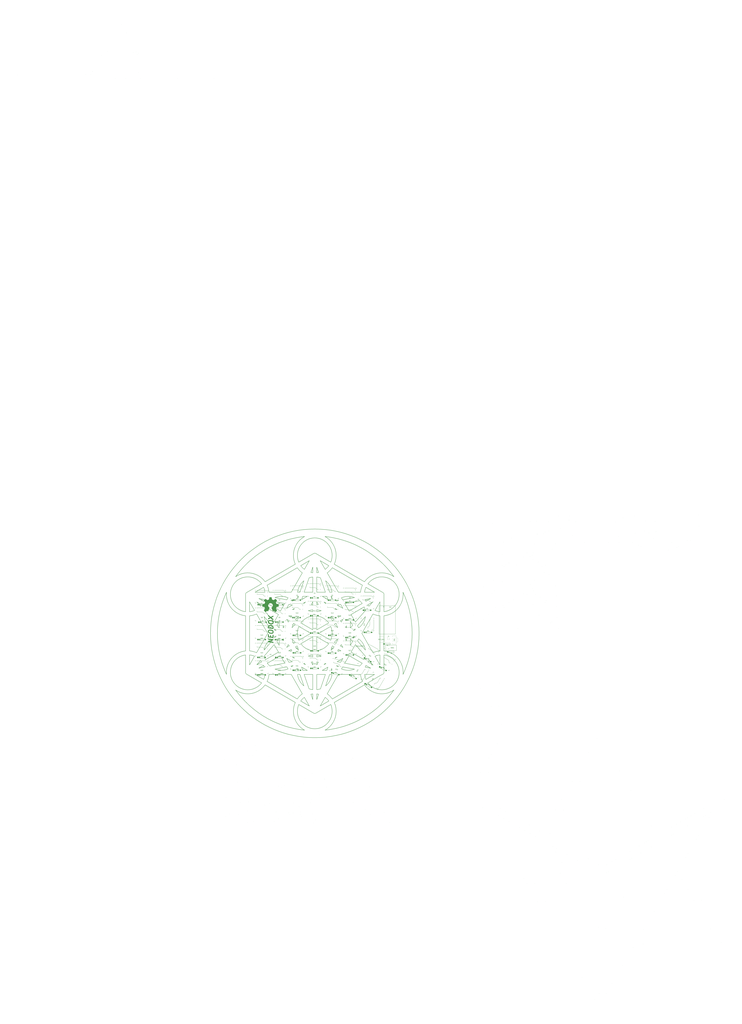
<source format=gto>
G04 #@! TF.GenerationSoftware,KiCad,Pcbnew,(6.0.11)*
G04 #@! TF.CreationDate,2023-02-13T20:58:38+01:00*
G04 #@! TF.ProjectId,retrex_rounded,6e656f64-6f78-45f7-926f-756e6465642e,1.0*
G04 #@! TF.SameCoordinates,Original*
G04 #@! TF.FileFunction,Legend,Top*
G04 #@! TF.FilePolarity,Positive*
%FSLAX46Y46*%
G04 Gerber Fmt 4.6, Leading zero omitted, Abs format (unit mm)*
G04 Created by KiCad (PCBNEW (6.0.11)) date 2023-02-13 20:58:38*
%MOMM*%
%LPD*%
G01*
G04 APERTURE LIST*
G04 Aperture macros list*
%AMRotRect*
0 Rectangle, with rotation*
0 The origin of the aperture is its center*
0 $1 length*
0 $2 width*
0 $3 Rotation angle, in degrees counterclockwise*
0 Add horizontal line*
21,1,$1,$2,0,0,$3*%
G04 Aperture macros list end*
%ADD10C,0.180000*%
%ADD11C,0.300000*%
%ADD12C,0.000000*%
%ADD13C,0.135000*%
%ADD14C,1.000000*%
%ADD15C,0.150000*%
%ADD16C,0.200000*%
%ADD17C,0.120000*%
%ADD18R,1.600000X1.600000*%
%ADD19C,1.600000*%
%ADD20RotRect,1.600000X1.600000X150.000000*%
%ADD21RotRect,1.600000X1.600000X165.000000*%
G04 APERTURE END LIST*
D10*
X374322200Y-41130800D02*
X374322200Y-41130800D01*
X96466000Y-268603400D02*
X96466000Y-268603400D01*
X345679600Y39225400D02*
X345679600Y39225400D01*
D11*
X115604900Y-77821400D02*
X128466350Y-70343750D01*
X107562950Y-3222350D02*
X98311700Y-8600900D01*
X125200400Y-24887750D02*
X129457850Y-37264250D01*
X173770400Y-119153450D02*
X168553700Y-116120150D01*
X50953250Y-47746250D02*
X54903800Y-52340000D01*
X43128650Y-47545250D02*
X43128650Y-58287200D01*
X134268800Y-96186650D02*
X132410150Y-95106200D01*
X31887800Y-55924250D02*
X32295956Y-56151771D01*
X32707323Y-56368000D01*
X33121717Y-56572984D01*
X33538957Y-56766771D01*
X33958860Y-56949411D01*
X34381244Y-57120951D01*
X34805926Y-57281439D01*
X35232725Y-57430925D01*
X35661456Y-57569455D01*
X36091939Y-57697080D01*
X36523991Y-57813846D01*
X36957429Y-57919803D01*
X37392072Y-58014998D01*
X37827736Y-58099480D01*
X38264239Y-58173298D01*
X38701400Y-58236500D01*
X135767150Y-107555150D02*
X135474950Y-108405200D01*
D10*
X419751800Y-331150800D02*
X419751800Y-331150800D01*
D11*
X142080650Y-93726650D02*
X140933150Y-95060900D01*
X96149750Y-88790600D02*
X96265550Y-89065400D01*
D10*
X373167200Y-30278000D02*
X373167200Y-30278000D01*
D11*
X85553150Y-112865750D02*
X89241950Y-112150550D01*
X112186100Y-167622800D02*
X96192800Y-158324450D01*
X188706800Y-62540900D02*
X188391781Y-62580256D01*
X188076650Y-62615000D01*
X94736600Y2481850D02*
X94742467Y2003219D01*
X94759976Y1527664D01*
X94788989Y1055327D01*
X94829367Y586346D01*
X94880972Y120864D01*
X94943664Y-340978D01*
X95017305Y-799043D01*
X95101756Y-1253187D01*
X95196879Y-1703271D01*
X95302535Y-2149153D01*
X95418585Y-2590694D01*
X95544891Y-3027753D01*
X95681314Y-3460188D01*
X95827716Y-3887860D01*
X95983957Y-4310627D01*
X96149900Y-4728350D01*
X98311700Y-8600900D02*
X98530591Y-8896753D01*
X98755104Y-9188234D01*
X98985165Y-9475257D01*
X99220700Y-9757737D01*
X99461634Y-10035591D01*
X99707895Y-10308734D01*
X99959408Y-10577082D01*
X100216100Y-10840550D01*
D10*
X32832200Y-203506800D02*
X32832200Y-203506800D01*
D12*
G36*
X66819989Y-42648382D02*
G01*
X66825025Y-42648756D01*
X66830037Y-42649372D01*
X66835016Y-42650224D01*
X66839954Y-42651305D01*
X66844846Y-42652610D01*
X66849683Y-42654132D01*
X66854457Y-42655865D01*
X66859162Y-42657803D01*
X66863789Y-42659939D01*
X66868332Y-42662268D01*
X66872783Y-42664783D01*
X66877134Y-42667478D01*
X66881378Y-42670347D01*
X66885507Y-42673384D01*
X66889515Y-42676583D01*
X66893393Y-42679937D01*
X66897134Y-42683440D01*
X66900731Y-42687086D01*
X66904175Y-42690870D01*
X66907461Y-42694784D01*
X66910580Y-42698822D01*
X66913524Y-42702979D01*
X66916287Y-42707248D01*
X66918861Y-42711623D01*
X66921238Y-42716097D01*
X66923412Y-42720666D01*
X66925373Y-42725322D01*
X66927116Y-42730059D01*
X66928632Y-42734871D01*
X66929914Y-42739753D01*
X66930955Y-42744697D01*
X67349659Y-44994052D01*
X67350717Y-44999036D01*
X67352002Y-45004037D01*
X67355221Y-45014056D01*
X67359261Y-45024044D01*
X67364064Y-45033936D01*
X67369576Y-45043665D01*
X67375739Y-45053167D01*
X67382497Y-45062376D01*
X67389793Y-45071227D01*
X67397572Y-45079655D01*
X67405776Y-45087595D01*
X67414349Y-45094981D01*
X67423236Y-45101747D01*
X67432379Y-45107830D01*
X67441723Y-45113162D01*
X67446452Y-45115527D01*
X67451210Y-45117679D01*
X67455990Y-45119612D01*
X67460784Y-45121316D01*
X68968379Y-45738457D01*
X68977745Y-45742580D01*
X68987678Y-45746024D01*
X68998091Y-45748795D01*
X69008895Y-45750898D01*
X69020004Y-45752341D01*
X69031331Y-45753128D01*
X69042787Y-45753266D01*
X69054286Y-45752761D01*
X69065739Y-45751619D01*
X69077061Y-45749845D01*
X69088162Y-45747447D01*
X69098957Y-45744429D01*
X69109357Y-45740798D01*
X69119275Y-45736560D01*
X69128623Y-45731720D01*
X69137315Y-45726286D01*
X71016518Y-44436707D01*
X71020751Y-44433950D01*
X71025109Y-44431407D01*
X71029584Y-44429078D01*
X71034164Y-44426962D01*
X71038841Y-44425058D01*
X71043605Y-44423365D01*
X71048446Y-44421882D01*
X71053355Y-44420609D01*
X71058323Y-44419544D01*
X71063339Y-44418687D01*
X71073480Y-44417592D01*
X71083701Y-44417317D01*
X71093926Y-44417855D01*
X71104078Y-44419200D01*
X71114080Y-44421343D01*
X71123856Y-44424279D01*
X71128636Y-44426042D01*
X71133330Y-44428000D01*
X71137930Y-44430153D01*
X71142425Y-44432500D01*
X71146807Y-44435039D01*
X71151064Y-44437770D01*
X71155189Y-44440693D01*
X71159172Y-44443805D01*
X71163002Y-44447107D01*
X71166670Y-44450597D01*
X72749276Y-46033203D01*
X72752765Y-46036871D01*
X72756065Y-46040702D01*
X72759174Y-46044687D01*
X72762092Y-46048814D01*
X72764818Y-46053075D01*
X72767351Y-46057460D01*
X72771836Y-46066563D01*
X72775541Y-46076047D01*
X72778460Y-46085834D01*
X72780588Y-46095849D01*
X72781919Y-46106013D01*
X72782446Y-46116250D01*
X72782165Y-46126482D01*
X72781069Y-46136634D01*
X72779152Y-46146628D01*
X72776410Y-46156387D01*
X72774726Y-46161155D01*
X72772835Y-46165835D01*
X72770733Y-46170417D01*
X72768422Y-46174893D01*
X72765899Y-46179253D01*
X72763165Y-46183486D01*
X71496075Y-48030277D01*
X71490625Y-48039007D01*
X71485788Y-48048371D01*
X71481570Y-48058284D01*
X71477976Y-48068661D01*
X71475011Y-48079417D01*
X71472681Y-48090467D01*
X71470991Y-48101726D01*
X71469947Y-48113109D01*
X71469554Y-48124530D01*
X71469818Y-48135906D01*
X71470743Y-48147149D01*
X71472336Y-48158177D01*
X71474602Y-48168903D01*
X71477546Y-48179242D01*
X71481174Y-48189109D01*
X71485491Y-48198420D01*
X72152109Y-49753641D01*
X72155917Y-49763191D01*
X72160598Y-49772653D01*
X72166086Y-49781972D01*
X72172316Y-49791090D01*
X72179220Y-49799952D01*
X72186734Y-49808501D01*
X72194791Y-49816680D01*
X72203324Y-49824434D01*
X72212269Y-49831705D01*
X72221558Y-49838438D01*
X72231126Y-49844576D01*
X72240906Y-49850063D01*
X72250833Y-49854842D01*
X72260840Y-49858857D01*
X72270861Y-49862052D01*
X72280831Y-49864369D01*
X74455572Y-50268785D01*
X74460504Y-50269849D01*
X74465374Y-50271153D01*
X74470176Y-50272689D01*
X74474903Y-50274449D01*
X74479549Y-50276426D01*
X74484109Y-50278613D01*
X74488575Y-50281002D01*
X74492942Y-50283587D01*
X74501353Y-50289312D01*
X74509292Y-50295730D01*
X74516708Y-50302781D01*
X74523553Y-50310407D01*
X74529776Y-50318549D01*
X74535328Y-50327149D01*
X74540158Y-50336148D01*
X74542288Y-50340778D01*
X74544218Y-50345487D01*
X74545943Y-50350265D01*
X74547456Y-50355107D01*
X74548752Y-50360004D01*
X74549824Y-50364950D01*
X74550666Y-50369936D01*
X74551272Y-50374956D01*
X74551634Y-50380003D01*
X74551749Y-50385068D01*
X74551483Y-52623311D01*
X74551357Y-52628365D01*
X74550982Y-52633404D01*
X74550364Y-52638419D01*
X74549510Y-52643402D01*
X74548426Y-52648347D01*
X74547118Y-52653245D01*
X74545593Y-52658090D01*
X74543856Y-52662872D01*
X74541914Y-52667586D01*
X74539774Y-52672222D01*
X74537441Y-52676775D01*
X74534922Y-52681235D01*
X74532223Y-52685596D01*
X74529350Y-52689850D01*
X74526309Y-52693989D01*
X74523107Y-52698006D01*
X74519750Y-52701893D01*
X74516245Y-52705643D01*
X74512596Y-52709247D01*
X74508812Y-52712699D01*
X74504898Y-52715991D01*
X74500859Y-52719115D01*
X74496704Y-52722064D01*
X74492437Y-52724830D01*
X74488064Y-52727405D01*
X74483594Y-52729783D01*
X74479030Y-52731954D01*
X74474381Y-52733913D01*
X74469651Y-52735650D01*
X74464847Y-52737160D01*
X74459976Y-52738433D01*
X74455044Y-52739463D01*
X72333746Y-53134221D01*
X72328752Y-53135244D01*
X72323748Y-53136500D01*
X72318741Y-53137979D01*
X72313739Y-53139675D01*
X72303781Y-53143689D01*
X72293940Y-53148484D01*
X72284278Y-53154001D01*
X72274858Y-53160183D01*
X72265744Y-53166971D01*
X72256999Y-53174306D01*
X72248687Y-53182132D01*
X72240871Y-53190389D01*
X72233614Y-53199020D01*
X72226979Y-53207966D01*
X72221031Y-53217170D01*
X72215832Y-53226573D01*
X72211446Y-53236117D01*
X72209577Y-53240923D01*
X72207936Y-53245743D01*
X71545685Y-54900050D01*
X71541588Y-54909460D01*
X71538172Y-54919425D01*
X71535431Y-54929860D01*
X71533359Y-54940678D01*
X71531947Y-54951793D01*
X71531190Y-54963118D01*
X71531080Y-54974568D01*
X71531612Y-54986056D01*
X71532777Y-54997496D01*
X71534570Y-55008802D01*
X71536983Y-55019887D01*
X71540010Y-55030665D01*
X71543644Y-55041051D01*
X71547878Y-55050957D01*
X71552705Y-55060298D01*
X71558119Y-55068987D01*
X72763163Y-56824895D01*
X72765920Y-56829128D01*
X72768463Y-56833489D01*
X72770792Y-56837967D01*
X72772908Y-56842552D01*
X72774812Y-56847234D01*
X72776505Y-56852005D01*
X72777988Y-56856855D01*
X72779261Y-56861773D01*
X72780326Y-56866750D01*
X72781183Y-56871777D01*
X72782278Y-56881940D01*
X72782553Y-56892184D01*
X72782015Y-56902434D01*
X72780670Y-56912610D01*
X72778527Y-56922636D01*
X72775591Y-56932435D01*
X72773828Y-56937225D01*
X72771870Y-56941929D01*
X72769717Y-56946537D01*
X72767371Y-56951041D01*
X72764831Y-56955429D01*
X72762100Y-56959693D01*
X72759178Y-56963823D01*
X72756066Y-56967809D01*
X72752764Y-56971641D01*
X72749274Y-56975310D01*
X71166403Y-58557914D01*
X71162758Y-58561381D01*
X71158948Y-58564660D01*
X71154984Y-58567752D01*
X71150874Y-58570655D01*
X71146628Y-58573369D01*
X71142257Y-58575892D01*
X71133175Y-58580363D01*
X71123707Y-58584063D01*
X71113930Y-58586983D01*
X71103921Y-58589117D01*
X71093758Y-58590459D01*
X71083520Y-58591000D01*
X71073283Y-58590735D01*
X71063126Y-58589655D01*
X71053126Y-58587755D01*
X71043361Y-58585027D01*
X71038591Y-58583350D01*
X71033909Y-58581464D01*
X71029324Y-58579367D01*
X71024847Y-58577059D01*
X71020487Y-58574539D01*
X71016253Y-58571806D01*
X69291301Y-57387928D01*
X69282630Y-57382530D01*
X69273344Y-57377797D01*
X69263525Y-57373731D01*
X69253259Y-57370333D01*
X69242630Y-57367605D01*
X69231723Y-57365548D01*
X69220623Y-57364164D01*
X69209413Y-57363454D01*
X69198178Y-57363420D01*
X69187003Y-57364064D01*
X69175972Y-57365386D01*
X69165169Y-57367390D01*
X69154680Y-57370075D01*
X69144589Y-57373444D01*
X69134979Y-57377499D01*
X69125937Y-57382240D01*
X68365259Y-57788375D01*
X68360711Y-57790537D01*
X68356125Y-57792439D01*
X68351509Y-57794082D01*
X68346871Y-57795469D01*
X68342219Y-57796603D01*
X68337560Y-57797488D01*
X68332904Y-57798126D01*
X68328257Y-57798520D01*
X68323628Y-57798673D01*
X68319025Y-57798587D01*
X68314454Y-57798267D01*
X68309926Y-57797714D01*
X68305446Y-57796931D01*
X68301024Y-57795922D01*
X68296667Y-57794690D01*
X68292383Y-57793237D01*
X68288181Y-57791565D01*
X68284067Y-57789679D01*
X68280050Y-57787581D01*
X68276137Y-57785274D01*
X68272338Y-57782761D01*
X68268659Y-57780044D01*
X68265108Y-57777128D01*
X68261694Y-57774013D01*
X68258424Y-57770704D01*
X68255307Y-57767204D01*
X68252350Y-57763514D01*
X68249561Y-57759639D01*
X68246948Y-57755581D01*
X68244519Y-57751343D01*
X68242282Y-57746927D01*
X68240244Y-57742338D01*
X66671926Y-53952446D01*
X66670112Y-53947731D01*
X66668539Y-53942945D01*
X66667203Y-53938097D01*
X66666101Y-53933194D01*
X66665231Y-53928247D01*
X66664588Y-53923265D01*
X66664171Y-53918256D01*
X66663976Y-53913230D01*
X66664000Y-53908195D01*
X66664239Y-53903160D01*
X66664692Y-53898135D01*
X66665354Y-53893129D01*
X66666223Y-53888150D01*
X66667296Y-53883207D01*
X66668569Y-53878310D01*
X66670041Y-53873468D01*
X66671706Y-53868689D01*
X66673563Y-53863983D01*
X66675609Y-53859358D01*
X66677840Y-53854824D01*
X66680253Y-53850389D01*
X66682846Y-53846063D01*
X66685615Y-53841855D01*
X66688557Y-53837774D01*
X66691670Y-53833828D01*
X66694949Y-53830026D01*
X66698392Y-53826379D01*
X66701997Y-53822894D01*
X66705759Y-53819581D01*
X66709677Y-53816448D01*
X66713746Y-53813505D01*
X66717964Y-53810761D01*
X66908331Y-53694213D01*
X66922033Y-53685487D01*
X66936662Y-53675527D01*
X66951942Y-53664550D01*
X66967598Y-53652773D01*
X66983352Y-53640412D01*
X66998930Y-53627687D01*
X67014056Y-53614812D01*
X67028452Y-53602006D01*
X67154472Y-53515747D01*
X67274741Y-53422092D01*
X67388930Y-53321366D01*
X67496711Y-53213895D01*
X67597756Y-53100006D01*
X67691737Y-52980025D01*
X67778326Y-52854278D01*
X67857193Y-52723093D01*
X67928012Y-52586794D01*
X67990453Y-52445709D01*
X68044188Y-52300164D01*
X68088890Y-52150485D01*
X68124229Y-51996999D01*
X68149878Y-51840031D01*
X68165508Y-51679908D01*
X68170791Y-51516957D01*
X68167570Y-51389576D01*
X68158012Y-51263867D01*
X68142271Y-51139986D01*
X68120503Y-51018088D01*
X68092864Y-50898330D01*
X68059509Y-50780866D01*
X68020594Y-50665852D01*
X67976275Y-50553444D01*
X67926706Y-50443796D01*
X67872044Y-50337066D01*
X67812444Y-50233407D01*
X67748061Y-50132976D01*
X67679051Y-50035929D01*
X67605570Y-49942419D01*
X67527773Y-49852604D01*
X67445816Y-49766639D01*
X67359854Y-49684679D01*
X67270043Y-49606879D01*
X67176538Y-49533396D01*
X67079494Y-49464385D01*
X66979069Y-49400000D01*
X66875416Y-49340399D01*
X66768691Y-49285735D01*
X66659051Y-49236166D01*
X66546650Y-49191846D01*
X66431644Y-49152930D01*
X66314188Y-49119575D01*
X66194439Y-49091936D01*
X66072552Y-49070168D01*
X65948681Y-49054427D01*
X65822984Y-49044868D01*
X65695614Y-49041648D01*
X65568244Y-49044868D01*
X65442546Y-49054427D01*
X65318673Y-49070168D01*
X65196783Y-49091936D01*
X65077031Y-49119575D01*
X64959572Y-49152930D01*
X64844562Y-49191846D01*
X64732157Y-49236166D01*
X64622511Y-49285735D01*
X64515782Y-49340399D01*
X64412123Y-49400000D01*
X64311692Y-49464385D01*
X64214642Y-49533396D01*
X64121131Y-49606879D01*
X64031314Y-49684679D01*
X63945346Y-49766639D01*
X63863382Y-49852604D01*
X63785579Y-49942419D01*
X63712092Y-50035929D01*
X63643077Y-50132976D01*
X63578688Y-50233407D01*
X63519083Y-50337066D01*
X63464415Y-50443796D01*
X63414842Y-50553444D01*
X63370518Y-50665852D01*
X63331599Y-50780866D01*
X63298241Y-50898330D01*
X63270599Y-51018088D01*
X63248828Y-51139986D01*
X63233086Y-51263867D01*
X63223526Y-51389576D01*
X63220305Y-51516957D01*
X63221633Y-51598766D01*
X63225589Y-51679908D01*
X63232133Y-51760343D01*
X63241223Y-51840031D01*
X63252818Y-51918930D01*
X63266878Y-51996999D01*
X63283360Y-52074198D01*
X63302224Y-52150485D01*
X63323429Y-52225821D01*
X63346934Y-52300164D01*
X63372697Y-52373474D01*
X63400677Y-52445710D01*
X63430834Y-52516830D01*
X63463126Y-52586795D01*
X63533952Y-52723093D01*
X63612825Y-52854279D01*
X63699416Y-52980025D01*
X63793398Y-53100006D01*
X63894440Y-53213895D01*
X64002215Y-53321366D01*
X64116393Y-53422092D01*
X64236646Y-53515748D01*
X64362644Y-53602006D01*
X64377122Y-53614812D01*
X64392300Y-53627686D01*
X64407909Y-53640412D01*
X64423680Y-53652772D01*
X64439346Y-53664549D01*
X64454639Y-53675526D01*
X64469289Y-53685487D01*
X64483030Y-53694213D01*
X64673397Y-53810761D01*
X64677639Y-53813505D01*
X64681729Y-53816448D01*
X64685666Y-53819581D01*
X64689445Y-53822894D01*
X64693065Y-53826379D01*
X64696521Y-53830026D01*
X64702934Y-53837774D01*
X64708658Y-53846063D01*
X64713672Y-53854824D01*
X64717950Y-53863983D01*
X64721469Y-53873468D01*
X64724205Y-53883207D01*
X64726134Y-53893129D01*
X64727233Y-53903160D01*
X64727478Y-53913230D01*
X64726844Y-53923265D01*
X64726190Y-53928247D01*
X64725308Y-53933194D01*
X64724195Y-53938097D01*
X64722846Y-53942945D01*
X64721261Y-53947731D01*
X64719435Y-53952446D01*
X63150986Y-57742206D01*
X63148948Y-57746796D01*
X63146710Y-57751213D01*
X63144279Y-57755453D01*
X63141664Y-57759513D01*
X63138872Y-57763391D01*
X63135912Y-57767084D01*
X63132791Y-57770588D01*
X63129517Y-57773901D01*
X63126099Y-57777019D01*
X63122545Y-57779940D01*
X63118862Y-57782661D01*
X63115058Y-57785178D01*
X63111141Y-57787489D01*
X63107120Y-57789591D01*
X63103003Y-57791481D01*
X63098797Y-57793155D01*
X63094510Y-57794611D01*
X63090150Y-57795846D01*
X63085726Y-57796857D01*
X63081246Y-57797641D01*
X63076716Y-57798194D01*
X63072146Y-57798515D01*
X63067544Y-57798599D01*
X63062916Y-57798445D01*
X63058272Y-57798048D01*
X63053620Y-57797406D01*
X63048967Y-57796517D01*
X63044321Y-57795376D01*
X63039690Y-57793981D01*
X63035083Y-57792330D01*
X63030507Y-57790418D01*
X63025970Y-57788244D01*
X62265293Y-57382108D01*
X62256272Y-57377369D01*
X62246679Y-57373318D01*
X62236598Y-57369955D01*
X62226116Y-57367277D01*
X62215317Y-57365282D01*
X62204285Y-57363968D01*
X62193107Y-57363332D01*
X62181867Y-57363372D01*
X62170650Y-57364087D01*
X62159541Y-57365475D01*
X62148626Y-57367532D01*
X62137989Y-57370258D01*
X62127716Y-57373649D01*
X62117892Y-57377704D01*
X62108601Y-57382421D01*
X62099929Y-57387797D01*
X60375110Y-58571675D01*
X60370864Y-58574408D01*
X60366493Y-58576928D01*
X60362007Y-58579236D01*
X60357415Y-58581333D01*
X60352726Y-58583219D01*
X60347950Y-58584896D01*
X60343098Y-58586364D01*
X60338177Y-58587624D01*
X60333199Y-58588677D01*
X60328173Y-58589524D01*
X60318013Y-58590603D01*
X60307775Y-58590869D01*
X60297537Y-58590327D01*
X60287374Y-58588986D01*
X60277365Y-58586852D01*
X60267585Y-58583931D01*
X60262805Y-58582179D01*
X60258112Y-58580232D01*
X60253514Y-58578092D01*
X60249023Y-58575761D01*
X60244646Y-58573237D01*
X60240394Y-58570524D01*
X60236276Y-58567621D01*
X60232303Y-58564529D01*
X60228483Y-58561250D01*
X60224826Y-58557784D01*
X58641956Y-56975178D01*
X58638478Y-56971509D01*
X58635187Y-56967677D01*
X58632085Y-56963691D01*
X58629173Y-56959562D01*
X58626450Y-56955298D01*
X58623919Y-56950909D01*
X58619434Y-56941798D01*
X58615723Y-56932304D01*
X58612795Y-56922505D01*
X58610656Y-56912479D01*
X58609314Y-56902302D01*
X58608774Y-56892053D01*
X58609044Y-56881808D01*
X58610131Y-56871645D01*
X58612042Y-56861641D01*
X58614784Y-56851874D01*
X58616469Y-56847103D01*
X58618364Y-56842420D01*
X58620471Y-56837835D01*
X58622789Y-56833357D01*
X58625321Y-56828997D01*
X58628066Y-56824763D01*
X59832978Y-55068855D01*
X59838437Y-55060166D01*
X59843301Y-55050825D01*
X59847564Y-55040919D01*
X59851220Y-55030534D01*
X59854262Y-55019756D01*
X59856686Y-55008670D01*
X59858484Y-54997365D01*
X59859651Y-54985925D01*
X59860181Y-54974437D01*
X59860068Y-54962987D01*
X59859306Y-54951662D01*
X59857888Y-54940547D01*
X59855809Y-54929729D01*
X59853063Y-54919294D01*
X59849644Y-54909329D01*
X59845546Y-54899919D01*
X59183294Y-53245612D01*
X59181663Y-53240792D01*
X59179802Y-53235985D01*
X59175424Y-53226441D01*
X59170224Y-53217038D01*
X59164267Y-53207834D01*
X59157617Y-53198888D01*
X59150340Y-53190257D01*
X59142501Y-53182000D01*
X59134164Y-53174174D01*
X59125395Y-53166839D01*
X59116258Y-53160051D01*
X59106818Y-53153870D01*
X59097141Y-53148353D01*
X59087291Y-53143558D01*
X59077332Y-53139544D01*
X59067331Y-53136369D01*
X59062335Y-53135114D01*
X59057352Y-53134090D01*
X56936055Y-52739332D01*
X56931111Y-52738302D01*
X56926230Y-52737029D01*
X56921418Y-52735520D01*
X56916680Y-52733782D01*
X56912025Y-52731823D01*
X56907456Y-52729652D01*
X56902981Y-52727274D01*
X56898606Y-52724699D01*
X56894337Y-52721933D01*
X56890181Y-52718984D01*
X56882228Y-52712568D01*
X56874799Y-52705511D01*
X56867942Y-52697874D01*
X56861706Y-52689718D01*
X56856142Y-52681104D01*
X56851298Y-52672091D01*
X56847224Y-52662741D01*
X56845491Y-52657958D01*
X56843969Y-52653114D01*
X56842664Y-52648215D01*
X56841583Y-52643271D01*
X56840731Y-52638287D01*
X56840115Y-52633272D01*
X56839741Y-52628234D01*
X56839615Y-52623179D01*
X56839482Y-50384937D01*
X56839608Y-50379883D01*
X56839981Y-50374848D01*
X56840596Y-50369838D01*
X56841445Y-50364861D01*
X56842524Y-50359925D01*
X56843825Y-50355036D01*
X56845344Y-50350202D01*
X56847073Y-50345431D01*
X56849006Y-50340730D01*
X56851139Y-50336105D01*
X56853463Y-50331565D01*
X56855974Y-50327117D01*
X56858666Y-50322768D01*
X56861531Y-50318526D01*
X56864564Y-50314397D01*
X56867760Y-50310390D01*
X56871111Y-50306512D01*
X56874612Y-50302770D01*
X56878256Y-50299171D01*
X56882038Y-50295723D01*
X56885951Y-50292433D01*
X56889990Y-50289308D01*
X56894148Y-50286356D01*
X56898418Y-50283585D01*
X56902796Y-50281001D01*
X56907275Y-50278612D01*
X56911848Y-50276425D01*
X56916510Y-50274448D01*
X56921255Y-50272689D01*
X56926076Y-50271153D01*
X56930967Y-50269849D01*
X56935923Y-50268785D01*
X59110534Y-49864369D01*
X59115531Y-49863323D01*
X59120548Y-49862052D01*
X59130606Y-49858857D01*
X59140642Y-49854842D01*
X59150589Y-49850063D01*
X59160383Y-49844576D01*
X59169958Y-49838438D01*
X59179248Y-49831705D01*
X59188189Y-49824434D01*
X59196714Y-49816680D01*
X59204758Y-49808501D01*
X59212255Y-49799952D01*
X59219141Y-49791090D01*
X59225349Y-49781972D01*
X59230814Y-49772653D01*
X59235470Y-49763191D01*
X59237475Y-49758423D01*
X59239253Y-49753641D01*
X59906003Y-48198420D01*
X59910297Y-48189109D01*
X59913905Y-48179242D01*
X59916833Y-48168903D01*
X59919086Y-48158177D01*
X59920670Y-48147149D01*
X59921591Y-48135906D01*
X59921854Y-48124530D01*
X59921465Y-48113109D01*
X59920429Y-48101726D01*
X59918753Y-48090467D01*
X59916442Y-48079417D01*
X59913501Y-48068661D01*
X59909936Y-48058284D01*
X59905752Y-48048371D01*
X59900956Y-48039007D01*
X59895552Y-48030277D01*
X58628330Y-46183486D01*
X58625573Y-46179253D01*
X58623032Y-46174893D01*
X58620704Y-46170417D01*
X58618590Y-46165835D01*
X58616689Y-46161155D01*
X58614999Y-46156387D01*
X58613520Y-46151542D01*
X58612251Y-46146628D01*
X58611190Y-46141656D01*
X58610337Y-46136634D01*
X58609250Y-46126482D01*
X58608983Y-46116250D01*
X58609528Y-46106013D01*
X58610878Y-46095849D01*
X58613025Y-46085834D01*
X58615961Y-46076047D01*
X58617723Y-46071262D01*
X58619680Y-46066563D01*
X58621830Y-46061959D01*
X58624172Y-46057460D01*
X58626707Y-46053075D01*
X58629432Y-46048814D01*
X58632347Y-46044687D01*
X58635450Y-46040702D01*
X58638742Y-46036871D01*
X58642221Y-46033203D01*
X60224959Y-44450598D01*
X60228616Y-44447107D01*
X60232436Y-44443806D01*
X60236409Y-44440693D01*
X60240527Y-44437771D01*
X60244779Y-44435039D01*
X60249156Y-44432500D01*
X60258245Y-44428001D01*
X60267718Y-44424280D01*
X60277498Y-44421344D01*
X60287508Y-44419200D01*
X60297670Y-44417856D01*
X60307909Y-44417317D01*
X60318146Y-44417592D01*
X60328306Y-44418687D01*
X60338311Y-44420609D01*
X60348084Y-44423365D01*
X60352859Y-44425058D01*
X60357548Y-44426962D01*
X60362140Y-44429078D01*
X60366627Y-44431407D01*
X60370998Y-44433950D01*
X60375243Y-44436707D01*
X62254313Y-45726286D01*
X62262982Y-45731721D01*
X62272310Y-45736560D01*
X62282211Y-45740798D01*
X62292597Y-45744429D01*
X62303381Y-45747447D01*
X62314475Y-45749845D01*
X62325791Y-45751619D01*
X62337243Y-45752761D01*
X62348744Y-45753266D01*
X62360205Y-45753128D01*
X62371539Y-45752341D01*
X62382659Y-45750899D01*
X62393477Y-45748795D01*
X62403907Y-45746024D01*
X62413860Y-45742580D01*
X62423250Y-45738457D01*
X63930978Y-45121316D01*
X63940574Y-45117679D01*
X63950077Y-45113162D01*
X63959432Y-45107830D01*
X63968581Y-45101747D01*
X63977471Y-45094981D01*
X63986044Y-45087595D01*
X63994245Y-45079655D01*
X64002018Y-45071227D01*
X64009307Y-45062376D01*
X64016057Y-45053167D01*
X64022212Y-45043665D01*
X64027716Y-45033936D01*
X64032512Y-45024044D01*
X64036546Y-45014056D01*
X64039761Y-45004037D01*
X64042102Y-44994052D01*
X64460674Y-42744697D01*
X64461714Y-42739753D01*
X64462997Y-42734871D01*
X64464513Y-42730059D01*
X64466255Y-42725322D01*
X64468217Y-42720666D01*
X64470389Y-42716097D01*
X64472766Y-42711623D01*
X64475339Y-42707248D01*
X64478101Y-42702979D01*
X64481045Y-42698822D01*
X64487446Y-42690870D01*
X64494483Y-42683440D01*
X64502097Y-42676583D01*
X64510227Y-42670347D01*
X64518813Y-42664783D01*
X64527796Y-42659939D01*
X64532417Y-42657803D01*
X64537115Y-42655865D01*
X64541882Y-42654132D01*
X64546711Y-42652610D01*
X64551594Y-42651305D01*
X64556524Y-42650224D01*
X64561493Y-42649372D01*
X64566494Y-42648756D01*
X64571519Y-42648382D01*
X64576560Y-42648256D01*
X66814935Y-42648256D01*
X66819989Y-42648382D01*
G37*
D11*
X126674600Y-136932050D02*
X126995151Y-136601368D01*
X127307576Y-136263109D01*
X127611719Y-135917430D01*
X127907424Y-135564488D01*
X128194533Y-135204440D01*
X128472892Y-134837443D01*
X128742343Y-134463654D01*
X129002731Y-134083231D01*
X129253899Y-133696330D01*
X129495691Y-133303109D01*
X129727951Y-132903724D01*
X129950522Y-132498333D01*
X130163249Y-132087093D01*
X130365975Y-131670161D01*
X130558544Y-131247694D01*
X130740800Y-130819850D01*
X90417500Y-165638150D02*
X90424752Y-165052570D01*
X90446395Y-164470393D01*
X90482259Y-163891793D01*
X90532172Y-163316944D01*
X90595964Y-162746021D01*
X90673464Y-162179199D01*
X90764502Y-161616652D01*
X90868906Y-161058556D01*
X90986506Y-160505084D01*
X91117131Y-159956412D01*
X91260610Y-159412714D01*
X91416774Y-158874164D01*
X91585450Y-158340939D01*
X91766469Y-157813211D01*
X91959659Y-157291157D01*
X92164850Y-156774950D01*
X119565800Y-141423950D02*
X124913000Y-125879150D01*
X38809700Y-62614700D02*
X38497806Y-62580567D01*
X38186018Y-62541923D01*
X38144450Y-62536400D01*
X167961800Y-57009350D02*
X167886734Y-56635590D01*
X167803940Y-56262628D01*
X167713387Y-55890578D01*
X167615045Y-55519559D01*
X167508881Y-55149685D01*
X167394865Y-54781073D01*
X167272965Y-54413841D01*
X167143151Y-54048103D01*
X167005391Y-53683978D01*
X166859654Y-53321580D01*
X166758050Y-53081000D01*
D10*
X478959800Y20752800D02*
X478959800Y20752800D01*
X325814600Y21214600D02*
X325814600Y21214600D01*
D11*
X120406400Y-106110800D02*
X120122151Y-105998853D01*
X119835589Y-105891475D01*
X119546758Y-105788709D01*
X119255700Y-105690598D01*
X118962458Y-105597185D01*
X118667075Y-105508515D01*
X118369593Y-105424630D01*
X118070056Y-105345575D01*
X117768506Y-105271392D01*
X117464986Y-105202125D01*
X117159539Y-105137818D01*
X116852208Y-105078514D01*
X116543036Y-105024256D01*
X116232065Y-104975089D01*
X115919339Y-104931056D01*
X115604900Y-104892200D01*
X50653250Y-60669800D02*
X50330050Y-60814032D01*
X50004865Y-60953182D01*
X49677759Y-61087234D01*
X49348796Y-61216175D01*
X49018039Y-61339993D01*
X48685553Y-61458673D01*
X48351400Y-61572204D01*
X48015645Y-61680570D01*
X47678351Y-61783759D01*
X47339583Y-61881757D01*
X47112950Y-61944200D01*
X151842950Y-94541150D02*
X154296200Y-90262100D01*
X83092250Y-96724400D02*
X85949900Y-95063150D01*
X100216100Y-94902950D02*
X100544450Y-95225728D01*
X100880330Y-95540332D01*
X101223582Y-95846604D01*
X101574050Y-96144385D01*
X101931577Y-96433516D01*
X102296007Y-96713840D01*
X102667183Y-96985198D01*
X103044950Y-97247431D01*
X103429150Y-97500381D01*
X103819627Y-97743889D01*
X104216225Y-97977798D01*
X104618787Y-98201949D01*
X105027157Y-98416183D01*
X105441178Y-98620341D01*
X105860695Y-98814266D01*
X106285550Y-98997800D01*
D13*
X-126264050Y524554150D02*
X-126264050Y524554150D01*
D11*
X174214100Y-19470650D02*
X174231800Y-19460450D01*
D13*
X-206994350Y520571050D02*
X-206994350Y520571050D01*
D11*
X177903650Y-125879000D02*
X167156600Y-125879150D01*
X138202700Y-62685800D02*
X138774950Y-64350050D01*
X126403100Y-41613650D02*
X121479050Y-41613650D01*
X187953500Y-124438400D02*
X187822235Y-124738859D01*
X187646574Y-125017767D01*
X187427987Y-125269293D01*
X187167944Y-125487606D01*
X187001300Y-125595200D01*
X95816000Y-99911900D02*
X95770283Y-99608110D01*
X95719467Y-99304564D01*
X95663535Y-99001319D01*
X95602470Y-98698437D01*
X95536256Y-98395977D01*
X95464878Y-98093998D01*
X95388319Y-97792561D01*
X95306562Y-97491725D01*
X95219592Y-97191549D01*
X95127391Y-96892095D01*
X95029944Y-96593421D01*
X94927235Y-96295587D01*
X94819248Y-95998653D01*
X94705965Y-95702679D01*
X94587371Y-95407725D01*
X94463450Y-95113850D01*
X75047600Y-68615000D02*
X72588800Y-72903800D01*
D10*
X323042600Y-48058000D02*
X323042600Y-48058000D01*
X29017400Y-223345400D02*
X29017400Y-223345400D01*
D11*
X145814150Y-113735000D02*
X161846450Y-116842100D01*
D10*
X362161800Y-370888800D02*
X362161800Y-370888800D01*
X370273000Y-311484600D02*
X370273000Y-311484600D01*
D11*
X109143200Y-81578300D02*
X96267050Y-74092100D01*
D10*
X358614800Y-9727200D02*
X358614800Y-9727200D01*
D11*
X92614250Y-96188900D02*
X95816000Y-99911900D01*
X102275450Y-114046250D02*
X101408450Y-114214400D01*
X91399850Y-108395000D02*
X91110950Y-107554400D01*
X95830700Y-63232250D02*
X92616950Y-66969200D01*
X31783700Y-107285300D02*
X31376203Y-107529080D01*
X30977080Y-107781550D01*
X30586381Y-108042518D01*
X30204157Y-108311794D01*
X29830461Y-108589187D01*
X29465343Y-108874505D01*
X29108856Y-109167559D01*
X28761050Y-109468156D01*
X28421976Y-109776106D01*
X28091687Y-110091218D01*
X27770233Y-110413301D01*
X27457667Y-110742164D01*
X27154039Y-111077617D01*
X26859400Y-111419467D01*
X26573804Y-111767525D01*
X26297300Y-112121600D01*
X29715650Y-59662100D02*
X29635400Y-59618150D01*
X70583750Y-120188300D02*
X70869702Y-120295775D01*
X71157281Y-120398538D01*
X71446421Y-120496578D01*
X71737058Y-120589885D01*
X72029125Y-120678449D01*
X72322558Y-120762259D01*
X72440300Y-120794450D01*
D10*
X126032400Y-247359800D02*
X126032400Y-247359800D01*
D11*
X156576200Y-76871600D02*
X155114750Y-78571100D01*
D10*
X154905800Y-263985200D02*
X154905800Y-263985200D01*
D11*
X115604900Y-125879150D02*
X115604900Y-142326800D01*
X126674750Y-68258000D02*
X126346374Y-67935246D01*
X126010476Y-67620660D01*
X125667210Y-67314401D01*
X125316734Y-67016628D01*
X124959201Y-66727499D01*
X124594769Y-66447175D01*
X124223591Y-66175814D01*
X123845825Y-65913575D01*
X123461624Y-65660617D01*
X123071146Y-65417099D01*
X122674545Y-65183181D01*
X122271978Y-64959021D01*
X121863599Y-64744779D01*
X121449564Y-64540614D01*
X121030029Y-64346684D01*
X120605150Y-64163150D01*
X38701400Y-58236500D02*
X38809700Y-58250300D01*
X111285800Y-146920550D02*
X110973308Y-146959234D01*
X110662491Y-147002985D01*
X110353395Y-147051772D01*
X110046070Y-147105564D01*
X109740563Y-147164330D01*
X109436922Y-147228039D01*
X109316000Y-147254900D01*
D10*
X317730000Y-53830600D02*
X317730000Y-53830600D01*
X74291000Y-246436200D02*
X74291000Y-246436200D01*
D11*
X114690650Y-167631650D02*
X114412751Y-167799612D01*
X114109850Y-167924600D01*
X113786023Y-168002562D01*
X113445350Y-168029450D01*
X176412500Y-23199200D02*
X176363600Y-23226200D01*
X106498400Y-57045800D02*
X106782435Y-57157585D01*
X107068696Y-57264820D01*
X107357138Y-57367460D01*
X107647718Y-57465460D01*
X107940394Y-57558776D01*
X108235122Y-57647364D01*
X108531859Y-57731181D01*
X108830562Y-57810181D01*
X109131188Y-57884321D01*
X109433694Y-57953556D01*
X109738038Y-58017842D01*
X110044175Y-58077136D01*
X110352062Y-58131393D01*
X110661658Y-58180569D01*
X110972918Y-58224619D01*
X111285800Y-58263500D01*
D10*
X74291000Y-281534200D02*
X74291000Y-281534200D01*
D11*
X79366700Y-75752750D02*
X79943000Y-75082850D01*
X85550900Y-50295200D02*
X83089400Y-54588200D01*
X97162400Y18879250D02*
X97455557Y19169272D01*
X97753916Y19454065D01*
X98057403Y19733552D01*
X98365943Y20007657D01*
X98679461Y20276304D01*
X98997883Y20539417D01*
X99321133Y20796920D01*
X99649137Y21048737D01*
X99981820Y21294792D01*
X100319108Y21535008D01*
X100660926Y21769311D01*
X101007200Y21997623D01*
X101357853Y22219869D01*
X101712812Y22435973D01*
X102072003Y22645858D01*
X102435350Y22849450D01*
X218437550Y-81578000D02*
X218427266Y-80094519D01*
X218396508Y-78615997D01*
X218345410Y-77142565D01*
X218274111Y-75674358D01*
X218182747Y-74211509D01*
X218071454Y-72754152D01*
X217940369Y-71302422D01*
X217789629Y-69856451D01*
X217619371Y-68416374D01*
X217429732Y-66982324D01*
X217220847Y-65554435D01*
X216992854Y-64132841D01*
X216745890Y-62717675D01*
X216480092Y-61309072D01*
X216195595Y-59907164D01*
X215892537Y-58512087D01*
X215571055Y-57123973D01*
X215231284Y-55742957D01*
X214873363Y-54369171D01*
X214497427Y-53002750D01*
X214103614Y-51643828D01*
X213692060Y-50292539D01*
X213262902Y-48949015D01*
X212816276Y-47613392D01*
X212352320Y-46285802D01*
X211871169Y-44966379D01*
X211372962Y-43655258D01*
X210857833Y-42352571D01*
X210325921Y-41058453D01*
X209777362Y-39773038D01*
X209212293Y-38496459D01*
X208630850Y-37228850D01*
D10*
X353533200Y25371000D02*
X353533200Y25371000D01*
X356536000Y-42516200D02*
X356536000Y-42516200D01*
X387719400Y40610800D02*
X387719400Y40610800D01*
D11*
X96149750Y-130819850D02*
X96332081Y-131247694D01*
X96524710Y-131670161D01*
X96727481Y-132087093D01*
X96940240Y-132498333D01*
X97162833Y-132903724D01*
X97395103Y-133303109D01*
X97636898Y-133696330D01*
X97888062Y-134083231D01*
X98148440Y-134463654D01*
X98417878Y-134837443D01*
X98696222Y-135204440D01*
X98983315Y-135564488D01*
X99279004Y-135917430D01*
X99583135Y-136263109D01*
X99895551Y-136601368D01*
X100216100Y-136932050D01*
X190564100Y-21346850D02*
X190121092Y-21233039D01*
X189675560Y-21130032D01*
X189227715Y-21037886D01*
X188777766Y-20956657D01*
X188325925Y-20886403D01*
X187872403Y-20827179D01*
X187417409Y-20779042D01*
X186961156Y-20742050D01*
X186503853Y-20716258D01*
X186045711Y-20701724D01*
X185586942Y-20698503D01*
X185127755Y-20706654D01*
X184668362Y-20726232D01*
X184208972Y-20757295D01*
X183749798Y-20799898D01*
X183291050Y-20854100D01*
D10*
X372936200Y14980000D02*
X372936200Y14980000D01*
D11*
X79366700Y-89754050D02*
X79943000Y-88078400D01*
X100216100Y-26224550D02*
X99895551Y-26555258D01*
X99583135Y-26893540D01*
X99279004Y-27239239D01*
X98983315Y-27592198D01*
X98696222Y-27952261D01*
X98417878Y-28319270D01*
X98148440Y-28693068D01*
X97888062Y-29073500D01*
X97636898Y-29460407D01*
X97395103Y-29853633D01*
X97162833Y-30253020D01*
X96940240Y-30658414D01*
X96727481Y-31069655D01*
X96524710Y-31486588D01*
X96332081Y-31909055D01*
X96149750Y-32336900D01*
D10*
X312044400Y-160118400D02*
X312044400Y-160118400D01*
D11*
X168056750Y-63522050D02*
X159561500Y-73400450D01*
X123439100Y-115402850D02*
X125480900Y-114215900D01*
X62006300Y-29708900D02*
X62165128Y-30058252D01*
X62318108Y-30409993D01*
X62465219Y-30764045D01*
X62606443Y-31120330D01*
X62741760Y-31478768D01*
X62871151Y-31839281D01*
X62994596Y-32201790D01*
X63112076Y-32566217D01*
X63223572Y-32932483D01*
X63329065Y-33300509D01*
X63396050Y-33546800D01*
X168075200Y-99660350D02*
X168024273Y-99353392D01*
X167968391Y-99047373D01*
X167907564Y-98742348D01*
X167841802Y-98438378D01*
X167771115Y-98135521D01*
X167695514Y-97833833D01*
X167663900Y-97713500D01*
D10*
X473878000Y26756400D02*
X473878000Y26756400D01*
D11*
X132154250Y-81580550D02*
X132148382Y-81101843D01*
X132130872Y-80626229D01*
X132101859Y-80153847D01*
X132061479Y-79684835D01*
X132009873Y-79219335D01*
X131947177Y-78757483D01*
X131873532Y-78299421D01*
X131789075Y-77845287D01*
X131693944Y-77395221D01*
X131588278Y-76949361D01*
X131472215Y-76507848D01*
X131345895Y-76070820D01*
X131209455Y-75638417D01*
X131063033Y-75210778D01*
X130906768Y-74788042D01*
X130740800Y-74370350D01*
X115604900Y-100298000D02*
X115933133Y-100257307D01*
X116259505Y-100210976D01*
X116583966Y-100159055D01*
X116906466Y-100101593D01*
X117226954Y-100038640D01*
X117545379Y-99970245D01*
X117861693Y-99896457D01*
X118175843Y-99817325D01*
X118487781Y-99732898D01*
X118797455Y-99643226D01*
X119104815Y-99548358D01*
X119409811Y-99448343D01*
X119712393Y-99343231D01*
X120012510Y-99233070D01*
X120310113Y-99117910D01*
X120605150Y-98997800D01*
D10*
X480576600Y38994600D02*
X480576600Y38994600D01*
D11*
X155114750Y-78571100D02*
X155430800Y-78469160D01*
X155745809Y-78361320D01*
X156059700Y-78247545D01*
X156372397Y-78127800D01*
X156683825Y-78002051D01*
X156993909Y-77870263D01*
X157117550Y-77815850D01*
X174294350Y-143721950D02*
X174220850Y-143681900D01*
X132154250Y-165638150D02*
X132148382Y-165159519D01*
X132130872Y-164683964D01*
X132101859Y-164211627D01*
X132061479Y-163742646D01*
X132009873Y-163277164D01*
X131947177Y-162815321D01*
X131873532Y-162357256D01*
X131789075Y-161903112D01*
X131693944Y-161453028D01*
X131588278Y-161007146D01*
X131472215Y-160565605D01*
X131345895Y-160128546D01*
X131209455Y-159696111D01*
X131063033Y-159268439D01*
X130906768Y-158845672D01*
X130740800Y-158427950D01*
X92164850Y-6381350D02*
X91959659Y-5865142D01*
X91766469Y-5343088D01*
X91585450Y-4815360D01*
X91416774Y-4282135D01*
X91260610Y-3743585D01*
X91117131Y-3199887D01*
X90986506Y-2651215D01*
X90868906Y-2097743D01*
X90764502Y-1539647D01*
X90673464Y-977100D01*
X90595964Y-410278D01*
X90532172Y160644D01*
X90482259Y735493D01*
X90446395Y1314093D01*
X90424752Y1896270D01*
X90417500Y2481850D01*
X97419350Y-37264250D02*
X101670500Y-24903950D01*
D10*
X342445800Y5281800D02*
X342445800Y5281800D01*
D11*
X132154250Y2481850D02*
X132148382Y2960530D01*
X132130872Y3436121D01*
X132101859Y3908485D01*
X132061479Y4377482D01*
X132009873Y4842972D01*
X131947177Y5304818D01*
X131873532Y5762880D01*
X131789075Y6217018D01*
X131693944Y6667094D01*
X131588278Y7112969D01*
X131472215Y7554503D01*
X131345895Y7991558D01*
X131209455Y8423994D01*
X131063033Y8851672D01*
X130906768Y9274454D01*
X130740800Y9692200D01*
X170703050Y-112369100D02*
X175914500Y-115399250D01*
D10*
X378181400Y-340274400D02*
X378181400Y-340274400D01*
D11*
X132044300Y-121546550D02*
X132004698Y-121206840D01*
X131959193Y-120869078D01*
X131907837Y-120533323D01*
X131850681Y-120199633D01*
X131787776Y-119868066D01*
X131719174Y-119538680D01*
X131690150Y-119407550D01*
D10*
X77460800Y-176155000D02*
X77460800Y-176155000D01*
D13*
X-77063600Y544123750D02*
X-77063600Y544123750D01*
D11*
X111285800Y-20829800D02*
X110899371Y-20878291D01*
X110515547Y-20934608D01*
X110134406Y-20998668D01*
X109756028Y-21070387D01*
X109380494Y-21149681D01*
X109007884Y-21236466D01*
X108638278Y-21330658D01*
X108271756Y-21432174D01*
X107908398Y-21540929D01*
X107548284Y-21656841D01*
X107310050Y-21738050D01*
X36296600Y-141809000D02*
X36741139Y-141923192D01*
X37188229Y-142026498D01*
X37637654Y-142118862D01*
X38089203Y-142200225D01*
X38542660Y-142270531D01*
X38997812Y-142329722D01*
X39454447Y-142377741D01*
X39912350Y-142414531D01*
X40371307Y-142440033D01*
X40831105Y-142454191D01*
X41291531Y-142456948D01*
X41752371Y-142448246D01*
X42213412Y-142428027D01*
X42674439Y-142396235D01*
X43135239Y-142352811D01*
X43595600Y-142297700D01*
D10*
X153982000Y-215956200D02*
X153982000Y-215956200D01*
D11*
X113445350Y-168029450D02*
X113116203Y-168004338D01*
X112802547Y-167931499D01*
X112508127Y-167814677D01*
X112354250Y-167732150D01*
D10*
X523373200Y-276004200D02*
X523373200Y-276004200D01*
X48308600Y-137697800D02*
X48308600Y-137697800D01*
D11*
X88676150Y-62685800D02*
X85249700Y-62685800D01*
D10*
X112404200Y-286152400D02*
X112404200Y-286152400D01*
D11*
X160838750Y-87528500D02*
X159560000Y-89759000D01*
X115604900Y-37264250D02*
X124906700Y-37264250D01*
D10*
X503906200Y-287357800D02*
X503906200Y-287357800D01*
X500053400Y-298103400D02*
X500053400Y-298103400D01*
D11*
X65030000Y-116843150D02*
X81075350Y-113733350D01*
D10*
X284467600Y-61912400D02*
X284467600Y-61912400D01*
D11*
X197071400Y-59713700D02*
X196569782Y-59992142D01*
X196064301Y-60256739D01*
X195555181Y-60507552D01*
X195042645Y-60744640D01*
X194526914Y-60968063D01*
X194008213Y-61177880D01*
X193486763Y-61374151D01*
X192962787Y-61556937D01*
X192436509Y-61726296D01*
X191908150Y-61882289D01*
X191377935Y-62024976D01*
X190846085Y-62154415D01*
X190312824Y-62270667D01*
X189778374Y-62373792D01*
X189242958Y-62463850D01*
X188706800Y-62540900D01*
X59017250Y-118008500D02*
X58922659Y-117711776D01*
X58822953Y-117415931D01*
X58718116Y-117121030D01*
X58608129Y-116827137D01*
X58492976Y-116534318D01*
X58372639Y-116242638D01*
X58323050Y-116126300D01*
X167143700Y-37264250D02*
X177880700Y-37264250D01*
X35183000Y-146005700D02*
X34709282Y-145872370D01*
X34238423Y-145728913D01*
X33770595Y-145575375D01*
X33305975Y-145411803D01*
X32844736Y-145238242D01*
X32387055Y-145054741D01*
X31933105Y-144861344D01*
X31483062Y-144658100D01*
X31037101Y-144445053D01*
X30595396Y-144222252D01*
X30158123Y-143989743D01*
X29725456Y-143747571D01*
X29297570Y-143495785D01*
X28874641Y-143234430D01*
X28456842Y-142963552D01*
X28044350Y-142683200D01*
X188004650Y-124272050D02*
X187953500Y-124438400D01*
D10*
X41028600Y-285459600D02*
X41028600Y-285459600D01*
X515667400Y-280464600D02*
X515667400Y-280464600D01*
D11*
X124691450Y-12578300D02*
X124952159Y-12376505D01*
X125209322Y-12170194D01*
X125462882Y-11959422D01*
X125712781Y-11744243D01*
X125958960Y-11524712D01*
X126201361Y-11300883D01*
X126439927Y-11072811D01*
X126674600Y-10840550D01*
D10*
X401704200Y-453000200D02*
X401704200Y-453000200D01*
D11*
X168543200Y-47042600D02*
X173758850Y-44010350D01*
D10*
X130771400Y-137236000D02*
X130771400Y-137236000D01*
X465331400Y11747400D02*
X465331400Y11747400D01*
D11*
X164606150Y-49331750D02*
X164371724Y-49019452D01*
X164131825Y-48713277D01*
X163886561Y-48413253D01*
X163636045Y-48119402D01*
X163380387Y-47831751D01*
X163119696Y-47550325D01*
X162854083Y-47275149D01*
X162583660Y-47006248D01*
X162308535Y-46743647D01*
X162028821Y-46487373D01*
X161839850Y-46320050D01*
D10*
X467608200Y-416506400D02*
X467608200Y-416506400D01*
D11*
X50503700Y-139930400D02*
X50909990Y-139687330D01*
X51308026Y-139435472D01*
X51697756Y-139175020D01*
X52079128Y-138906164D01*
X52452090Y-138629097D01*
X52816590Y-138344010D01*
X53172575Y-138051095D01*
X53519993Y-137750543D01*
X53858793Y-137442548D01*
X54188923Y-137127299D01*
X54510329Y-136804991D01*
X54822961Y-136475813D01*
X55126766Y-136139958D01*
X55421692Y-135797618D01*
X55707687Y-135448985D01*
X55984700Y-135094250D01*
D10*
X360231800Y25832800D02*
X360231800Y25832800D01*
D11*
X115604900Y-146921600D02*
X115604900Y-152938250D01*
X94477100Y-68050700D02*
X94601051Y-67756320D01*
X94719679Y-67460753D01*
X94832999Y-67164060D01*
X94941028Y-66866302D01*
X95043784Y-66567539D01*
X95141281Y-66267832D01*
X95233537Y-65967242D01*
X95320568Y-65665831D01*
X95402391Y-65363658D01*
X95479022Y-65060785D01*
X95550477Y-64757273D01*
X95616774Y-64453182D01*
X95677928Y-64148573D01*
X95733956Y-63843507D01*
X95784874Y-63538046D01*
X95830700Y-63232250D01*
D10*
X323025000Y-284316800D02*
X323025000Y-284316800D01*
X434149400Y-459285400D02*
X434149400Y-459285400D01*
D11*
X141643400Y-100474400D02*
X138776450Y-98807300D01*
X167156600Y-125879150D02*
X167199683Y-126208437D01*
X167248477Y-126536881D01*
X167302956Y-126864396D01*
X167363093Y-127190900D01*
X167428863Y-127516306D01*
X167500238Y-127840531D01*
X167577192Y-128163490D01*
X167659700Y-128485100D01*
X43128650Y-115611050D02*
X48482300Y-106273100D01*
X130623050Y-74090300D02*
X117743900Y-81578300D01*
X35197100Y-17148800D02*
X35741078Y-17009172D01*
X36288452Y-16882894D01*
X36838960Y-16770036D01*
X37392342Y-16670667D01*
X37948338Y-16584860D01*
X38506685Y-16512683D01*
X39067124Y-16454208D01*
X39629393Y-16409506D01*
X40193232Y-16378646D01*
X40758380Y-16361699D01*
X41324576Y-16358737D01*
X41891560Y-16369828D01*
X42459069Y-16395045D01*
X43026845Y-16434457D01*
X43594625Y-16488135D01*
X44162150Y-16556150D01*
D10*
X323042600Y-5801600D02*
X323042600Y-5801600D01*
D11*
X138844250Y-37264250D02*
X162806150Y-37264250D01*
X52562000Y-143734100D02*
X52058188Y-144016056D01*
X51550406Y-144283997D01*
X51038877Y-144537985D01*
X50523830Y-144778081D01*
X50005489Y-145004346D01*
X49484081Y-145216842D01*
X48959832Y-145415631D01*
X48432968Y-145600775D01*
X47903715Y-145772333D01*
X47372300Y-145930369D01*
X46838948Y-146074944D01*
X46303885Y-146206118D01*
X45767337Y-146323955D01*
X45229532Y-146428514D01*
X44690694Y-146519859D01*
X44151050Y-146598050D01*
D10*
X50268200Y-207874400D02*
X50268200Y-207874400D01*
D11*
X154297850Y-72897350D02*
X151842950Y-68615600D01*
D10*
X169920200Y-253363400D02*
X169920200Y-253363400D01*
D11*
X135474950Y-108405200D02*
X137521700Y-107214950D01*
D10*
X317347000Y-281072800D02*
X317347000Y-281072800D01*
X455441200Y-324054800D02*
X455441200Y-324054800D01*
D11*
X106481150Y-106111850D02*
X111285800Y-107043050D01*
X168635900Y-131267600D02*
X177903650Y-125879000D01*
X112354250Y-167732150D02*
X112347350Y-167727650D01*
X59827400Y-25974950D02*
X92436800Y-7015850D01*
X113437400Y-194078150D02*
X107648172Y-193931765D01*
X101934942Y-193497324D01*
X96304778Y-192781895D01*
X90764750Y-191792546D01*
X85321925Y-190536346D01*
X79983372Y-189020365D01*
X74756160Y-187251670D01*
X69647358Y-185237330D01*
X64664034Y-182984414D01*
X59813257Y-180499990D01*
X55102095Y-177791127D01*
X50537617Y-174864894D01*
X46126892Y-171728359D01*
X41876988Y-168388591D01*
X37794974Y-164852659D01*
X33887918Y-161127631D01*
X30162890Y-157220575D01*
X26626958Y-153138561D01*
X23287190Y-148888657D01*
X20150655Y-144477932D01*
X17224422Y-139913454D01*
X14515559Y-135202292D01*
X12031135Y-130351515D01*
X9778219Y-125368191D01*
X7763879Y-120259389D01*
X5995184Y-115032177D01*
X4479203Y-109693624D01*
X3223003Y-104250799D01*
X2233654Y-98710771D01*
X1518225Y-93080607D01*
X1083784Y-87367377D01*
X937400Y-81578150D01*
D10*
X354457200Y-4647200D02*
X354457200Y-4647200D01*
X42764800Y-213205000D02*
X42764800Y-213205000D01*
X339044600Y-345951200D02*
X339044600Y-345951200D01*
D13*
X-82434050Y544989550D02*
X-82434050Y544989550D01*
D11*
X111285800Y-152982800D02*
X111285800Y-146920550D01*
X88370750Y-117780350D02*
X88638036Y-117579300D01*
X88900874Y-117374162D01*
X89159253Y-117165002D01*
X89413163Y-116951885D01*
X89662593Y-116734876D01*
X89907533Y-116514041D01*
X90004250Y-116424650D01*
D10*
X361848800Y27680000D02*
X361848800Y27680000D01*
D11*
X204282800Y-37102250D02*
X204220199Y-36659256D01*
X204146775Y-36216730D01*
X204062478Y-35774860D01*
X203967256Y-35333832D01*
X203861058Y-34893833D01*
X203743833Y-34455050D01*
X203615531Y-34017670D01*
X203476100Y-33581881D01*
X203325489Y-33147868D01*
X203163647Y-32715820D01*
X202990524Y-32285923D01*
X202806068Y-31858364D01*
X202610229Y-31433331D01*
X202402955Y-31011009D01*
X202184195Y-30591586D01*
X201953900Y-30175250D01*
X161839850Y-46320050D02*
X145816550Y-49425650D01*
X100216100Y15804250D02*
X99895551Y15473593D01*
X99583135Y15135352D01*
X99279004Y14789687D01*
X98983315Y14436753D01*
X98696222Y14076711D01*
X98417878Y13709717D01*
X98148440Y13335929D01*
X97888062Y12955506D01*
X97636898Y12568605D01*
X97395103Y12175385D01*
X97162833Y11776003D01*
X96940240Y11370617D01*
X96727481Y10959386D01*
X96524710Y10542468D01*
X96332081Y10120019D01*
X96149750Y9692200D01*
X96149750Y9692200D02*
X95983833Y9274454D01*
X95827615Y8851672D01*
X95681234Y8423994D01*
X95544828Y7991558D01*
X95418536Y7554503D01*
X95302498Y7112969D01*
X95196852Y6667094D01*
X95101737Y6217018D01*
X95017292Y5762880D01*
X94943656Y5304818D01*
X94880967Y4842972D01*
X94829365Y4377482D01*
X94788988Y3908485D01*
X94759976Y3436121D01*
X94742467Y2960530D01*
X94736600Y2481850D01*
D10*
X415493400Y-476518600D02*
X415493400Y-476518600D01*
D11*
X91110950Y-107554400D02*
X89376050Y-107218100D01*
X175914500Y-115399250D02*
X171976400Y-110820050D01*
D10*
X109863200Y-260752400D02*
X109863200Y-260752400D01*
D11*
X59408150Y-137728250D02*
X59067520Y-138164171D01*
X58715669Y-138592704D01*
X58352657Y-139013614D01*
X57978549Y-139426667D01*
X57593405Y-139831629D01*
X57197290Y-140228265D01*
X56790265Y-140616342D01*
X56372393Y-140995625D01*
X55943737Y-141365879D01*
X55504360Y-141726872D01*
X55054324Y-142078367D01*
X54593691Y-142420132D01*
X54122525Y-142751932D01*
X53640887Y-143073533D01*
X53148841Y-143384700D01*
X52646450Y-143685200D01*
X62640200Y-81578150D02*
X50653250Y-60669800D01*
D10*
X527428800Y-299522600D02*
X527428800Y-299522600D01*
D11*
X91399700Y-54766850D02*
X89377400Y-55942700D01*
X117312950Y-112632800D02*
X115604900Y-112301600D01*
X225937400Y-81578150D02*
X225791015Y-87367377D01*
X225356574Y-93080607D01*
X224641145Y-98710771D01*
X223651796Y-104250799D01*
X222395596Y-109693624D01*
X220879615Y-115032177D01*
X219110920Y-120259389D01*
X217096580Y-125368191D01*
X214843664Y-130351515D01*
X212359240Y-135202292D01*
X209650377Y-139913454D01*
X206724144Y-144477932D01*
X203587609Y-148888657D01*
X200247841Y-153138561D01*
X196711909Y-157220575D01*
X192986881Y-161127631D01*
X189079825Y-164852659D01*
X184997811Y-168388591D01*
X180747907Y-171728359D01*
X176337182Y-174864894D01*
X171772704Y-177791127D01*
X167061542Y-180499990D01*
X162210765Y-182984414D01*
X157227441Y-185237330D01*
X152118639Y-187251670D01*
X146891427Y-189020365D01*
X141552874Y-190536346D01*
X136110049Y-191792546D01*
X130570021Y-192781895D01*
X124939857Y-193497324D01*
X119226627Y-193931765D01*
X113437400Y-194078150D01*
X191691650Y-146004200D02*
X191147472Y-146143851D01*
X190599897Y-146270147D01*
X190049183Y-146383016D01*
X189495593Y-146482388D01*
X188939388Y-146568192D01*
X188380827Y-146640358D01*
X187820173Y-146698815D01*
X187257687Y-146743493D01*
X186693629Y-146774321D01*
X186128261Y-146791229D01*
X185561843Y-146794146D01*
X184994637Y-146783002D01*
X184426904Y-146757725D01*
X183858904Y-146718247D01*
X183290899Y-146664495D01*
X182723150Y-146596400D01*
X22873850Y-109487450D02*
X23214478Y-109051551D01*
X23566330Y-108623032D01*
X23929341Y-108202127D01*
X24303448Y-107789072D01*
X24688589Y-107384102D01*
X25084701Y-106987453D01*
X25491721Y-106599359D01*
X25909587Y-106220056D01*
X26338235Y-105849779D01*
X26777602Y-105488764D01*
X27227627Y-105137247D01*
X27688245Y-104795461D01*
X28159394Y-104463643D01*
X28641011Y-104142029D01*
X29133034Y-103830852D01*
X29635400Y-103530350D01*
X138851750Y-125879150D02*
X126862400Y-146791400D01*
D10*
X513639600Y-323041000D02*
X513639600Y-323041000D01*
D11*
X48482300Y-106273100D02*
X48176868Y-106145549D01*
X47869367Y-106023462D01*
X47559875Y-105906859D01*
X47248475Y-105795762D01*
X46935246Y-105690191D01*
X46620270Y-105590168D01*
X46303627Y-105495714D01*
X45985400Y-105406850D01*
D13*
X-74638100Y516934150D02*
X-74638100Y516934150D01*
D10*
X538784600Y-280059200D02*
X538784600Y-280059200D01*
X154675000Y-216418000D02*
X154675000Y-216418000D01*
D11*
X29750150Y-24598700D02*
X29398529Y-24877234D01*
X29052881Y-25164928D01*
X28713394Y-25461732D01*
X28380258Y-25767593D01*
X28053662Y-26082462D01*
X27733795Y-26406286D01*
X27420847Y-26739016D01*
X27115006Y-27080600D01*
X26816461Y-27430986D01*
X26525403Y-27790125D01*
X26242019Y-28157965D01*
X25966500Y-28534456D01*
X25699034Y-28919545D01*
X25439811Y-29313183D01*
X25189020Y-29715318D01*
X24946850Y-30125900D01*
X132020750Y-125879150D02*
X129463850Y-125879150D01*
X54900950Y-110824400D02*
X50961050Y-115405850D01*
X45999500Y-57747500D02*
X46316159Y-57659070D01*
X46631246Y-57565128D01*
X46944676Y-57465687D01*
X47256368Y-57360762D01*
X47566239Y-57250367D01*
X47874207Y-57134515D01*
X48180187Y-57013221D01*
X48484100Y-56886500D01*
X111285800Y-56118050D02*
X106498400Y-57045800D01*
X43609700Y-20856650D02*
X43149313Y-20801564D01*
X42688489Y-20758164D01*
X42227442Y-20726391D01*
X41766385Y-20706188D01*
X41305530Y-20697498D01*
X40845092Y-20700263D01*
X40385284Y-20714427D01*
X39926318Y-20739931D01*
X39468409Y-20776718D01*
X39011770Y-20824732D01*
X38556614Y-20883914D01*
X38103155Y-20954208D01*
X37651605Y-21035556D01*
X37202179Y-21127900D01*
X36755089Y-21231184D01*
X36310550Y-21345350D01*
X176466350Y-139984250D02*
X176874531Y-140211770D01*
X177285916Y-140427994D01*
X177700324Y-140632971D01*
X178117573Y-140826750D01*
X178537481Y-141009381D01*
X178959868Y-141180911D01*
X179384551Y-141341391D01*
X179811350Y-141490868D01*
X180240081Y-141629393D01*
X180670565Y-141757014D01*
X181102620Y-141873779D01*
X181536064Y-141979739D01*
X181970715Y-142074942D01*
X182406392Y-142159437D01*
X182842914Y-142233273D01*
X183280100Y-142296500D01*
X56061800Y-134991950D02*
X40052300Y-125684000D01*
X50651000Y-102489950D02*
X62640200Y-81578150D01*
X43595600Y-142297700D02*
X44039106Y-142233498D01*
X44481931Y-142158364D01*
X44923884Y-142072249D01*
X45364777Y-141975101D01*
X45804419Y-141866870D01*
X46242620Y-141747506D01*
X46679191Y-141616958D01*
X47113943Y-141475175D01*
X47546686Y-141322106D01*
X47977230Y-141157702D01*
X48405385Y-140981912D01*
X48830963Y-140794685D01*
X49253773Y-140595971D01*
X49673625Y-140385719D01*
X50090331Y-140163879D01*
X50503700Y-139930400D01*
D13*
X-101837000Y516761050D02*
X-101837000Y516761050D01*
D11*
X134454200Y-156141050D02*
X134575252Y-156417167D01*
X134692902Y-156695158D01*
X134725850Y-156774950D01*
X167063150Y-137182250D02*
X134454200Y-156141050D01*
X111285800Y-16234700D02*
X111285800Y-10178150D01*
X124460150Y-186003050D02*
X127319895Y-185665055D01*
X130155639Y-185250976D01*
X132966328Y-184761866D01*
X135750907Y-184198781D01*
X138508320Y-183562774D01*
X141237512Y-182854899D01*
X143937430Y-182076209D01*
X146607017Y-181227760D01*
X149245218Y-180310604D01*
X151850980Y-179325796D01*
X154423246Y-178274391D01*
X156960962Y-177157441D01*
X159463073Y-175976001D01*
X161928523Y-174731125D01*
X164356259Y-173423867D01*
X166745225Y-172055281D01*
X169094365Y-170626421D01*
X171402626Y-169138340D01*
X173668951Y-167592094D01*
X175892287Y-165988736D01*
X178071578Y-164329319D01*
X180205769Y-162614899D01*
X182293806Y-160846528D01*
X184334632Y-159025261D01*
X186327194Y-157152152D01*
X188270437Y-155228256D01*
X190163304Y-153254625D01*
X192004742Y-151232314D01*
X193793696Y-149162377D01*
X195529110Y-147045868D01*
X197209929Y-144883841D01*
X198835100Y-142677350D01*
D10*
X86533400Y-277147000D02*
X86533400Y-277147000D01*
D11*
X109318550Y-15898550D02*
X109621255Y-15964627D01*
X109925774Y-16025730D01*
X110232051Y-16081827D01*
X110540030Y-16132888D01*
X110849657Y-16178881D01*
X111160878Y-16219776D01*
X111285800Y-16234700D01*
D10*
X46572400Y-213185400D02*
X46572400Y-213185400D01*
X533106800Y-270327400D02*
X533106800Y-270327400D01*
D11*
X117560000Y-147254900D02*
X117259101Y-147189522D01*
X116956469Y-147128990D01*
X116652127Y-147073358D01*
X116346100Y-147022681D01*
X116038410Y-146977013D01*
X115729083Y-146936410D01*
X115604900Y-146921600D01*
X138516200Y-117786050D02*
X139055000Y-116846450D01*
X85243550Y-100474400D02*
X88675850Y-100474400D01*
X180889250Y-105405350D02*
X180572540Y-105493706D01*
X180257414Y-105587639D01*
X179943952Y-105687117D01*
X179632231Y-105792106D01*
X179322331Y-105902572D01*
X179014332Y-106018482D01*
X178708311Y-106139802D01*
X178404350Y-106266500D01*
X164884250Y-133448450D02*
X164725207Y-133098745D01*
X164572009Y-132746625D01*
X164424681Y-132392172D01*
X164283246Y-132035471D01*
X164147728Y-131676606D01*
X164018151Y-131315661D01*
X163894537Y-130952718D01*
X163776912Y-130587863D01*
X163665298Y-130221178D01*
X163559720Y-129852748D01*
X163492700Y-129606200D01*
D10*
X490928200Y-361968000D02*
X490928200Y-361968000D01*
D11*
X100216100Y-152315750D02*
X99959401Y-152579261D01*
X99707871Y-152847631D01*
X99461587Y-153120782D01*
X99220625Y-153398637D01*
X98985062Y-153681119D01*
X98754978Y-153968150D01*
X98530448Y-154259652D01*
X98311550Y-154555550D01*
X94736600Y-81580550D02*
X94742467Y-82059279D01*
X94759976Y-82534907D01*
X94788988Y-83007294D01*
X94829365Y-83476303D01*
X94880967Y-83941796D01*
X94943656Y-84403634D01*
X95017292Y-84861679D01*
X95101737Y-85315793D01*
X95196852Y-85765838D01*
X95302498Y-86211675D01*
X95418536Y-86653166D01*
X95544828Y-87090174D01*
X95681234Y-87522559D01*
X95827615Y-87950184D01*
X95983833Y-88372910D01*
X96149750Y-88790600D01*
D10*
X507961800Y-284925000D02*
X507961800Y-284925000D01*
X519317600Y-278437200D02*
X519317600Y-278437200D01*
D11*
X29600600Y-59596850D02*
X29102170Y-59297230D01*
X28613966Y-58987071D01*
X28136049Y-58666604D01*
X27668482Y-58336060D01*
X27211327Y-57995671D01*
X26764645Y-57645670D01*
X26328499Y-57286287D01*
X25902950Y-56917756D01*
X25488060Y-56540307D01*
X25083891Y-56154172D01*
X24690506Y-55759584D01*
X24307967Y-55356774D01*
X23936334Y-54945973D01*
X23575671Y-54527415D01*
X23226039Y-54101329D01*
X22887500Y-53667950D01*
D10*
X138043800Y-219881600D02*
X138043800Y-219881600D01*
D11*
X117313700Y-50528150D02*
X115604900Y-47547500D01*
X154296200Y-90262100D02*
X151842950Y-87409250D01*
D10*
X479572400Y-381431600D02*
X479572400Y-381431600D01*
X231054300Y-191456000D02*
X231054300Y-191456000D01*
D11*
X92164700Y11344900D02*
X92390575Y11875314D01*
X92628873Y12398691D01*
X92879403Y12914837D01*
X93141973Y13423562D01*
X93416393Y13924672D01*
X93702471Y14417974D01*
X94000016Y14903277D01*
X94308837Y15380387D01*
X94628743Y15849113D01*
X94959542Y16309261D01*
X95301044Y16760639D01*
X95653057Y17203056D01*
X96015391Y17636317D01*
X96387853Y18060232D01*
X96770253Y18474607D01*
X97162400Y18879250D01*
X24892550Y-30212900D02*
X24666538Y-30623996D01*
X24451745Y-31038332D01*
X24248125Y-31455722D01*
X24055627Y-31875980D01*
X23874204Y-32298921D01*
X23703809Y-32724361D01*
X23544392Y-33152113D01*
X23395906Y-33581993D01*
X23258302Y-34013816D01*
X23131533Y-34447395D01*
X23015551Y-34882547D01*
X22910307Y-35319085D01*
X22815752Y-35756824D01*
X22731840Y-36195580D01*
X22658522Y-36635167D01*
X22595750Y-37075400D01*
X174274700Y-19435700D02*
X174779960Y-19152237D01*
X175289222Y-18882870D01*
X175802257Y-18627539D01*
X176318836Y-18386182D01*
X176838731Y-18158738D01*
X177361714Y-17945147D01*
X177887557Y-17745346D01*
X178416031Y-17559275D01*
X178946907Y-17386872D01*
X179479959Y-17228077D01*
X180014956Y-17082829D01*
X180551672Y-16951067D01*
X181089878Y-16832728D01*
X181629345Y-16727754D01*
X182169845Y-16636081D01*
X182711150Y-16557650D01*
D10*
X456091800Y16365600D02*
X456091800Y16365600D01*
D11*
X137640500Y-51010250D02*
X143804150Y-54593750D01*
D10*
X304563600Y-38821600D02*
X304563600Y-38821600D01*
X125801400Y-209029000D02*
X125801400Y-209029000D01*
X128111200Y-212723600D02*
X128111200Y-212723600D01*
D11*
X103430300Y-47772050D02*
X101409200Y-48947450D01*
X198846950Y-20495000D02*
X197221659Y-18287802D01*
X195540705Y-16125063D01*
X193805140Y-14007839D01*
X192016020Y-11937185D01*
X190174400Y-9914157D01*
X188281334Y-7939811D01*
X186337877Y-6015203D01*
X184345083Y-4141388D01*
X182304008Y-2319422D01*
X180215706Y-550361D01*
X178081232Y1164739D01*
X175901640Y2824823D01*
X173677986Y4428835D01*
X171411323Y5975719D01*
X169102708Y7464420D01*
X166753193Y8893881D01*
X164363835Y10263047D01*
X161935688Y11570862D01*
X159469806Y12816270D01*
X156967244Y13998216D01*
X154429057Y15115643D01*
X151856300Y16167497D01*
X149250028Y17152721D01*
X146611294Y18070260D01*
X143941154Y18919057D01*
X141240663Y19698057D01*
X138510875Y20406205D01*
X135752845Y21042444D01*
X132967628Y21605718D01*
X130156278Y22094973D01*
X127319850Y22509152D01*
X124459400Y22847200D01*
X88675850Y-100474400D02*
X88104050Y-98811200D01*
X115604900Y-20829800D02*
X115604900Y-37264250D01*
X130740800Y-130819850D02*
X130857953Y-130528032D01*
X130970376Y-130233731D01*
X131078021Y-129936993D01*
X131180839Y-129637866D01*
X131278782Y-129336396D01*
X131371803Y-129032631D01*
X131459854Y-128726619D01*
X131542887Y-128418406D01*
X131620854Y-128108039D01*
X131693707Y-127795567D01*
X131761398Y-127481035D01*
X131823879Y-127164492D01*
X131881103Y-126845985D01*
X131933021Y-126525561D01*
X131979586Y-126203266D01*
X132020750Y-125879150D01*
X83089700Y-66430700D02*
X84807350Y-69426350D01*
X69770150Y-77820200D02*
X70078891Y-77953810D01*
X70388988Y-78081420D01*
X70700369Y-78203051D01*
X71012962Y-78318724D01*
X71326696Y-78428458D01*
X71641496Y-78532275D01*
X71767700Y-78572150D01*
D10*
X156753800Y-238123400D02*
X156753800Y-238123400D01*
X518920800Y18674600D02*
X518920800Y18674600D01*
X498593800Y16596400D02*
X498593800Y16596400D01*
D11*
X142080200Y-69433850D02*
X143804150Y-66426800D01*
X18900050Y-117608000D02*
X19052146Y-117062858D01*
X19217409Y-116521502D01*
X19395766Y-115984195D01*
X19587148Y-115451201D01*
X19791483Y-114922782D01*
X20008700Y-114399202D01*
X20238729Y-113880725D01*
X20481500Y-113367612D01*
X20736940Y-112860128D01*
X21004980Y-112358536D01*
X21285549Y-111863098D01*
X21578576Y-111374079D01*
X21883990Y-110891742D01*
X22201721Y-110416349D01*
X22531698Y-109948163D01*
X22873850Y-109487450D01*
D10*
X445928600Y42920000D02*
X445928600Y42920000D01*
D11*
X142259900Y-119934500D02*
X142558181Y-120059875D01*
X142857632Y-120179681D01*
X143158189Y-120293935D01*
X143459787Y-120402654D01*
X143762363Y-120505856D01*
X144065851Y-120603556D01*
X144370189Y-120695774D01*
X144675312Y-120782525D01*
X144981155Y-120863826D01*
X145287655Y-120939696D01*
X145594748Y-121010150D01*
X145902368Y-121075207D01*
X146210453Y-121134884D01*
X146518937Y-121189196D01*
X146827758Y-121238162D01*
X147136850Y-121281800D01*
X132043700Y-41613650D02*
X130953950Y-41613650D01*
D10*
X80758600Y-245743600D02*
X80758600Y-245743600D01*
D11*
X159560000Y-89759000D02*
X168075200Y-99660350D01*
X90417500Y2481850D02*
X90424752Y3067450D01*
X90446395Y3649636D01*
X90482258Y4228235D01*
X90532170Y4803074D01*
X90595960Y5373979D01*
X90673456Y5940779D01*
X90764489Y6503300D01*
X90868887Y7061368D01*
X90986479Y7614812D01*
X91117094Y8163458D01*
X91260562Y8707134D01*
X91416710Y9245666D01*
X91585370Y9778881D01*
X91766368Y10306607D01*
X91959535Y10828671D01*
X92164700Y11344900D01*
X188076650Y-104901950D02*
X188076650Y-123689600D01*
X98423450Y-70345100D02*
X111285800Y-77823500D01*
D10*
X459094800Y26525400D02*
X459094800Y26525400D01*
D11*
X121479050Y-41613650D02*
X127634000Y-45192350D01*
D10*
X305025600Y36916400D02*
X305025600Y36916400D01*
D11*
X96192800Y-4832000D02*
X112196150Y4472200D01*
X95923550Y-41613650D02*
X94847000Y-41613650D01*
X197186000Y-59648750D02*
X197188700Y-59653700D01*
D10*
X353302200Y25602000D02*
X353302200Y25602000D01*
D11*
X177880700Y-37264250D02*
X168623750Y-31882100D01*
D10*
X428268600Y-339868800D02*
X428268600Y-339868800D01*
X283312600Y-71148800D02*
X283312600Y-71148800D01*
D11*
X52678250Y-19476350D02*
X53178852Y-19776239D01*
X53669240Y-20086869D01*
X54149350Y-20408004D01*
X54619118Y-20739410D01*
X55078480Y-21080852D01*
X55527372Y-21432093D01*
X55965729Y-21792900D01*
X56393487Y-22163037D01*
X56810582Y-22542269D01*
X57216951Y-22930360D01*
X57612528Y-23327076D01*
X57997250Y-23732182D01*
X58371052Y-24145443D01*
X58733870Y-24566622D01*
X59085641Y-24995486D01*
X59426300Y-25431800D01*
X45985400Y-105406850D02*
X45633271Y-105315433D01*
X45279516Y-105230871D01*
X44924239Y-105153187D01*
X44567543Y-105082400D01*
X44209533Y-105018531D01*
X43850311Y-104961603D01*
X43489982Y-104911635D01*
X43128650Y-104868650D01*
X157117550Y-77815850D02*
X156576200Y-76871600D01*
X84627800Y-119929550D02*
X83356700Y-117712850D01*
X111285800Y-85333100D02*
X98421050Y-92812850D01*
D10*
X175002000Y-251285200D02*
X175002000Y-251285200D01*
X47496400Y-284536200D02*
X47496400Y-284536200D01*
D11*
X197188700Y-59653700D02*
X197144900Y-59677100D01*
X126862400Y-146791400D02*
X127148257Y-147001213D01*
X127430698Y-147215245D01*
X127709675Y-147433453D01*
X127985143Y-147655790D01*
X128257055Y-147882213D01*
X128525363Y-148112676D01*
X128790020Y-148347137D01*
X129050982Y-148585550D01*
X129308199Y-148827870D01*
X129561627Y-149074053D01*
X129728450Y-149240300D01*
X101408450Y-114214400D02*
X103431350Y-115390250D01*
D10*
X108708400Y-264216200D02*
X108708400Y-264216200D01*
D11*
X85949900Y-95063150D02*
X84806900Y-93734000D01*
D10*
X481731600Y28603600D02*
X481731600Y28603600D01*
D11*
X107563250Y-159934700D02*
X102198950Y-150578150D01*
X170808050Y-28151600D02*
X186838400Y-37471700D01*
D10*
X306411600Y-24274400D02*
X306411600Y-24274400D01*
D11*
X135767150Y-55605950D02*
X137532800Y-55948400D01*
X132399800Y-68056850D02*
X134266250Y-66971450D01*
X38814650Y-39288950D02*
X38815400Y-39277850D01*
X167972300Y-106164050D02*
X157281500Y-93733100D01*
X90463100Y-92438900D02*
X92316800Y-91361300D01*
D10*
X353847800Y-371091400D02*
X353847800Y-371091400D01*
D11*
X161846450Y-116842100D02*
X162129465Y-116590240D01*
X162407977Y-116331991D01*
X162681872Y-116067383D01*
X162951037Y-115796451D01*
X163215357Y-115519226D01*
X163474721Y-115235741D01*
X163729013Y-114946028D01*
X163978121Y-114650121D01*
X164221931Y-114348052D01*
X164460329Y-114039854D01*
X164616200Y-113831000D01*
X137521700Y-107214950D02*
X135767150Y-107555150D01*
D10*
X17698800Y-258674200D02*
X17698800Y-258674200D01*
D11*
X126674600Y-178960550D02*
X126995151Y-178629893D01*
X127307576Y-178291652D01*
X127611719Y-177945987D01*
X127907424Y-177593053D01*
X128194533Y-177233011D01*
X128472892Y-176866017D01*
X128742343Y-176492229D01*
X129002731Y-176111806D01*
X129253899Y-175724905D01*
X129495691Y-175331685D01*
X129727951Y-174932303D01*
X129950522Y-174526917D01*
X130163249Y-174115686D01*
X130365975Y-173698768D01*
X130558544Y-173276319D01*
X130740800Y-172848500D01*
X29635400Y-103530350D02*
X30143855Y-103243171D01*
X30656399Y-102970304D01*
X31172796Y-102711688D01*
X31692814Y-102467260D01*
X32216219Y-102236956D01*
X32742778Y-102020715D01*
X33272258Y-101818473D01*
X33804425Y-101630168D01*
X34339045Y-101455738D01*
X34875887Y-101295120D01*
X35414715Y-101148250D01*
X35955298Y-101015067D01*
X36497401Y-100895509D01*
X37040791Y-100789511D01*
X37585235Y-100697012D01*
X38130500Y-100617950D01*
X120605150Y-98997800D02*
X121030029Y-98814266D01*
X121449564Y-98620341D01*
X121863598Y-98416183D01*
X122271975Y-98201949D01*
X122674541Y-97977798D01*
X123071138Y-97743889D01*
X123461612Y-97500381D01*
X123845806Y-97247431D01*
X124223564Y-96985198D01*
X124594732Y-96713840D01*
X124959153Y-96433516D01*
X125316671Y-96144385D01*
X125667130Y-95846604D01*
X126010375Y-95540332D01*
X126346250Y-95225728D01*
X126674600Y-94902950D01*
X54903800Y-52340000D02*
X55112657Y-52108046D01*
X55318157Y-51872030D01*
X55520237Y-51631957D01*
X55718836Y-51387829D01*
X55913891Y-51139650D01*
X56105342Y-50887423D01*
X56180900Y-50785400D01*
D10*
X516073000Y-318986200D02*
X516073000Y-318986200D01*
D11*
X83089400Y-54588200D02*
X89242550Y-51010700D01*
X47099000Y-101210150D02*
X47439931Y-101305034D01*
X47779412Y-101405149D01*
X48117376Y-101510482D01*
X48453759Y-101621019D01*
X48788493Y-101736747D01*
X49121513Y-101857653D01*
X49452752Y-101983723D01*
X49782146Y-102114945D01*
X50109627Y-102251304D01*
X50435129Y-102392787D01*
X50651000Y-102489950D01*
D10*
X120950800Y-254287000D02*
X120950800Y-254287000D01*
D11*
X128579600Y-154556000D02*
X128360688Y-154260040D01*
X128136122Y-153968466D01*
X127905984Y-153681360D01*
X127670356Y-153398806D01*
X127429321Y-153120885D01*
X127182961Y-152847680D01*
X126931360Y-152579274D01*
X126674600Y-152315750D01*
X71778800Y-84575750D02*
X71461959Y-84677743D01*
X71145996Y-84785744D01*
X70830995Y-84899783D01*
X70517043Y-85019892D01*
X70204225Y-85146100D01*
X69892628Y-85278440D01*
X69768350Y-85333100D01*
X70312100Y-86281400D02*
X71778800Y-84575750D01*
X162818900Y-125879150D02*
X138851750Y-125879150D01*
X107308400Y-141417950D02*
X107666471Y-141538669D01*
X108027834Y-141652288D01*
X108392410Y-141758719D01*
X108760119Y-141857878D01*
X109130883Y-141949680D01*
X109504625Y-142034039D01*
X109881264Y-142110870D01*
X110260723Y-142180088D01*
X110642923Y-142241607D01*
X111027785Y-142295342D01*
X111285800Y-142326800D01*
X96149750Y-32336900D02*
X96032921Y-32627926D01*
X95920797Y-32921429D01*
X95813426Y-33217363D01*
X95710854Y-33515679D01*
X95613129Y-33816332D01*
X95520296Y-34119274D01*
X95432404Y-34424458D01*
X95349500Y-34731837D01*
X95271629Y-35041364D01*
X95198840Y-35352992D01*
X95131180Y-35666674D01*
X95068695Y-35982364D01*
X95011432Y-36300013D01*
X94959439Y-36619575D01*
X94912763Y-36941003D01*
X94871450Y-37264250D01*
X159561500Y-73400450D02*
X160833650Y-75619100D01*
X130624550Y-89067200D02*
X130740800Y-88790600D01*
X58330700Y-47035100D02*
X58453505Y-46744046D01*
X58571069Y-46451857D01*
X58683421Y-46158603D01*
X58790592Y-45864357D01*
X58892613Y-45569191D01*
X58989515Y-45273176D01*
X59026850Y-45154550D01*
D10*
X453616400Y-316553200D02*
X453616400Y-316553200D01*
X493361600Y-357913200D02*
X493361600Y-357913200D01*
D11*
X176235200Y-102483200D02*
X176558396Y-102338959D01*
X176883572Y-102199791D01*
X177210667Y-102065711D01*
X177539621Y-101936737D01*
X177870373Y-101812886D01*
X178202861Y-101694174D01*
X178537025Y-101580620D01*
X178872804Y-101472239D01*
X179210138Y-101369050D01*
X179548965Y-101271069D01*
X179775650Y-101208650D01*
X94847000Y-41613650D02*
X94886124Y-41949454D01*
X94931042Y-42283373D01*
X94981702Y-42615344D01*
X95038052Y-42945307D01*
X95100040Y-43273198D01*
X95167616Y-43598957D01*
X95196200Y-43728650D01*
X49011050Y-37264250D02*
X59730950Y-37264250D01*
X178404350Y-106266500D02*
X183757700Y-115604000D01*
X170890250Y-135091850D02*
X171166843Y-135445927D01*
X171452540Y-135793995D01*
X171747288Y-136135862D01*
X172051036Y-136471336D01*
X172363732Y-136800227D01*
X172685325Y-137122342D01*
X173015763Y-137437490D01*
X173354993Y-137745481D01*
X173702966Y-138046122D01*
X174059628Y-138339222D01*
X174424929Y-138624590D01*
X174798816Y-138902035D01*
X175181238Y-139171364D01*
X175572144Y-139432387D01*
X175971482Y-139684913D01*
X176379200Y-139928750D01*
X120605150Y-183055400D02*
X121030029Y-182871866D01*
X121449564Y-182677941D01*
X121863598Y-182473783D01*
X122271975Y-182259549D01*
X122674541Y-182035398D01*
X123071138Y-181801489D01*
X123461612Y-181557981D01*
X123845806Y-181305031D01*
X124223564Y-181042798D01*
X124594732Y-180771440D01*
X124959153Y-180491116D01*
X125316671Y-180201985D01*
X125667130Y-179904204D01*
X126010375Y-179597932D01*
X126346250Y-179283328D01*
X126674600Y-178960550D01*
D10*
X367231400Y-297292400D02*
X367231400Y-297292400D01*
D11*
X132333500Y-152373200D02*
X164884250Y-133448450D01*
X129728450Y-13916000D02*
X129477575Y-14164737D01*
X129222878Y-14409647D01*
X128964405Y-14650682D01*
X128702202Y-14887796D01*
X128436314Y-15120943D01*
X128166789Y-15350074D01*
X127893671Y-15575144D01*
X127617007Y-15796107D01*
X127336843Y-16012914D01*
X127053225Y-16225520D01*
X126862250Y-16364900D01*
D13*
X-76717100Y523168750D02*
X-76717100Y523168750D01*
D11*
X38815400Y-39277850D02*
X38868073Y-38934405D01*
X38971783Y-38610859D01*
X39122140Y-38311648D01*
X39314752Y-38041210D01*
X39442100Y-37901300D01*
X98311550Y-154555550D02*
X107563250Y-159934700D01*
D10*
X458170800Y44998200D02*
X458170800Y44998200D01*
X319172000Y-273571400D02*
X319172000Y-273571400D01*
D11*
X102198950Y-150578150D02*
X101938290Y-150779944D01*
X101681166Y-150986253D01*
X101427638Y-151197019D01*
X101177768Y-151412187D01*
X100931618Y-151631700D01*
X100689249Y-151855503D01*
X100450722Y-152083538D01*
X100216100Y-152315750D01*
X208630850Y-37228850D02*
X208677374Y-37756273D01*
X208711852Y-38283662D01*
X208734340Y-38810811D01*
X208744892Y-39337512D01*
X208743562Y-39863559D01*
X208730407Y-40388746D01*
X208705480Y-40912866D01*
X208668837Y-41435712D01*
X208620533Y-41957078D01*
X208560622Y-42476758D01*
X208489160Y-42994544D01*
X208406201Y-43510231D01*
X208311801Y-44023611D01*
X208206014Y-44534479D01*
X208088895Y-45042627D01*
X207960500Y-45547850D01*
X195007850Y-55913150D02*
X195075200Y-55872350D01*
X138023750Y-75396200D02*
X136416050Y-70722350D01*
X81075350Y-113733350D02*
X76416050Y-105606650D01*
X115604900Y-142326800D02*
X115989817Y-142278509D01*
X116372149Y-142222455D01*
X116751818Y-142158722D01*
X117128746Y-142087393D01*
X117502855Y-142008553D01*
X117874067Y-141922285D01*
X118242305Y-141828673D01*
X118607489Y-141727800D01*
X118969544Y-141619751D01*
X119328390Y-141504610D01*
X119565800Y-141423950D01*
X164419400Y-72047600D02*
X164697312Y-71673207D01*
X164965362Y-71292674D01*
X165223491Y-70906214D01*
X165471640Y-70514044D01*
X165709753Y-70116378D01*
X165937770Y-69713431D01*
X166155634Y-69305419D01*
X166363287Y-68892556D01*
X166560671Y-68475058D01*
X166747728Y-68053139D01*
X166924399Y-67627015D01*
X167090628Y-67196902D01*
X167246355Y-66763013D01*
X167391523Y-66325565D01*
X167526074Y-65884772D01*
X167649950Y-65440850D01*
D10*
X349144400Y5281800D02*
X349144400Y5281800D01*
D11*
X48989150Y-125879300D02*
X58242950Y-131259500D01*
X66045500Y-87517700D02*
X65788428Y-87715267D01*
X65535512Y-87916707D01*
X65286769Y-88121954D01*
X65042217Y-88330943D01*
X64801875Y-88543610D01*
X64565760Y-88759889D01*
X64333889Y-88979716D01*
X64106281Y-89203025D01*
X63882953Y-89429750D01*
X63663923Y-89659828D01*
X63449209Y-89893194D01*
X63238828Y-90129781D01*
X63032799Y-90369525D01*
X62831140Y-90612361D01*
X62633867Y-90858224D01*
X62441000Y-91107050D01*
X201942050Y-133035200D02*
X202173859Y-132618946D01*
X202394119Y-132199327D01*
X202602881Y-131776534D01*
X202800192Y-131350758D01*
X202986104Y-130922192D01*
X203160664Y-130491027D01*
X203323924Y-130057455D01*
X203475931Y-129621668D01*
X203616735Y-129183858D01*
X203746387Y-128744217D01*
X203864935Y-128302935D01*
X203972428Y-127860207D01*
X204068917Y-127416222D01*
X204154451Y-126971173D01*
X204229078Y-126525251D01*
X204292850Y-126078650D01*
X70581350Y-42972350D02*
X83354300Y-45447950D01*
X188188400Y-104916500D02*
X188076650Y-104901950D01*
X38809700Y-39492350D02*
X38814650Y-39288950D01*
D10*
X396837400Y-326487600D02*
X396837400Y-326487600D01*
D11*
X40076600Y-37458050D02*
X56072600Y-28158200D01*
X120605150Y-64163150D02*
X120310088Y-64043115D01*
X120012467Y-63928015D01*
X119712337Y-63817901D01*
X119409748Y-63712824D01*
X119104748Y-63612834D01*
X118797389Y-63517984D01*
X118487718Y-63428324D01*
X118175787Y-63343906D01*
X117861644Y-63264780D01*
X117545340Y-63190999D01*
X117226924Y-63122612D01*
X116906445Y-63059672D01*
X116583953Y-63002230D01*
X116259499Y-62950336D01*
X115933131Y-62904042D01*
X115604900Y-62863400D01*
X113445350Y4872850D02*
X113785378Y4846072D01*
X114108631Y4768431D01*
X114411042Y4643961D01*
X114688550Y4476700D01*
X207974600Y-117606650D02*
X208102454Y-118109617D01*
X208219131Y-118615501D01*
X208324576Y-119124095D01*
X208418735Y-119635196D01*
X208501555Y-120148596D01*
X208572982Y-120664091D01*
X208632960Y-121181475D01*
X208681437Y-121700543D01*
X208718358Y-122221090D01*
X208743669Y-122742909D01*
X208757316Y-123265795D01*
X208759245Y-123789544D01*
X208749402Y-124313949D01*
X208727733Y-124838805D01*
X208694183Y-125363907D01*
X208648700Y-125889050D01*
X174231800Y-19460450D02*
X174231050Y-19459250D01*
X152623700Y-101857550D02*
X166768700Y-110081750D01*
D10*
X468796200Y28834600D02*
X468796200Y28834600D01*
X125570400Y-211569000D02*
X125570400Y-211569000D01*
X384670400Y-351628000D02*
X384670400Y-351628000D01*
D11*
X143804150Y-54593750D02*
X141338750Y-50293100D01*
X171974450Y-52343450D02*
X175922150Y-47753000D01*
X92316800Y-91361300D02*
X92126357Y-91106875D01*
X91932227Y-90856443D01*
X91734469Y-90610023D01*
X91533141Y-90367629D01*
X91328304Y-90129281D01*
X91120017Y-89894994D01*
X90908339Y-89664786D01*
X90693331Y-89438675D01*
X90475051Y-89216676D01*
X90253560Y-88998808D01*
X90028916Y-88785088D01*
X89801180Y-88575532D01*
X89570411Y-88370159D01*
X89336668Y-88168984D01*
X89100011Y-87972025D01*
X88860500Y-87779300D01*
X151842950Y-75751850D02*
X154297850Y-72897350D01*
X134726000Y11344900D02*
X134931164Y10828671D01*
X135124331Y10306607D01*
X135305329Y9778881D01*
X135473989Y9245666D01*
X135630137Y8707134D01*
X135773605Y8163458D01*
X135904220Y7614812D01*
X136021812Y7061368D01*
X136126210Y6503300D01*
X136217243Y5940779D01*
X136294739Y5373979D01*
X136358529Y4803074D01*
X136408441Y4228235D01*
X136444304Y3649636D01*
X136465947Y3067450D01*
X136473200Y2481850D01*
D10*
X476327800Y-289182800D02*
X476327800Y-289182800D01*
D11*
X70310300Y-76877750D02*
X69770150Y-77820200D01*
D10*
X312652800Y-135180600D02*
X312652800Y-135180600D01*
X17468000Y-278994200D02*
X17468000Y-278994200D01*
D11*
X113445350Y-184478600D02*
X113920716Y-184472694D01*
X114393007Y-184455068D01*
X114862084Y-184425861D01*
X115327810Y-184385213D01*
X115790047Y-184333260D01*
X116248659Y-184270143D01*
X116703507Y-184196000D01*
X117154456Y-184110968D01*
X117601366Y-184015188D01*
X118044102Y-183908797D01*
X118482525Y-183791935D01*
X118916499Y-183664739D01*
X119345885Y-183527349D01*
X119770547Y-183379904D01*
X120190348Y-183222541D01*
X120605150Y-183055400D01*
X132333500Y-10783100D02*
X132112386Y-11096790D01*
X131886318Y-11406527D01*
X131655355Y-11712247D01*
X131419557Y-12013888D01*
X131178985Y-12311389D01*
X130933697Y-12604686D01*
X130683756Y-12893718D01*
X130429219Y-13178421D01*
X130170148Y-13458735D01*
X129906603Y-13734596D01*
X129728450Y-13916000D01*
X115604900Y-50859650D02*
X117313700Y-50528150D01*
D10*
X441308600Y23061800D02*
X441308600Y23061800D01*
X342445800Y-39514400D02*
X342445800Y-39514400D01*
D11*
X197228150Y-59625500D02*
X197186000Y-59648750D01*
X125202500Y-138267350D02*
X125441447Y-138069027D01*
X125677172Y-137866842D01*
X125909616Y-137660823D01*
X126138721Y-137450998D01*
X126364428Y-137237393D01*
X126586680Y-137020037D01*
X126674600Y-136932050D01*
X119326400Y-3220550D02*
X124691450Y-12578300D01*
D10*
X540406800Y-400286800D02*
X540406800Y-400286800D01*
D11*
X937400Y-81578150D02*
X1083784Y-75788922D01*
X1518225Y-70075692D01*
X2233654Y-64445528D01*
X3223003Y-58905500D01*
X4479203Y-53462675D01*
X5995184Y-48124122D01*
X7763879Y-42896910D01*
X9778219Y-37788108D01*
X12031135Y-32804784D01*
X14515559Y-27954007D01*
X17224422Y-23242845D01*
X20150655Y-18678367D01*
X23287190Y-14267642D01*
X26626958Y-10017738D01*
X30162890Y-5935724D01*
X33887918Y-2028668D01*
X37794974Y1696359D01*
X41876988Y5232291D01*
X46126892Y8572059D01*
X50537617Y11708594D01*
X55102095Y14634827D01*
X59813257Y17343690D01*
X64664034Y19828114D01*
X69647358Y22081030D01*
X74756160Y24095370D01*
X79983372Y25864065D01*
X85321925Y27380046D01*
X90764750Y28636246D01*
X96304778Y29625595D01*
X101934942Y30341024D01*
X107648172Y30775465D01*
X113437400Y30921850D01*
D13*
X-126437300Y524554150D02*
X-126437300Y524554150D01*
D10*
X315651000Y-25890600D02*
X315651000Y-25890600D01*
X365775600Y38763600D02*
X365775600Y38763600D01*
X179509800Y-134927000D02*
X179509800Y-134927000D01*
D11*
X53119400Y-119151800D02*
X59017250Y-118008500D01*
X131689550Y-43751900D02*
X131760425Y-43423493D01*
X131825636Y-43092911D01*
X131885120Y-42760200D01*
X131938816Y-42425403D01*
X131986662Y-42088565D01*
X132028595Y-41749732D01*
X132043700Y-41613650D01*
X38686250Y-104918000D02*
X38243022Y-104982191D01*
X37800474Y-105057293D01*
X37358793Y-105143356D01*
X36918171Y-105240432D01*
X36478797Y-105348570D01*
X36040861Y-105467821D01*
X35604553Y-105598237D01*
X35170062Y-105739868D01*
X34737579Y-105892765D01*
X34307292Y-106056979D01*
X33879393Y-106232559D01*
X33454071Y-106419558D01*
X33031516Y-106618026D01*
X32611917Y-106828013D01*
X32195465Y-107049571D01*
X31782350Y-107282750D01*
X167663900Y-97713500D02*
X167540025Y-97269527D01*
X167405479Y-96828698D01*
X167260318Y-96391223D01*
X167104599Y-95957318D01*
X166938379Y-95527196D01*
X166761717Y-95101070D01*
X166574669Y-94679154D01*
X166377293Y-94261662D01*
X166169646Y-93848807D01*
X165951786Y-93440802D01*
X165723769Y-93037862D01*
X165485653Y-92640200D01*
X165237496Y-92248028D01*
X164979355Y-91861562D01*
X164711287Y-91481015D01*
X164433350Y-91106600D01*
D10*
X352378200Y39456400D02*
X352378200Y39456400D01*
D11*
X100474250Y-41613650D02*
X99242150Y-45196700D01*
X136473200Y2481850D02*
X136465945Y1896270D01*
X136444298Y1314093D01*
X136408427Y735493D01*
X136358506Y160644D01*
X136294705Y-410278D01*
X136217195Y-977100D01*
X136126149Y-1539647D01*
X136021737Y-2097743D01*
X135904131Y-2651215D01*
X135773502Y-3199887D01*
X135630022Y-3743585D01*
X135473862Y-4282135D01*
X135305193Y-4815360D01*
X135124187Y-5343088D01*
X134931016Y-5865142D01*
X134725850Y-6381350D01*
X175922150Y-47753000D02*
X170698100Y-50790500D01*
X55999100Y-28060550D02*
X55722599Y-27706528D01*
X55437012Y-27358517D01*
X55142389Y-27016707D01*
X54838782Y-26681290D01*
X54526240Y-26352458D01*
X54204815Y-26030403D01*
X53874558Y-25715315D01*
X53535518Y-25407387D01*
X53187748Y-25106810D01*
X52831297Y-24813776D01*
X52466217Y-24528476D01*
X52092558Y-24251103D01*
X51710371Y-23981846D01*
X51319707Y-23720900D01*
X50920616Y-23468453D01*
X50513150Y-23224700D01*
D10*
X295324200Y-31432600D02*
X295324200Y-31432600D01*
X468216600Y-400895000D02*
X468216600Y-400895000D01*
D11*
X56180900Y-50785400D02*
X50953250Y-47746250D01*
X69603500Y-69432500D02*
X74265800Y-61300400D01*
D10*
X345736400Y-297292400D02*
X345736400Y-297292400D01*
D11*
X207960500Y-45547850D02*
X207808353Y-46093100D01*
X207643055Y-46634558D01*
X207464674Y-47171959D01*
X207273282Y-47705042D01*
X207068947Y-48233541D01*
X206851741Y-48757195D01*
X206621733Y-49275740D01*
X206378993Y-49788912D01*
X206123592Y-50296449D01*
X205855600Y-50798087D01*
X205575086Y-51293563D01*
X205282121Y-51782614D01*
X204976774Y-52264976D01*
X204659117Y-52740386D01*
X204329219Y-53208582D01*
X203987150Y-53669300D01*
X183291050Y-20854100D02*
X182851176Y-20917082D01*
X182411765Y-20990974D01*
X181973003Y-21075826D01*
X181535075Y-21171689D01*
X181098166Y-21278614D01*
X180662462Y-21396649D01*
X180228149Y-21525846D01*
X179795412Y-21666256D01*
X179364436Y-21817927D01*
X178935407Y-21980912D01*
X178508510Y-22155259D01*
X178083931Y-22341019D01*
X177661855Y-22538243D01*
X177242467Y-22746981D01*
X176825954Y-22967283D01*
X176412500Y-23199200D01*
D13*
X4706200Y516761050D02*
X4706200Y516761050D01*
D11*
X111285800Y-50861300D02*
X111285800Y-47549000D01*
X95923250Y-121546550D02*
X95195450Y-119430650D01*
D10*
X373314800Y-271949400D02*
X373314800Y-271949400D01*
D11*
X167846150Y-45156050D02*
X167941044Y-45453575D01*
X168041101Y-45750152D01*
X168146340Y-46045732D01*
X168256783Y-46340267D01*
X168372450Y-46633709D01*
X168493362Y-46926010D01*
X168543200Y-47042600D01*
X163492700Y-129606200D02*
X163404088Y-129262586D01*
X163320685Y-128917589D01*
X163242509Y-128571272D01*
X163169580Y-128223699D01*
X163101918Y-127874934D01*
X163039540Y-127525039D01*
X162982468Y-127174080D01*
X162930720Y-126822120D01*
X162884315Y-126469222D01*
X162843272Y-126115451D01*
X162818900Y-125879150D01*
X129728450Y-149240300D02*
X129994948Y-149513193D01*
X130257018Y-149790566D01*
X130514597Y-150072360D01*
X130767623Y-150358513D01*
X131016033Y-150648968D01*
X131259765Y-150943662D01*
X131498757Y-151242536D01*
X131732946Y-151545530D01*
X131962271Y-151852584D01*
X132186669Y-152163638D01*
X132333500Y-152373200D01*
D10*
X167841200Y-271374200D02*
X167841200Y-271374200D01*
X469951200Y39687400D02*
X469951200Y39687400D01*
D11*
X201856400Y-30001400D02*
X201615567Y-29599646D01*
X201366367Y-29206050D01*
X201108980Y-28820664D01*
X200843588Y-28443537D01*
X200570373Y-28074721D01*
X200289516Y-27714267D01*
X200001200Y-27362227D01*
X199705606Y-27018650D01*
X199402915Y-26683587D01*
X199093310Y-26357091D01*
X198776972Y-26039211D01*
X198454083Y-25730000D01*
X198124825Y-25429506D01*
X197789378Y-25137783D01*
X197447926Y-24854880D01*
X197100650Y-24580850D01*
D10*
X295555000Y-66761600D02*
X295555000Y-66761600D01*
D11*
X52646450Y-143685200D02*
X52611350Y-143705300D01*
X115604900Y-47547500D02*
X115604900Y-50859650D01*
X150473450Y-105608150D02*
X145814150Y-113735000D01*
X59210900Y-97714700D02*
X59133076Y-98017056D01*
X59060203Y-98320648D01*
X58992287Y-98625394D01*
X58929336Y-98931211D01*
X58871356Y-99238017D01*
X58818355Y-99545729D01*
X58798550Y-99669050D01*
X85952450Y-68094950D02*
X83089700Y-66430700D01*
X97413350Y-125879150D02*
X94869950Y-125879300D01*
X130740800Y9692200D02*
X130558544Y10120019D01*
X130365975Y10542468D01*
X130163249Y10959386D01*
X129950522Y11370617D01*
X129727951Y11776003D01*
X129495691Y12175385D01*
X129253899Y12568605D01*
X129002731Y12955506D01*
X128742343Y13335929D01*
X128472892Y13709717D01*
X128194533Y14076711D01*
X127907424Y14436753D01*
X127611719Y14789687D01*
X127307576Y15135352D01*
X126995151Y15473593D01*
X126674600Y15804250D01*
X64055900Y-125879300D02*
X64018443Y-126233744D01*
X63975610Y-126587358D01*
X63927419Y-126940077D01*
X63873889Y-127291837D01*
X63815039Y-127642575D01*
X63750887Y-127992227D01*
X63681451Y-128340729D01*
X63606750Y-128688017D01*
X63526803Y-129034027D01*
X63441628Y-129378697D01*
X63381950Y-129607700D01*
D10*
X473083400Y-305199400D02*
X473083400Y-305199400D01*
X362541800Y-8110800D02*
X362541800Y-8110800D01*
D11*
X141338750Y-50293100D02*
X137640500Y-51010250D01*
X124605800Y-49115150D02*
X125486600Y-48944450D01*
D10*
X369471400Y9207200D02*
X369471400Y9207200D01*
D11*
X44162150Y-16556150D02*
X44707168Y-16635096D01*
X45251379Y-16727472D01*
X45794550Y-16833339D01*
X46336446Y-16952759D01*
X46876835Y-17085795D01*
X47415481Y-17232510D01*
X47952151Y-17392966D01*
X48486612Y-17567225D01*
X49018629Y-17755349D01*
X49547970Y-17957401D01*
X50074399Y-18173444D01*
X50597684Y-18403540D01*
X51117590Y-18647751D01*
X51633884Y-18906140D01*
X52146332Y-19178768D01*
X52654700Y-19465700D01*
X147121250Y-41872400D02*
X146812594Y-41915957D01*
X146504237Y-41964798D01*
X146196245Y-42018939D01*
X145888681Y-42078396D01*
X145581609Y-42143187D01*
X145275093Y-42213327D01*
X144969198Y-42288834D01*
X144663987Y-42369725D01*
X144359525Y-42456015D01*
X144055876Y-42547722D01*
X143753105Y-42644862D01*
X143451275Y-42747453D01*
X143150450Y-42855510D01*
X142850694Y-42969051D01*
X142552073Y-43088092D01*
X142254650Y-43212650D01*
D10*
X534931600Y-277829000D02*
X534931600Y-277829000D01*
D11*
X200562800Y-51033350D02*
X200840739Y-50659010D01*
X201108812Y-50278522D01*
X201366960Y-49892101D01*
X201615127Y-49499963D01*
X201853254Y-49102321D01*
X202081283Y-48699392D01*
X202299157Y-48291390D01*
X202506818Y-47878531D01*
X202704208Y-47461029D01*
X202891270Y-47039100D01*
X203067945Y-46612959D01*
X203234175Y-46182821D01*
X203389904Y-45748900D01*
X203535073Y-45311413D01*
X203669624Y-44870575D01*
X203793500Y-44426600D01*
X124913000Y-125879150D02*
X115604900Y-125879150D01*
X88038800Y-125879300D02*
X64055900Y-125879300D01*
X143801450Y-96728300D02*
X142080650Y-93726650D01*
X141637400Y-62685800D02*
X138202700Y-62685800D01*
X126862250Y-16364900D02*
X138844250Y-37264250D01*
X38809700Y-123668750D02*
X38809700Y-104901950D01*
X31782350Y-107282750D02*
X31783700Y-107285300D01*
X95195450Y-119430650D02*
X95125673Y-119755739D01*
X95061493Y-120082971D01*
X95002948Y-120412290D01*
X94950075Y-120743642D01*
X94902912Y-121076971D01*
X94861498Y-121412223D01*
X94846550Y-121546850D01*
X131058200Y-99920000D02*
X134268800Y-96186650D01*
X52654700Y-19465700D02*
X52676750Y-19478750D01*
X59214800Y-128486600D02*
X59297406Y-128164877D01*
X59374437Y-127841799D01*
X59445871Y-127517445D01*
X59511687Y-127191893D01*
X59571864Y-126865224D01*
X59626381Y-126537516D01*
X59675216Y-126208848D01*
X59718350Y-125879300D01*
D10*
X363003600Y-46210800D02*
X363003600Y-46210800D01*
X438204800Y-325474000D02*
X438204800Y-325474000D01*
X41028600Y-273221600D02*
X41028600Y-273221600D01*
D13*
X-78103100Y542565100D02*
X-78103100Y542565100D01*
D10*
X117023800Y-251978000D02*
X117023800Y-251978000D01*
X373517600Y-317364200D02*
X373517600Y-317364200D01*
D11*
X115604900Y-56119850D02*
X115604900Y-58264400D01*
D10*
X16313000Y-217803600D02*
X16313000Y-217803600D01*
X334380600Y-290804600D02*
X334380600Y-290804600D01*
X498228200Y-290601800D02*
X498228200Y-290601800D01*
D11*
X67326800Y-89752700D02*
X66045500Y-87517700D01*
X92616950Y-66969200D02*
X94477100Y-68050700D01*
X125480900Y-114215900D02*
X124605800Y-114046250D01*
X56174450Y-112374800D02*
X55985139Y-112121766D01*
X55792155Y-111872716D01*
X55595559Y-111627657D01*
X55395413Y-111386595D01*
X55191779Y-111149538D01*
X54984719Y-110916493D01*
X54900950Y-110824400D01*
D13*
X-34446200Y517107400D02*
X-34446200Y517107400D01*
D11*
X59228900Y-34667900D02*
X59130762Y-34312996D01*
X59025818Y-33960042D01*
X58914096Y-33609159D01*
X58795625Y-33260468D01*
X58670431Y-32914090D01*
X58538543Y-32570147D01*
X58399990Y-32228760D01*
X58254800Y-31890050D01*
X59718350Y-125879300D02*
X48989150Y-125879300D01*
X71767700Y-78572150D02*
X70310300Y-76877750D01*
X167649950Y-65440850D02*
X167726395Y-65143888D01*
X167798084Y-64845781D01*
X167865007Y-64546588D01*
X167927152Y-64246372D01*
X167984510Y-63945195D01*
X168037071Y-63643118D01*
X168056750Y-63522050D01*
D10*
X338750000Y894600D02*
X338750000Y894600D01*
D11*
X201925550Y-30126950D02*
X201856400Y-30001400D01*
D10*
X430296400Y-338652200D02*
X430296400Y-338652200D01*
D11*
X136473200Y-165638150D02*
X136465947Y-166223750D01*
X136444304Y-166805936D01*
X136408441Y-167384535D01*
X136358529Y-167959374D01*
X136294739Y-168530279D01*
X136217243Y-169097079D01*
X136126210Y-169659600D01*
X136021812Y-170217668D01*
X135904220Y-170771112D01*
X135773605Y-171319758D01*
X135630137Y-171863434D01*
X135473989Y-172401966D01*
X135305329Y-172935181D01*
X135124331Y-173462907D01*
X134931164Y-173984971D01*
X134726000Y-174501200D01*
X134561750Y-91356350D02*
X136417400Y-92435150D01*
X79713350Y-121287200D02*
X80024306Y-121243787D01*
X80335063Y-121194933D01*
X80645555Y-121140618D01*
X80955715Y-121080825D01*
X81265478Y-121015537D01*
X81574778Y-120944735D01*
X81883549Y-120868401D01*
X82191725Y-120786518D01*
X82499239Y-120699069D01*
X82806027Y-120606034D01*
X83112022Y-120507397D01*
X83417159Y-120403139D01*
X83721371Y-120293244D01*
X84024592Y-120177692D01*
X84326757Y-120056467D01*
X84627800Y-119929550D01*
D13*
X-89710100Y566117650D02*
X-89710100Y566117650D01*
D11*
X139055000Y-116846450D02*
X136872950Y-116423900D01*
D10*
X301297000Y-216075800D02*
X301297000Y-216075800D01*
D11*
X67325150Y-73406600D02*
X58817000Y-63513650D01*
X115604900Y-16235750D02*
X115914941Y-16197380D01*
X116223331Y-16154013D01*
X116530020Y-16105683D01*
X116834961Y-16052424D01*
X117138106Y-15994271D01*
X117439406Y-15931258D01*
X117559400Y-15904700D01*
D10*
X442260400Y-229981200D02*
X442260400Y-229981200D01*
D11*
X121489700Y-121546550D02*
X126403400Y-121546550D01*
X58903250Y-106170950D02*
X58978592Y-106542591D01*
X59061706Y-106913592D01*
X59152621Y-107283842D01*
X59251365Y-107653231D01*
X59357965Y-108021648D01*
X59472451Y-108388982D01*
X59594849Y-108755123D01*
X59725189Y-109119961D01*
X59863498Y-109483385D01*
X60009805Y-109845285D01*
X60111800Y-110085650D01*
X74265950Y-101856050D02*
X69605150Y-93726650D01*
X117559400Y-15904700D02*
X115604900Y-10222850D01*
D10*
X300867800Y-60988800D02*
X300867800Y-60988800D01*
X85378600Y-275068800D02*
X85378600Y-275068800D01*
D13*
X-94907450Y575123200D02*
X-94907450Y575123200D01*
D11*
X195075200Y-55872350D02*
X195074000Y-55870700D01*
X115604900Y-112301600D02*
X115604900Y-115612100D01*
X100216100Y-10840550D02*
X100450447Y-11072481D01*
X100688820Y-11300243D01*
X100931151Y-11523787D01*
X101177375Y-11743062D01*
X101427423Y-11958020D01*
X101681229Y-12168612D01*
X101938727Y-12374788D01*
X102199850Y-12576500D01*
X100028150Y-146791400D02*
X88038800Y-125879300D01*
X168553700Y-116120150D02*
X168430815Y-116412078D01*
X168313168Y-116705202D01*
X168200746Y-116999443D01*
X168093533Y-117294721D01*
X167991518Y-117590958D01*
X167894685Y-117888074D01*
X167857400Y-118007150D01*
X129457850Y-37264250D02*
X132019250Y-37264250D01*
D10*
X376632000Y44998200D02*
X376632000Y44998200D01*
X469027600Y-307632400D02*
X469027600Y-307632400D01*
D11*
X63396050Y-33546800D02*
X63484458Y-33889523D01*
X63567677Y-34233624D01*
X63645688Y-34579040D01*
X63718475Y-34925708D01*
X63786021Y-35273568D01*
X63848308Y-35622555D01*
X63905319Y-35972608D01*
X63957038Y-36323665D01*
X64003447Y-36675663D01*
X64044529Y-37028540D01*
X64068950Y-37264250D01*
D10*
X30172400Y-242048800D02*
X30172400Y-242048800D01*
D11*
X141336350Y-112867400D02*
X143795600Y-108577850D01*
X203793500Y-44426600D02*
X203906479Y-43980460D01*
X204008735Y-43531777D01*
X204100212Y-43080763D01*
X204180853Y-42627631D01*
X204250602Y-42172593D01*
X204309403Y-41715863D01*
X204357197Y-41257652D01*
X204393931Y-40798175D01*
X204419546Y-40337642D01*
X204433986Y-39876267D01*
X204437196Y-39414264D01*
X204429117Y-38951843D01*
X204409695Y-38489219D01*
X204378872Y-38026603D01*
X204336593Y-37564209D01*
X204282800Y-37102250D01*
D10*
X76536800Y-184467800D02*
X76536800Y-184467800D01*
D11*
X92164850Y-156774950D02*
X92281608Y-156496150D01*
X92401834Y-156219321D01*
X92436800Y-156140600D01*
D10*
X513639600Y-281681000D02*
X513639600Y-281681000D01*
D11*
X18914150Y-45546200D02*
X18785805Y-45041228D01*
X18668727Y-44533328D01*
X18562970Y-44022705D01*
X18468589Y-43509565D01*
X18385639Y-42994116D01*
X18314175Y-42476563D01*
X18254252Y-41957114D01*
X18205925Y-41435975D01*
X18169248Y-40913352D01*
X18144277Y-40389451D01*
X18131067Y-39864481D01*
X18129673Y-39338646D01*
X18140149Y-38812154D01*
X18162550Y-38285212D01*
X18196932Y-37758024D01*
X18243350Y-37230800D01*
D10*
X356078400Y-294656800D02*
X356078400Y-294656800D01*
D11*
X134266250Y-66971450D02*
X131042600Y-63222950D01*
X111285800Y-77823500D02*
X111285800Y-62863400D01*
X143535050Y-45446450D02*
X156293300Y-42973550D01*
D10*
X98433000Y-137467000D02*
X98433000Y-137467000D01*
X303730400Y-160321000D02*
X303730400Y-160321000D01*
D11*
X147523850Y-87397400D02*
X146937650Y-88079150D01*
X98421050Y-92812850D02*
X98628678Y-93088139D01*
X98841230Y-93359562D01*
X99058637Y-93627047D01*
X99280831Y-93890525D01*
X99507742Y-94149924D01*
X99739303Y-94405175D01*
X99975445Y-94656207D01*
X100216100Y-94902950D01*
X64068950Y-37264250D02*
X88046150Y-37264250D01*
X72590450Y-90255650D02*
X75047600Y-94541300D01*
D10*
X527929200Y34145400D02*
X527929200Y34145400D01*
X149131200Y-232812600D02*
X149131200Y-232812600D01*
D11*
X146937650Y-88079150D02*
X147523850Y-89783450D01*
X18243350Y-37230800D02*
X17662041Y-38498432D01*
X17097094Y-39775024D01*
X16548646Y-41060442D01*
X16016835Y-42354554D01*
X15501797Y-43657226D01*
X15003670Y-44968325D01*
X14522591Y-46287717D01*
X14058696Y-47615269D01*
X13612125Y-48950848D01*
X13183012Y-50294321D01*
X12771497Y-51645553D01*
X12377716Y-53004413D01*
X12001805Y-54370766D01*
X11643904Y-55744480D01*
X11304148Y-57125421D01*
X10982675Y-58513456D01*
X10679621Y-59908451D01*
X10395126Y-61310273D01*
X10129325Y-62718790D01*
X9882355Y-64133866D01*
X9654355Y-65555371D01*
X9445461Y-66983169D01*
X9255810Y-68417128D01*
X9085540Y-69857114D01*
X8934788Y-71302995D01*
X8803691Y-72754636D01*
X8692386Y-74211906D01*
X8601011Y-75674669D01*
X8529702Y-77142793D01*
X8478598Y-78616145D01*
X8447834Y-80094592D01*
X8437550Y-81578000D01*
X18225800Y-125887850D02*
X18180395Y-125362748D01*
X18146914Y-124837709D01*
X18125304Y-124312937D01*
X18115510Y-123788637D01*
X18117478Y-123265012D01*
X18131154Y-122742265D01*
X18156486Y-122220601D01*
X18193418Y-121700225D01*
X18241898Y-121181338D01*
X18301870Y-120664146D01*
X18373282Y-120148853D01*
X18456080Y-119635662D01*
X18550209Y-119124777D01*
X18655617Y-118616403D01*
X18772248Y-118110742D01*
X18900050Y-117608000D01*
X24930950Y-133029350D02*
X24932750Y-133028450D01*
X135472850Y-54750500D02*
X135767150Y-55605950D01*
X197239250Y-103528850D02*
X197741615Y-103829352D01*
X198233638Y-104140529D01*
X198715255Y-104462143D01*
X199186404Y-104793961D01*
X199647022Y-105135747D01*
X200097047Y-105487264D01*
X200536414Y-105848279D01*
X200965062Y-106218556D01*
X201382928Y-106597859D01*
X201789948Y-106985953D01*
X202186060Y-107382602D01*
X202571201Y-107787572D01*
X202945308Y-108200627D01*
X203308319Y-108621532D01*
X203660171Y-109050051D01*
X204000800Y-109485950D01*
X155101400Y-84574850D02*
X156574700Y-86288000D01*
D10*
X465174800Y-318378000D02*
X465174800Y-318378000D01*
D11*
X60121400Y-53076500D02*
X59969876Y-53437856D01*
X59826374Y-53800949D01*
X59690867Y-54165665D01*
X59563322Y-54531889D01*
X59443712Y-54899507D01*
X59332005Y-55268406D01*
X59228174Y-55638470D01*
X59132187Y-56009585D01*
X59044015Y-56381638D01*
X58963629Y-56754515D01*
X58914350Y-57003500D01*
X23067200Y-118729250D02*
X22954120Y-119175755D01*
X22851788Y-119624802D01*
X22760260Y-120076179D01*
X22679592Y-120529671D01*
X22609842Y-120985066D01*
X22551064Y-121442148D01*
X22503317Y-121900706D01*
X22466656Y-122360525D01*
X22441137Y-122821391D01*
X22426818Y-123283091D01*
X22423755Y-123745412D01*
X22432003Y-124208140D01*
X22451621Y-124671061D01*
X22482663Y-125133962D01*
X22525187Y-125596630D01*
X22579250Y-126058850D01*
X47112950Y-61944200D02*
X46745983Y-62039931D01*
X46377428Y-62129590D01*
X46007363Y-62213155D01*
X45635870Y-62290604D01*
X45263028Y-62361915D01*
X44888918Y-62427068D01*
X44513619Y-62486041D01*
X44137212Y-62538811D01*
X43759776Y-62585359D01*
X43381393Y-62625661D01*
X43128650Y-62649050D01*
X157121600Y-85334150D02*
X156809342Y-85199008D01*
X156495725Y-85070028D01*
X156180817Y-84947175D01*
X155864687Y-84830416D01*
X155547404Y-84719716D01*
X155229035Y-84615040D01*
X155101400Y-84574850D01*
X127634000Y-45192350D02*
X126403100Y-41613650D01*
D10*
X515225000Y18443600D02*
X515225000Y18443600D01*
D11*
X111285800Y-10178150D02*
X109318550Y-15898550D01*
X36310550Y-21345350D02*
X35869689Y-21470131D01*
X35431948Y-21605654D01*
X34997539Y-21751862D01*
X34566675Y-21908698D01*
X34139569Y-22076103D01*
X33716432Y-22254021D01*
X33297478Y-22442393D01*
X32882918Y-22641162D01*
X32472966Y-22850271D01*
X32067833Y-23069661D01*
X31667733Y-23299276D01*
X31272877Y-23539057D01*
X30883478Y-23788948D01*
X30499749Y-24048890D01*
X30121902Y-24318827D01*
X29750150Y-24598700D01*
X182711150Y-16557650D02*
X183278785Y-16489609D01*
X183846672Y-16435908D01*
X184414551Y-16396476D01*
X184982161Y-16371244D01*
X185549241Y-16360140D01*
X186115530Y-16363094D01*
X186680768Y-16380035D01*
X187244693Y-16410893D01*
X187807045Y-16455598D01*
X188367563Y-16514078D01*
X188925986Y-16586263D01*
X189482053Y-16672083D01*
X190035504Y-16771467D01*
X190586078Y-16884345D01*
X191133513Y-17010646D01*
X191677550Y-17150300D01*
D10*
X387950400Y44998200D02*
X387950400Y44998200D01*
D11*
X24932750Y-133028450D02*
X25174946Y-133439031D01*
X25425761Y-133841166D01*
X25685003Y-134234804D01*
X25952485Y-134619893D01*
X26228016Y-134996384D01*
X26511408Y-135364224D01*
X26802472Y-135723363D01*
X27101018Y-136073750D01*
X27406858Y-136415333D01*
X27719801Y-136748063D01*
X28039659Y-137071887D01*
X28366242Y-137386756D01*
X28699363Y-137692617D01*
X29038830Y-137989421D01*
X29384455Y-138277115D01*
X29736050Y-138555650D01*
X131690150Y-119407550D02*
X130954250Y-121546550D01*
X115604900Y-152938250D02*
X117560000Y-147254900D01*
X85249700Y-62685800D02*
X88105250Y-64346150D01*
X88377200Y-45365300D02*
X87832100Y-46315700D01*
D10*
X355381000Y-61912400D02*
X355381000Y-61912400D01*
D11*
X100216100Y-178960550D02*
X100544450Y-179283328D01*
X100880330Y-179597932D01*
X101223582Y-179904204D01*
X101574050Y-180201985D01*
X101931577Y-180491116D01*
X102296007Y-180771440D01*
X102667183Y-181042798D01*
X103044950Y-181305031D01*
X103429150Y-181557981D01*
X103819627Y-181801489D01*
X104216225Y-182035398D01*
X104618787Y-182259549D01*
X105027157Y-182473783D01*
X105441178Y-182677941D01*
X105860695Y-182871866D01*
X106285550Y-183055400D01*
D10*
X391159400Y-241132200D02*
X391159400Y-241132200D01*
X462790600Y13594600D02*
X462790600Y13594600D01*
D11*
X58798550Y-99669050D02*
X67326800Y-89752700D01*
D10*
X316575000Y-51752600D02*
X316575000Y-51752600D01*
D11*
X111285800Y-125879150D02*
X101964050Y-125879150D01*
D10*
X351454200Y-39514400D02*
X351454200Y-39514400D01*
D11*
X38130500Y-100617950D02*
X38448760Y-100577961D01*
X38767231Y-100542546D01*
X38809700Y-100538150D01*
X22595750Y-37075400D02*
X22541072Y-37538943D01*
X22497995Y-38002934D01*
X22466463Y-38467159D01*
X22446417Y-38931401D01*
X22437802Y-39395444D01*
X22440560Y-39859073D01*
X22454634Y-40322072D01*
X22479968Y-40784225D01*
X22516505Y-41245315D01*
X22564187Y-41705129D01*
X22622957Y-42163449D01*
X22692760Y-42620060D01*
X22773537Y-43074747D01*
X22865232Y-43527293D01*
X22967789Y-43977482D01*
X23081150Y-44425100D01*
X137647550Y-112152200D02*
X141336350Y-112867400D01*
D10*
X292374600Y-140857400D02*
X292374600Y-140857400D01*
D11*
X171976400Y-110820050D02*
X171768055Y-111051346D01*
X171563106Y-111286647D01*
X171361606Y-111525934D01*
X171163610Y-111769191D01*
X170969175Y-112016400D01*
X170778354Y-112267544D01*
X170703050Y-112369100D01*
X197100650Y-24580850D02*
X196730233Y-24302824D01*
X196353748Y-24034659D01*
X195971407Y-23776410D01*
X195583421Y-23528133D01*
X195190000Y-23289884D01*
X194791356Y-23061717D01*
X194387700Y-22843689D01*
X193979243Y-22635856D01*
X193566197Y-22438272D01*
X193148772Y-22250994D01*
X192727180Y-22074076D01*
X192301632Y-21907575D01*
X191872338Y-21751547D01*
X191439511Y-21606046D01*
X191003361Y-21471128D01*
X190564100Y-21346850D01*
X111285800Y-104892200D02*
X110971160Y-104931063D01*
X110658228Y-104975116D01*
X110347047Y-105024315D01*
X110037661Y-105078614D01*
X109730115Y-105137970D01*
X109424453Y-105202338D01*
X109120718Y-105271673D01*
X108818956Y-105345931D01*
X108519209Y-105425066D01*
X108221524Y-105509035D01*
X107925942Y-105597792D01*
X107632510Y-105691294D01*
X107341270Y-105789495D01*
X107052267Y-105892351D01*
X106765546Y-105999817D01*
X106481150Y-106111850D01*
X130740800Y-74370350D02*
X130623050Y-74090300D01*
D13*
X-116389250Y541699150D02*
X-116389250Y541699150D01*
D10*
X454427400Y-251066600D02*
X454427400Y-251066600D01*
X434149400Y-327906800D02*
X434149400Y-327906800D01*
D11*
X119326550Y-159935600D02*
X128579600Y-154556000D01*
D10*
X385481600Y-319999800D02*
X385481600Y-319999800D01*
D11*
X188076650Y-100537850D02*
X188389590Y-100572178D01*
X188702463Y-100610925D01*
X188744150Y-100616450D01*
X63381950Y-129607700D02*
X63280673Y-129976323D01*
X63173369Y-130343266D01*
X63060062Y-130708447D01*
X62940774Y-131071782D01*
X62815530Y-131433191D01*
X62684353Y-131792590D01*
X62547267Y-132149898D01*
X62404296Y-132505032D01*
X62255464Y-132857909D01*
X62100794Y-133208447D01*
X61994450Y-133440800D01*
X183757700Y-47552600D02*
X178402700Y-56892800D01*
X92164700Y-174501200D02*
X91959535Y-173984971D01*
X91766368Y-173462907D01*
X91585370Y-172935181D01*
X91416710Y-172401966D01*
X91260562Y-171863434D01*
X91117094Y-171319758D01*
X90986479Y-170771112D01*
X90868887Y-170217668D01*
X90764489Y-169659600D01*
X90673456Y-169097079D01*
X90595960Y-168530279D01*
X90532170Y-167959374D01*
X90482258Y-167384535D01*
X90446395Y-166805936D01*
X90424752Y-166223750D01*
X90417500Y-165638150D01*
X208648700Y-125889050D02*
X209229036Y-124622299D01*
X209793034Y-123346607D01*
X210340558Y-122062108D01*
X210871471Y-120768934D01*
X211385636Y-119467218D01*
X211882916Y-118157093D01*
X212363174Y-116838692D01*
X212826275Y-115512148D01*
X213272080Y-114177594D01*
X213700453Y-112835164D01*
X214111257Y-111484989D01*
X214504356Y-110127204D01*
X214879613Y-108761940D01*
X215236891Y-107389332D01*
X215576053Y-106009511D01*
X215896962Y-104622612D01*
X216199482Y-103228767D01*
X216483476Y-101828108D01*
X216748807Y-100420770D01*
X216995338Y-99006884D01*
X217222933Y-97586585D01*
X217431455Y-96160005D01*
X217620766Y-94727276D01*
X217790731Y-93288532D01*
X217941212Y-91843907D01*
X218072073Y-90393532D01*
X218183176Y-88937541D01*
X218274386Y-87476067D01*
X218345565Y-86009243D01*
X218396576Y-84537201D01*
X218427283Y-83060076D01*
X218437550Y-81578000D01*
X115604900Y-104892200D02*
X115604900Y-107041250D01*
X167466050Y-137727800D02*
X167275063Y-137473301D01*
X167087822Y-137216652D01*
X167063150Y-137182250D01*
D10*
X374784200Y-64683400D02*
X374784200Y-64683400D01*
X311669000Y-277829000D02*
X311669000Y-277829000D01*
D11*
X101964050Y-125879150D02*
X107308400Y-141417950D01*
X76416050Y-105606650D02*
X62263100Y-113835500D01*
D10*
X59507800Y-266756000D02*
X59507800Y-266756000D01*
X110556200Y-232812600D02*
X110556200Y-232812600D01*
D11*
X111285800Y-47549000D02*
X109576700Y-50530250D01*
X96149750Y-74370350D02*
X95983833Y-74788042D01*
X95827615Y-75210778D01*
X95681234Y-75638417D01*
X95544828Y-76070820D01*
X95418536Y-76507848D01*
X95302498Y-76949361D01*
X95196852Y-77395221D01*
X95101737Y-77845287D01*
X95017292Y-78299421D01*
X94943656Y-78757483D01*
X94880967Y-79219335D01*
X94829365Y-79684835D01*
X94788988Y-80153847D01*
X94759976Y-80626229D01*
X94742467Y-81101843D01*
X94736600Y-81580550D01*
D10*
X522562000Y-369469600D02*
X522562000Y-369469600D01*
D11*
X134726000Y-174501200D02*
X134500124Y-175031614D01*
X134261827Y-175554991D01*
X134011297Y-176071137D01*
X133748728Y-176579862D01*
X133474311Y-177080972D01*
X133188236Y-177574274D01*
X132890696Y-178059577D01*
X132581881Y-178536687D01*
X132261983Y-179005413D01*
X131931193Y-179465561D01*
X131589704Y-179916939D01*
X131237705Y-180359356D01*
X130875389Y-180792617D01*
X130502947Y-181216532D01*
X130120570Y-181630907D01*
X129728450Y-182035550D01*
X75047600Y-94541300D02*
X75047600Y-87398300D01*
X125486600Y-48944450D02*
X123431600Y-47749550D01*
X28032050Y-20489600D02*
X28445888Y-20207537D01*
X28865081Y-19935018D01*
X29289450Y-19672090D01*
X29718821Y-19418803D01*
X30153015Y-19175205D01*
X30591858Y-18941342D01*
X31035172Y-18717264D01*
X31482781Y-18503018D01*
X31934508Y-18298653D01*
X32390178Y-18104217D01*
X32849613Y-17919758D01*
X33312638Y-17745324D01*
X33779075Y-17580963D01*
X34248749Y-17426723D01*
X34721482Y-17282652D01*
X35197100Y-17148800D01*
X39555650Y-125357750D02*
X39323112Y-125122133D01*
X39133353Y-124860894D01*
X38986751Y-124579259D01*
X38883687Y-124282453D01*
X38824540Y-123975705D01*
X38814650Y-123872150D01*
X136843700Y-46743200D02*
X139057250Y-46314200D01*
X38809700Y-104901950D02*
X38686250Y-104918000D01*
X115604900Y-85335200D02*
X115604900Y-100298000D01*
X79943000Y-88078400D02*
X79366700Y-87408350D01*
D10*
X31096200Y-276916000D02*
X31096200Y-276916000D01*
X498025400Y-299319800D02*
X498025400Y-299319800D01*
D11*
X157283000Y-69426050D02*
X167961800Y-57009350D01*
D10*
X551965400Y-414884400D02*
X551965400Y-414884400D01*
D11*
X75047600Y-75762950D02*
X75047600Y-68615000D01*
X176363600Y-23226200D02*
X176364800Y-23227850D01*
X113437400Y30921850D02*
X119226627Y30775465D01*
X124939857Y30341024D01*
X130570021Y29625595D01*
X136110049Y28636246D01*
X141552874Y27380046D01*
X146891427Y25864065D01*
X152118639Y24095370D01*
X157227441Y22081030D01*
X162210765Y19828114D01*
X167061542Y17343690D01*
X171772704Y14634827D01*
X176337182Y11708594D01*
X180747907Y8572059D01*
X184997811Y5232291D01*
X189079825Y1696359D01*
X192986881Y-2028668D01*
X196711909Y-5935724D01*
X200247841Y-10017738D01*
X203587609Y-14267642D01*
X206724144Y-18678367D01*
X209650377Y-23242845D01*
X212359240Y-27954007D01*
X214843664Y-32804784D01*
X217096580Y-37788108D01*
X219110920Y-42896910D01*
X220879615Y-48124122D01*
X222395596Y-53462675D01*
X223651796Y-58905500D01*
X224641145Y-64445528D01*
X225356574Y-70075692D01*
X225791015Y-75788922D01*
X225937400Y-81578150D01*
X197139650Y-138554600D02*
X197491904Y-138275671D01*
X197838104Y-137987697D01*
X198178057Y-137690727D01*
X198511573Y-137384815D01*
X198838460Y-137070012D01*
X199158527Y-136746369D01*
X199471583Y-136413940D01*
X199777437Y-136072775D01*
X200075898Y-135722926D01*
X200366774Y-135364445D01*
X200649874Y-134997385D01*
X200925007Y-134621796D01*
X201191983Y-134237732D01*
X201450609Y-133845243D01*
X201700695Y-133444381D01*
X201942050Y-133035200D01*
D10*
X124184400Y-239047200D02*
X124184400Y-239047200D01*
D11*
X188744150Y-100616450D02*
X189289414Y-100695512D01*
X189833858Y-100788011D01*
X190377248Y-100894009D01*
X190919351Y-101013567D01*
X191459934Y-101146750D01*
X191998762Y-101293620D01*
X192535604Y-101454238D01*
X193070225Y-101628668D01*
X193602391Y-101816973D01*
X194131871Y-102019215D01*
X194658430Y-102235456D01*
X195181835Y-102465760D01*
X195701853Y-102710188D01*
X196218250Y-102968804D01*
X196730794Y-103241671D01*
X197239250Y-103528850D01*
D10*
X430221200Y16596400D02*
X430221200Y16596400D01*
X98313800Y-274145200D02*
X98313800Y-274145200D01*
D11*
X157281500Y-93733100D02*
X152623700Y-101857550D01*
X167452550Y-25427600D02*
X167793177Y-24991701D01*
X168145024Y-24563182D01*
X168508028Y-24142278D01*
X168882127Y-23729225D01*
X169267259Y-23324257D01*
X169663362Y-22927610D01*
X170070373Y-22539521D01*
X170488231Y-22160225D01*
X170916873Y-21789956D01*
X171356237Y-21428951D01*
X171806260Y-21077445D01*
X172266882Y-20735675D01*
X172738038Y-20403874D01*
X173219668Y-20082279D01*
X173711709Y-19771126D01*
X174214100Y-19470650D01*
X69768350Y-85333100D02*
X70312100Y-86281400D01*
X179761700Y-61945700D02*
X179423084Y-61851557D01*
X179085907Y-61752236D01*
X178750231Y-61647753D01*
X178416119Y-61538126D01*
X178083632Y-61423374D01*
X177752832Y-61303513D01*
X177423783Y-61178563D01*
X177096546Y-61048540D01*
X176771184Y-60913463D01*
X176447759Y-60773348D01*
X176233250Y-60677150D01*
X28044350Y-142683200D02*
X29670035Y-144889722D01*
X31351361Y-147051788D01*
X33087274Y-149168340D01*
X34876718Y-151238323D01*
X36718640Y-153260682D01*
X38611985Y-155234360D01*
X40555699Y-157158304D01*
X42548728Y-159031456D01*
X44590018Y-160852761D01*
X46678514Y-162621164D01*
X48813162Y-164335610D01*
X50992907Y-165995042D01*
X53216696Y-167598405D01*
X55483474Y-169144643D01*
X57792187Y-170632702D01*
X60141781Y-172061525D01*
X62531201Y-173430056D01*
X64959393Y-174737241D01*
X67425302Y-175982023D01*
X69927875Y-177163348D01*
X72466058Y-178280159D01*
X75038795Y-179331401D01*
X77645033Y-180316018D01*
X80283717Y-181232956D01*
X82953794Y-182081157D01*
X85654208Y-182859567D01*
X88383906Y-183567131D01*
X91141833Y-184202792D01*
X93926936Y-184765495D01*
X96738159Y-185254184D01*
X99574448Y-185667804D01*
X102434750Y-186005300D01*
X72588800Y-72903800D02*
X75047600Y-75762950D01*
X40052300Y-125684000D02*
X39780854Y-125529901D01*
X39555650Y-125357750D01*
D13*
X-133540250Y521263750D02*
X-133540250Y521263750D01*
D10*
X345910600Y-29123400D02*
X345910600Y-29123400D01*
D11*
X88857950Y-75389300D02*
X89097951Y-75196676D01*
X89335122Y-74999742D01*
X89569403Y-74798516D01*
X89800732Y-74593015D01*
X90029051Y-74383257D01*
X90254298Y-74169258D01*
X90476413Y-73951037D01*
X90695337Y-73728612D01*
X90911009Y-73502000D01*
X91123368Y-73271217D01*
X91332356Y-73036283D01*
X91537910Y-72797215D01*
X91739972Y-72554030D01*
X91938481Y-72306746D01*
X92133377Y-72055380D01*
X92324600Y-71799950D01*
X22887500Y-53667950D02*
X22545430Y-53207206D01*
X22215532Y-52738987D01*
X21897875Y-52263555D01*
X21592528Y-51781175D01*
X21299563Y-51292107D01*
X21019049Y-50796616D01*
X20751057Y-50294963D01*
X20495656Y-49787412D01*
X20252916Y-49274226D01*
X20022908Y-48755666D01*
X19805702Y-48231997D01*
X19601367Y-47703481D01*
X19409975Y-47170380D01*
X19231594Y-46632958D01*
X19066296Y-46091477D01*
X18914150Y-45546200D01*
D10*
X494667000Y8283800D02*
X494667000Y8283800D01*
D11*
X130740800Y-172848500D02*
X130906768Y-172430754D01*
X131063033Y-172007972D01*
X131209455Y-171580294D01*
X131345895Y-171147858D01*
X131472215Y-170710803D01*
X131588278Y-170269269D01*
X131693944Y-169823394D01*
X131789075Y-169373318D01*
X131873532Y-168919180D01*
X131947177Y-168461118D01*
X132009873Y-167999272D01*
X132061479Y-167533782D01*
X132101859Y-167064785D01*
X132130872Y-166592421D01*
X132148382Y-166116830D01*
X132154250Y-165638150D01*
X83094050Y-108576350D02*
X85553150Y-112865750D01*
D10*
X446316200Y-366022800D02*
X446316200Y-366022800D01*
D11*
X115604900Y-62863400D02*
X115604900Y-77821400D01*
X124459400Y22847200D02*
X124822416Y22643671D01*
X125181289Y22433862D01*
X125535945Y22217848D01*
X125886307Y21995703D01*
X126232302Y21767504D01*
X126573853Y21533325D01*
X126910885Y21293242D01*
X127243325Y21047331D01*
X127571095Y20795666D01*
X127894121Y20538323D01*
X128212329Y20275378D01*
X128525642Y20006905D01*
X128833986Y19732980D01*
X129137285Y19453679D01*
X129435465Y19169077D01*
X129728450Y18879250D01*
D10*
X516073000Y-358115800D02*
X516073000Y-358115800D01*
X289941200Y-136802800D02*
X289941200Y-136802800D01*
D11*
X176379200Y-139928750D02*
X176466350Y-139984250D01*
D10*
X303730400Y-212021000D02*
X303730400Y-212021000D01*
D11*
X156293300Y-42973550D02*
X156004875Y-42864912D01*
X155714802Y-42761057D01*
X155423146Y-42661997D01*
X155129972Y-42567747D01*
X154835345Y-42478319D01*
X154539329Y-42393728D01*
X154420550Y-42361250D01*
X182723150Y-146596400D02*
X182182349Y-146518033D01*
X181642350Y-146426444D01*
X181103381Y-146321571D01*
X180565669Y-146203355D01*
X180029444Y-146071734D01*
X179494933Y-145926649D01*
X178962365Y-145768039D01*
X178431968Y-145595843D01*
X177903971Y-145410002D01*
X177378601Y-145210454D01*
X176856087Y-144997139D01*
X176336658Y-144769997D01*
X175820541Y-144528968D01*
X175307965Y-144273990D01*
X174799159Y-144005004D01*
X174294350Y-143721950D01*
D10*
X317730000Y-9496200D02*
X317730000Y-9496200D01*
D11*
X128579600Y-8600450D02*
X119326400Y-3220550D01*
D10*
X114252000Y-282688800D02*
X114252000Y-282688800D01*
D11*
X145816550Y-49425650D02*
X150473450Y-57548450D01*
X111285800Y-115610900D02*
X111285800Y-112299650D01*
X31800650Y-55868900D02*
X31887800Y-55924250D01*
D10*
X381628800Y-272152200D02*
X381628800Y-272152200D01*
X367623400Y-70225200D02*
X367623400Y-70225200D01*
D11*
X22579250Y-126058850D02*
X22642024Y-126501989D01*
X22715460Y-126944445D01*
X22799607Y-127386030D01*
X22894512Y-127826555D01*
X23000224Y-128265833D01*
X23116792Y-128703676D01*
X23244264Y-129139896D01*
X23382687Y-129574306D01*
X23532111Y-130006717D01*
X23692583Y-130436941D01*
X23864153Y-130864791D01*
X24046868Y-131290078D01*
X24240777Y-131712616D01*
X24445928Y-132132216D01*
X24662369Y-132548689D01*
X24890150Y-132961850D01*
X123431600Y-47749550D02*
X124605800Y-49115150D01*
X127631600Y-117975800D02*
X121489700Y-121546550D01*
D10*
X101085600Y-243896200D02*
X101085600Y-243896200D01*
X471055600Y-306416000D02*
X471055600Y-306416000D01*
D11*
X164433350Y-91106600D02*
X164241364Y-90858980D01*
X164044939Y-90614259D01*
X163844091Y-90372500D01*
X163638839Y-90133767D01*
X163429201Y-89898126D01*
X163215193Y-89665641D01*
X162996835Y-89436375D01*
X162774143Y-89210393D01*
X162547136Y-88987760D01*
X162315831Y-88768540D01*
X162080247Y-88552798D01*
X161840400Y-88340597D01*
X161596309Y-88132003D01*
X161347992Y-87927079D01*
X161095466Y-87725889D01*
X160838750Y-87528500D01*
D10*
X456860800Y-420358600D02*
X456860800Y-420358600D01*
X409004200Y-210315000D02*
X409004200Y-210315000D01*
D11*
X117743900Y-81578300D02*
X130624550Y-89067200D01*
D10*
X419751800Y-398462000D02*
X419751800Y-398462000D01*
D11*
X88046150Y-37264250D02*
X100028150Y-16364900D01*
X176364800Y-23227850D02*
X176241350Y-23296850D01*
X170819600Y-134998250D02*
X170890250Y-135091850D01*
X190578050Y-141807500D02*
X191019047Y-141682720D01*
X191456918Y-141547202D01*
X191891449Y-141401003D01*
X192322428Y-141244179D01*
X192749641Y-141076790D01*
X193172876Y-140898891D01*
X193591921Y-140710542D01*
X194006562Y-140511800D01*
X194416587Y-140302721D01*
X194821784Y-140083364D01*
X195221939Y-139853786D01*
X195616840Y-139614045D01*
X196006274Y-139364198D01*
X196390029Y-139104303D01*
X196767892Y-138834418D01*
X197139650Y-138554600D01*
X111285800Y-62863400D02*
X110957594Y-62904042D01*
X110631249Y-62950336D01*
X110306814Y-63002230D01*
X109984339Y-63059672D01*
X109663872Y-63122612D01*
X109345465Y-63190999D01*
X109029165Y-63264780D01*
X108715025Y-63343906D01*
X108403091Y-63428324D01*
X108093416Y-63517984D01*
X107786047Y-63612834D01*
X107481035Y-63712824D01*
X107178430Y-63817901D01*
X106878281Y-63928015D01*
X106580638Y-64043115D01*
X106285550Y-64163150D01*
D13*
X-109979300Y546201850D02*
X-109979300Y546201850D01*
D11*
X43128650Y-104868650D02*
X43128650Y-115611050D01*
X204292850Y-126078650D02*
X204347552Y-125614974D01*
X204390647Y-125150866D01*
X204422192Y-124686539D01*
X204442245Y-124222207D01*
X204450863Y-123758085D01*
X204448105Y-123294385D01*
X204434027Y-122831323D01*
X204408687Y-122369112D01*
X204372143Y-121907966D01*
X204324452Y-121448100D01*
X204265672Y-120989726D01*
X204195860Y-120533060D01*
X204115075Y-120078316D01*
X204023373Y-119625706D01*
X203920812Y-119175446D01*
X203807450Y-118727750D01*
X59224850Y-65439650D02*
X59348775Y-65883655D01*
X59483361Y-66324526D01*
X59628553Y-66762049D01*
X59784291Y-67196007D01*
X59950519Y-67626184D01*
X60127179Y-68052366D01*
X60314215Y-68474337D01*
X60511568Y-68891881D01*
X60719182Y-69304782D01*
X60936998Y-69712826D01*
X61164961Y-70115796D01*
X61403011Y-70513477D01*
X61651093Y-70905653D01*
X61909148Y-71292110D01*
X62177119Y-71672630D01*
X62454950Y-72047000D01*
X124605800Y-114046250D02*
X123439100Y-115402850D01*
D10*
X527467400Y46152800D02*
X527467400Y46152800D01*
D11*
X111285800Y-107043050D02*
X111285800Y-104892200D01*
D10*
X80694600Y-176847800D02*
X80694600Y-176847800D01*
D11*
X88860500Y-87779300D02*
X90463100Y-92438900D01*
X8437550Y-81578000D02*
X8447812Y-83060036D01*
X8478509Y-84537125D01*
X8529505Y-86009134D01*
X8600663Y-87475929D01*
X8691846Y-88937377D01*
X8802920Y-90393344D01*
X8933746Y-91843697D01*
X9084190Y-93288303D01*
X9254115Y-94727028D01*
X9443384Y-96159738D01*
X9651862Y-97586302D01*
X9879413Y-99006584D01*
X10125899Y-100420452D01*
X10391185Y-101827772D01*
X10675135Y-103228412D01*
X10977612Y-104622237D01*
X11298480Y-106009114D01*
X11637603Y-107388911D01*
X11994845Y-108761492D01*
X12370069Y-110126726D01*
X12763139Y-111484479D01*
X13173920Y-112834617D01*
X13602274Y-114177007D01*
X14048065Y-115511515D01*
X14511158Y-116838009D01*
X14991416Y-118156355D01*
X15488702Y-119466419D01*
X16002882Y-120768068D01*
X16533817Y-122061169D01*
X17081373Y-123345589D01*
X17645412Y-124621193D01*
X18225800Y-125887850D01*
X170856950Y-28086950D02*
X170808050Y-28151600D01*
X106285550Y-183055400D02*
X106700353Y-183222541D01*
X107120158Y-183379904D01*
X107544827Y-183527349D01*
X107974221Y-183664739D01*
X108408204Y-183791935D01*
X108846637Y-183908797D01*
X109289381Y-184015188D01*
X109736300Y-184110968D01*
X110187254Y-184196000D01*
X110642106Y-184270143D01*
X111100718Y-184333260D01*
X111562953Y-184385213D01*
X112028671Y-184425861D01*
X112497735Y-184455068D01*
X112970007Y-184472694D01*
X113445350Y-184478600D01*
D10*
X292374600Y-231484400D02*
X292374600Y-231484400D01*
X404581600Y16596400D02*
X404581600Y16596400D01*
D11*
X58914350Y-57003500D02*
X69603500Y-69432500D01*
X109577450Y-112631000D02*
X111285800Y-115610900D01*
D10*
X369240400Y-69301600D02*
X369240400Y-69301600D01*
D11*
X87834500Y-116844800D02*
X88370750Y-117780350D01*
X188076650Y-39438800D02*
X188076650Y-58250300D01*
X83354300Y-45447950D02*
X84633350Y-43217000D01*
X101409200Y-48947450D02*
X102275450Y-49115150D01*
X52611350Y-143705300D02*
X52612700Y-143708300D01*
X124690550Y-150579650D02*
X119326550Y-159935600D01*
X167052950Y-25968050D02*
X167238133Y-25713481D01*
X167427074Y-25461088D01*
X167452550Y-25427600D01*
X89376050Y-107218100D02*
X91399850Y-108395000D01*
D10*
X427863000Y-469828000D02*
X427863000Y-469828000D01*
X380006600Y-328718000D02*
X380006600Y-328718000D01*
D11*
X195074000Y-55870700D02*
X195481767Y-55626784D01*
X195881141Y-55374189D01*
X196272071Y-55113106D01*
X196654507Y-54843725D01*
X197028399Y-54566236D01*
X197393695Y-54280832D01*
X197750345Y-53987702D01*
X198098300Y-53687037D01*
X198437507Y-53379028D01*
X198767916Y-53063866D01*
X199089478Y-52741740D01*
X199402142Y-52412843D01*
X199705856Y-52077365D01*
X200000571Y-51735496D01*
X200286235Y-51387427D01*
X200562800Y-51033350D01*
X99242300Y-117965000D02*
X100474100Y-121546550D01*
X143804150Y-66426800D02*
X140930750Y-68097500D01*
X126674600Y-152315750D02*
X126440208Y-152083805D01*
X126201811Y-151856011D01*
X125959466Y-151632425D01*
X125713231Y-151413106D01*
X125463163Y-151198110D01*
X125209322Y-150987497D01*
X124951765Y-150781324D01*
X124690550Y-150579650D01*
X136416050Y-70722350D02*
X134550950Y-71806400D01*
D10*
X97620800Y-277147000D02*
X97620800Y-277147000D01*
D11*
X96149900Y-158427950D02*
X95983957Y-158845672D01*
X95827716Y-159268439D01*
X95681314Y-159696111D01*
X95544891Y-160128546D01*
X95418585Y-160565605D01*
X95302535Y-161007146D01*
X95196879Y-161453028D01*
X95101756Y-161903112D01*
X95017305Y-162357256D01*
X94943664Y-162815321D01*
X94880972Y-163277164D01*
X94829367Y-163742646D01*
X94788989Y-164211627D01*
X94759976Y-164683964D01*
X94742467Y-165159519D01*
X94736600Y-165638150D01*
X167659700Y-128485100D02*
X167757976Y-128840572D01*
X167863109Y-129194105D01*
X167975062Y-129545575D01*
X168093800Y-129894856D01*
X168219287Y-130241824D01*
X168351490Y-130586353D01*
X168490373Y-130928320D01*
X168635900Y-131267600D01*
X129728450Y-182035550D02*
X129435496Y-182325348D01*
X129137354Y-182609917D01*
X128834098Y-182889183D01*
X128525801Y-183163071D01*
X128212539Y-183431507D01*
X127894385Y-183694415D01*
X127571414Y-183951721D01*
X127243700Y-184203350D01*
X126911317Y-184449227D01*
X126574339Y-184689278D01*
X126232842Y-184923428D01*
X125886898Y-185151603D01*
X125536583Y-185373727D01*
X125181970Y-185589726D01*
X124823134Y-185799525D01*
X124460150Y-186003050D01*
X124906700Y-37264250D02*
X119564150Y-21732350D01*
X142254650Y-43212650D02*
X143535050Y-45446450D01*
X111285800Y-37264250D02*
X111285800Y-20829800D01*
X44151050Y-146598050D02*
X43583353Y-146666143D01*
X43015395Y-146719890D01*
X42447436Y-146759362D01*
X41879738Y-146784628D01*
X41312563Y-146795761D01*
X40746173Y-146792832D01*
X40180829Y-146775910D01*
X39616793Y-146745068D01*
X39054327Y-146700376D01*
X38493693Y-146641905D01*
X37935151Y-146569727D01*
X37378964Y-146483911D01*
X36825394Y-146384530D01*
X36274702Y-146271653D01*
X35727150Y-146145353D01*
X35183000Y-146005700D01*
X52612700Y-143708300D02*
X52562000Y-143734100D01*
X134550950Y-71806400D02*
X134742226Y-72061512D01*
X134937227Y-72312600D01*
X135135891Y-72559647D01*
X135338157Y-72802639D01*
X135543961Y-73041557D01*
X135753243Y-73276386D01*
X135965941Y-73507110D01*
X136181993Y-73733712D01*
X136401338Y-73956176D01*
X136623913Y-74174486D01*
X136849657Y-74388626D01*
X137078508Y-74598579D01*
X137310405Y-74804329D01*
X137545285Y-75005860D01*
X137783087Y-75203156D01*
X138023750Y-75396200D01*
D10*
X420157400Y-469828000D02*
X420157400Y-469828000D01*
D11*
X188076650Y-123689600D02*
X188057996Y-124002215D01*
X188004650Y-124272050D01*
X58254800Y-31890050D02*
X49011050Y-37264250D01*
D10*
X524995400Y-303577400D02*
X524995400Y-303577400D01*
X300688600Y-231687200D02*
X300688600Y-231687200D01*
D11*
X136417400Y-92435150D02*
X138021800Y-87770750D01*
X62271650Y-49326050D02*
X76416050Y-57549950D01*
X111285800Y-142326800D02*
X111285800Y-125879150D01*
X183757700Y-100504100D02*
X183757700Y-62651600D01*
D10*
X310219400Y-200667200D02*
X310219400Y-200667200D01*
D11*
X132019250Y-37264250D02*
X131977961Y-36941003D01*
X131931303Y-36619575D01*
X131879321Y-36300013D01*
X131822065Y-35982364D01*
X131759581Y-35666674D01*
X131691917Y-35352992D01*
X131619120Y-35041364D01*
X131541237Y-34731837D01*
X131458317Y-34424458D01*
X131370406Y-34119274D01*
X131277552Y-33816332D01*
X131179803Y-33515679D01*
X131077205Y-33217363D01*
X130969807Y-32921429D01*
X130857656Y-32627926D01*
X130740800Y-32336900D01*
X38809700Y-100538150D02*
X38809700Y-62614700D01*
D10*
X504717200Y-338449600D02*
X504717200Y-338449600D01*
X350299400Y-24274400D02*
X350299400Y-24274400D01*
D11*
X29635400Y-59618150D02*
X29600600Y-59596850D01*
X114688550Y4476700D02*
X130698050Y-4831400D01*
X143795600Y-108577850D02*
X137647550Y-112152200D01*
X79366700Y-87408350D02*
X79366700Y-89754050D01*
D10*
X64127600Y-214340000D02*
X64127600Y-214340000D01*
X90460200Y-264447200D02*
X90460200Y-264447200D01*
X376170000Y-76228800D02*
X376170000Y-76228800D01*
X453413600Y-325271200D02*
X453413600Y-325271200D01*
D11*
X151842950Y-68615600D02*
X151842950Y-75751850D01*
X102199850Y-12576500D02*
X107562950Y-3222350D01*
D10*
X315651000Y3665600D02*
X315651000Y3665600D01*
D11*
X105404750Y-41613650D02*
X100474250Y-41613650D01*
X105402650Y-121546550D02*
X99242300Y-117965000D01*
X126674600Y15804250D02*
X126346250Y16127028D01*
X126010375Y16441632D01*
X125667130Y16747904D01*
X125316671Y17045685D01*
X124959153Y17334816D01*
X124594732Y17615140D01*
X124223564Y17886498D01*
X123845806Y18148731D01*
X123461612Y18401681D01*
X123071138Y18645189D01*
X122674541Y18879098D01*
X122271975Y19103249D01*
X121863598Y19317483D01*
X121449564Y19521641D01*
X121030029Y19715566D01*
X120605150Y19899100D01*
X183757700Y-62651600D02*
X183377593Y-62615541D01*
X182998389Y-62573190D01*
X182620168Y-62524569D01*
X182243010Y-62469698D01*
X181866995Y-62408597D01*
X181492203Y-62341288D01*
X181118714Y-62267791D01*
X180746609Y-62188128D01*
X180375967Y-62102318D01*
X180006868Y-62010382D01*
X179761700Y-61945700D01*
D10*
X374126000Y-313512000D02*
X374126000Y-313512000D01*
D11*
X59426300Y-25431800D02*
X59616501Y-25685116D01*
X59802841Y-25940688D01*
X59827400Y-25974950D01*
D10*
X42183600Y-263292400D02*
X42183600Y-263292400D01*
D11*
X99242150Y-45196700D02*
X105404750Y-41613650D01*
X201953900Y-30175250D02*
X201927350Y-30125900D01*
X72440300Y-120794450D02*
X72883282Y-120908259D01*
X73328796Y-121011261D01*
X73776629Y-121103400D01*
X74226570Y-121184621D01*
X74678408Y-121254866D01*
X75131931Y-121314081D01*
X75586928Y-121362209D01*
X76043187Y-121399193D01*
X76500498Y-121424979D01*
X76958648Y-121439510D01*
X77417427Y-121442729D01*
X77876623Y-121434582D01*
X78336025Y-121415011D01*
X78795420Y-121383961D01*
X79254599Y-121341376D01*
X79713350Y-121287200D01*
X94871450Y-37264250D02*
X97419350Y-37264250D01*
X201927350Y-30125900D02*
X201925550Y-30126950D01*
X126674600Y-94902950D02*
X126915135Y-94656369D01*
X127151147Y-94405493D01*
X127382572Y-94150398D01*
X127609343Y-93891162D01*
X127831397Y-93627862D01*
X128048667Y-93360575D01*
X128261090Y-93089378D01*
X128468600Y-92814350D01*
X152623700Y-61299050D02*
X157283000Y-69426050D01*
D10*
X30801200Y-175924200D02*
X30801200Y-175924200D01*
X399473600Y-241334800D02*
X399473600Y-241334800D01*
D11*
X183757700Y-58290050D02*
X183757700Y-47552600D01*
X66051650Y-75627650D02*
X67325150Y-73406600D01*
X128468600Y-92814350D02*
X115604900Y-85335200D01*
D10*
X481731600Y28603600D02*
X481731600Y28603600D01*
D11*
X176233250Y-60677150D02*
X164250050Y-81578300D01*
D10*
X532904000Y-279045400D02*
X532904000Y-279045400D01*
D11*
X89377400Y-55942700D02*
X91110950Y-55606700D01*
X96265550Y-89065400D02*
X109143200Y-81578300D01*
X56072600Y-28158200D02*
X55999100Y-28060550D01*
X170698100Y-50790500D02*
X170888010Y-51044014D01*
X171081532Y-51293519D01*
X171278607Y-51539004D01*
X171479176Y-51780460D01*
X171683181Y-52017875D01*
X171890564Y-52251240D01*
X171974450Y-52343450D01*
X43128650Y-62649050D02*
X43128650Y-100506500D01*
X101970350Y-37264250D02*
X111285800Y-37264250D01*
X39442100Y-37901300D02*
X39679733Y-37694361D01*
X39945501Y-37523605D01*
X40076600Y-37458050D01*
D10*
X294635400Y-269719200D02*
X294635400Y-269719200D01*
D11*
X200577350Y-112120100D02*
X200300364Y-111765364D01*
X200014392Y-111416731D01*
X199719487Y-111074390D01*
X199415700Y-110738534D01*
X199103085Y-110409354D01*
X198781694Y-110087042D01*
X198451579Y-109771789D01*
X198112793Y-109463787D01*
X197765389Y-109163228D01*
X197409418Y-108870303D01*
X197044934Y-108585203D01*
X196671989Y-108308121D01*
X196290636Y-108039248D01*
X195900926Y-107778776D01*
X195502913Y-107526896D01*
X195096650Y-107283800D01*
X100028150Y-16364900D02*
X99742331Y-16155082D01*
X99459922Y-15941041D01*
X99180971Y-15722821D01*
X98905527Y-15500470D01*
X98633637Y-15274034D01*
X98365351Y-15043560D01*
X98100715Y-14809095D01*
X97839778Y-14570686D01*
X97582589Y-14328379D01*
X97329196Y-14082221D01*
X97162400Y-13916000D01*
X131042600Y-63222950D02*
X131088413Y-63529780D01*
X131139350Y-63836262D01*
X131195429Y-64142335D01*
X131256666Y-64447941D01*
X131323077Y-64753018D01*
X131394678Y-65057507D01*
X131471486Y-65361348D01*
X131553518Y-65664481D01*
X131640790Y-65966845D01*
X131733319Y-66268382D01*
X131831120Y-66569030D01*
X131934211Y-66868730D01*
X132042608Y-67167422D01*
X132156328Y-67465046D01*
X132275386Y-67761542D01*
X132399800Y-68056850D01*
X130740800Y-88790600D02*
X130906768Y-88372910D01*
X131063033Y-87950184D01*
X131209455Y-87522559D01*
X131345895Y-87090174D01*
X131472215Y-86653166D01*
X131588278Y-86211675D01*
X131693944Y-85765838D01*
X131789075Y-85315793D01*
X131873532Y-84861679D01*
X131947177Y-84403634D01*
X132009873Y-83941796D01*
X132061479Y-83476303D01*
X132101859Y-83007294D01*
X132130872Y-82534907D01*
X132148382Y-82059279D01*
X132154250Y-81580550D01*
X76416050Y-57549950D02*
X81072950Y-49427150D01*
X176241350Y-23296850D02*
X175842195Y-23539404D01*
X175451165Y-23790395D01*
X175068307Y-24049637D01*
X174693671Y-24316948D01*
X174327304Y-24592142D01*
X173969255Y-24875036D01*
X173619573Y-25165446D01*
X173278306Y-25463187D01*
X172945503Y-25768075D01*
X172621212Y-26079927D01*
X172305483Y-26398557D01*
X171998363Y-26723782D01*
X171699901Y-27055418D01*
X171410146Y-27393281D01*
X171129146Y-27737186D01*
X170856950Y-28086950D01*
D10*
X956000Y-149012400D02*
X956000Y-149012400D01*
D11*
X61994450Y-133440800D02*
X94557650Y-152372900D01*
D10*
X194405000Y-285459600D02*
X194405000Y-285459600D01*
D11*
X89241950Y-112150550D02*
X83094050Y-108576350D01*
D10*
X387488400Y40610800D02*
X387488400Y40610800D01*
D11*
X140933150Y-95060900D02*
X143801450Y-96728300D01*
X138021800Y-87770750D02*
X137782322Y-87963276D01*
X137545655Y-88160090D01*
X137311859Y-88361174D01*
X137080997Y-88566511D01*
X136853129Y-88776086D01*
X136628317Y-88989881D01*
X136406622Y-89207881D01*
X136188106Y-89430068D01*
X135972829Y-89656427D01*
X135760853Y-89886940D01*
X135552239Y-90121592D01*
X135347049Y-90360366D01*
X135145343Y-90603245D01*
X134947184Y-90850213D01*
X134752632Y-91101253D01*
X134561750Y-91356350D01*
D13*
X-90403100Y516934150D02*
X-90403100Y516934150D01*
D10*
X316806000Y16827400D02*
X316806000Y16827400D01*
D11*
X94869950Y-125879300D02*
X94911139Y-126203415D01*
X94957727Y-126525704D01*
X95009664Y-126846121D01*
X95066902Y-127164619D01*
X95129393Y-127481151D01*
X95197090Y-127795669D01*
X95269943Y-128108128D01*
X95347906Y-128418481D01*
X95430929Y-128726680D01*
X95518965Y-129032679D01*
X95611965Y-129336431D01*
X95709882Y-129637889D01*
X95812666Y-129937007D01*
X95920271Y-130233738D01*
X96032649Y-130528034D01*
X96149750Y-130819850D01*
D10*
X348913400Y-2107200D02*
X348913400Y-2107200D01*
D11*
X150473450Y-57548450D02*
X164606150Y-49331750D01*
X96149900Y-4728350D02*
X96192800Y-4832000D01*
D10*
X99237800Y-278994200D02*
X99237800Y-278994200D01*
D11*
X38809700Y-58250300D02*
X38809700Y-39492350D01*
X130954250Y-121546550D02*
X132044300Y-121546550D01*
D10*
X123953600Y-238816200D02*
X123953600Y-238816200D01*
X340058600Y-294048600D02*
X340058600Y-294048600D01*
X555209800Y-260595800D02*
X555209800Y-260595800D01*
D11*
X100216100Y-136932050D02*
X100434085Y-137148039D01*
X100655444Y-137360451D01*
X100880121Y-137569225D01*
X101108060Y-137774297D01*
X101339208Y-137975606D01*
X101573509Y-138173090D01*
X101668100Y-138251000D01*
D10*
X445928600Y42920000D02*
X445928600Y42920000D01*
D11*
X187444100Y-37901300D02*
X187647686Y-38137849D01*
X187816090Y-38402395D01*
X187945676Y-38691228D01*
X188032805Y-39000642D01*
X188073842Y-39326929D01*
X188076650Y-39438800D01*
X65035100Y-46318850D02*
X64752716Y-46570482D01*
X64474834Y-46828474D01*
X64201565Y-47092794D01*
X63933020Y-47363409D01*
X63669309Y-47640289D01*
X63410545Y-47923400D01*
X63156839Y-48212711D01*
X62908301Y-48508191D01*
X62665043Y-48809807D01*
X62427177Y-49117527D01*
X62271650Y-49326050D01*
X90033950Y-46742450D02*
X89787499Y-46516312D01*
X89536415Y-46294132D01*
X89280721Y-46075978D01*
X89020440Y-45861920D01*
X88755598Y-45652026D01*
X88486217Y-45446364D01*
X88377200Y-45365300D01*
D10*
X315086000Y-179784400D02*
X315086000Y-179784400D01*
D11*
X89242550Y-51010700D02*
X85550900Y-50295200D01*
X174219650Y-143683700D02*
X173718684Y-143384016D01*
X173227935Y-143073555D01*
X172747467Y-142752552D01*
X172277344Y-142421243D01*
X171817630Y-142079866D01*
X171368389Y-141728657D01*
X170929684Y-141367852D01*
X170501581Y-140997687D01*
X170084142Y-140618399D01*
X169677431Y-140230225D01*
X169281513Y-139833400D01*
X168896452Y-139428162D01*
X168522311Y-139014746D01*
X168159154Y-138593390D01*
X167807046Y-138164329D01*
X167466050Y-137727800D01*
X183757700Y-115604000D02*
X183757700Y-104865800D01*
X50961050Y-115405850D02*
X56174450Y-112374800D01*
D10*
X71750200Y-274145200D02*
X71750200Y-274145200D01*
D11*
X87832100Y-46315700D02*
X90033950Y-46742450D01*
D10*
X378710800Y31374600D02*
X378710800Y31374600D01*
D11*
X111285800Y-100298000D02*
X111285800Y-85333100D01*
X174220850Y-143681900D02*
X174219650Y-143683700D01*
D10*
X481500800Y27910800D02*
X481500800Y27910800D01*
D11*
X183757700Y-104865800D02*
X183394898Y-104908757D01*
X183033092Y-104958753D01*
X182672389Y-105015766D01*
X182312900Y-105079775D01*
X181954732Y-105150758D01*
X181597995Y-105228696D01*
X181242798Y-105313567D01*
X180889250Y-105405350D01*
X100474100Y-121546550D02*
X105402650Y-121546550D01*
X101668100Y-138251000D02*
X97413350Y-125879150D01*
X128466350Y-70343750D02*
X128259115Y-70069065D01*
X128046961Y-69798223D01*
X127829959Y-69531297D01*
X127608181Y-69268362D01*
X127381699Y-69009491D01*
X127150585Y-68754757D01*
X126914911Y-68504236D01*
X126674750Y-68258000D01*
D10*
X350805800Y-351425200D02*
X350805800Y-351425200D01*
X42183600Y-249438000D02*
X42183600Y-249438000D01*
X123722400Y-238123400D02*
X123722400Y-238123400D01*
D11*
X38814650Y-123872150D02*
X38809700Y-123668750D01*
X163478600Y-33548150D02*
X163580314Y-33178069D01*
X163688089Y-32809706D01*
X163801902Y-32443141D01*
X163921732Y-32078453D01*
X164047555Y-31715723D01*
X164179350Y-31355031D01*
X164317095Y-30996457D01*
X164460767Y-30640081D01*
X164610343Y-30285983D01*
X164765803Y-29934243D01*
X164872700Y-29701100D01*
X92324600Y-71799950D02*
X90464450Y-70718450D01*
D10*
X322580800Y-5339800D02*
X322580800Y-5339800D01*
D11*
X191677550Y-17150300D02*
X192153449Y-17284246D01*
X192626469Y-17428427D01*
X193096429Y-17582797D01*
X193563155Y-17747307D01*
X194026468Y-17921909D01*
X194486190Y-18106556D01*
X194942145Y-18301200D01*
X195394156Y-18505793D01*
X195842044Y-18720289D01*
X196285633Y-18944638D01*
X196724745Y-19178794D01*
X197159203Y-19422708D01*
X197588830Y-19676334D01*
X198013448Y-19939622D01*
X198432881Y-20212527D01*
X198846950Y-20495000D01*
X53131400Y-44012000D02*
X58330700Y-47035100D01*
X92436800Y-7015850D02*
X92315673Y-6739474D01*
X92197853Y-6461203D01*
X92164850Y-6381350D01*
X81072950Y-49427150D02*
X65035100Y-46318850D01*
X138774950Y-64350050D02*
X141637400Y-62685800D01*
X186838400Y-37471700D02*
X187102779Y-37621235D01*
X187342626Y-37805478D01*
X187444100Y-37901300D01*
X115604900Y-107041250D02*
X120406400Y-106110800D01*
X132410150Y-95106200D02*
X132286388Y-95400270D01*
X132167937Y-95695528D01*
X132054779Y-95991913D01*
X131946900Y-96289364D01*
X131844283Y-96587822D01*
X131746912Y-96887227D01*
X131654771Y-97187516D01*
X131567843Y-97488631D01*
X131486114Y-97790510D01*
X131409566Y-98093094D01*
X131338184Y-98396321D01*
X131271952Y-98700132D01*
X131210853Y-99004465D01*
X131154872Y-99309261D01*
X131103993Y-99614460D01*
X131058200Y-99920000D01*
X183280100Y-142296500D02*
X183740377Y-142351532D01*
X184201098Y-142394886D01*
X184662049Y-142426619D01*
X185123016Y-142446788D01*
X185583785Y-142455449D01*
X186044143Y-142452659D01*
X186503875Y-142438476D01*
X186962768Y-142412956D01*
X187420608Y-142376156D01*
X187877182Y-142328133D01*
X188332275Y-142268944D01*
X188785674Y-142198646D01*
X189237164Y-142117295D01*
X189686533Y-142024949D01*
X190133566Y-141921665D01*
X190578050Y-141807500D01*
X126674600Y-26224550D02*
X126453405Y-26005479D01*
X126228746Y-25790134D01*
X126000675Y-25578550D01*
X125769243Y-25370759D01*
X125534501Y-25166798D01*
X125296500Y-24966700D01*
X125200400Y-24887750D01*
X143532800Y-117714500D02*
X142259900Y-119934500D01*
X130698050Y-4831400D02*
X130740800Y-4728350D01*
D10*
X463349800Y-310876400D02*
X463349800Y-310876400D01*
D11*
X188076650Y-58250300D02*
X188153450Y-58240550D01*
X166758050Y-53081000D02*
X152623700Y-61299050D01*
X96267050Y-74092100D02*
X96149750Y-74370350D01*
X100215950Y-68258000D02*
X99975633Y-68504404D01*
X99739826Y-68755095D01*
X99508597Y-69009997D01*
X99282012Y-69269037D01*
X99060138Y-69532141D01*
X98843042Y-69799235D01*
X98630790Y-70070246D01*
X98423450Y-70345100D01*
D10*
X445505000Y-439822000D02*
X445505000Y-439822000D01*
D11*
X95196200Y-43728650D02*
X95923550Y-41613650D01*
X79366700Y-73407050D02*
X79366700Y-75752750D01*
X106285550Y-64163150D02*
X105860695Y-64346684D01*
X105441178Y-64540614D01*
X105027156Y-64744779D01*
X104618785Y-64959021D01*
X104216220Y-65183181D01*
X103819619Y-65417099D01*
X103429137Y-65660617D01*
X103044931Y-65913575D01*
X102667156Y-66175814D01*
X102295970Y-66447175D01*
X101931528Y-66727499D01*
X101573986Y-67016628D01*
X101223501Y-67314401D01*
X100880229Y-67620660D01*
X100544327Y-67935246D01*
X100215950Y-68258000D01*
X137532800Y-55948400D02*
X135472850Y-54750500D01*
X79943000Y-75082850D02*
X79366700Y-73407050D01*
X146937650Y-75081950D02*
X147523850Y-75763700D01*
X103431350Y-115390250D02*
X102275450Y-114046250D01*
X156291200Y-120186950D02*
X143532800Y-117714500D01*
X62263100Y-113835500D02*
X62497502Y-114147276D01*
X62737411Y-114452977D01*
X62982712Y-114752570D01*
X63233288Y-115046025D01*
X63489022Y-115333309D01*
X63749799Y-115614390D01*
X64015500Y-115889236D01*
X64286011Y-116157816D01*
X64561215Y-116420097D01*
X64840995Y-116676048D01*
X65030000Y-116843150D01*
X126403400Y-121546550D02*
X127631600Y-117975800D01*
X164872700Y-29701100D02*
X132333500Y-10783100D01*
D10*
X102933600Y-238123400D02*
X102933600Y-238123400D01*
D11*
X160833650Y-75619100D02*
X161089697Y-75422023D01*
X161341564Y-75221155D01*
X161589236Y-75016561D01*
X161832694Y-74808307D01*
X162071922Y-74596459D01*
X162306903Y-74381081D01*
X162537620Y-74162239D01*
X162764056Y-73940000D01*
X162986194Y-73714427D01*
X163204017Y-73485587D01*
X163417509Y-73253545D01*
X163626652Y-73018367D01*
X163831429Y-72780118D01*
X164031824Y-72538863D01*
X164227820Y-72294668D01*
X164419400Y-72047600D01*
X130740800Y-32336900D02*
X130558544Y-31909055D01*
X130365975Y-31486588D01*
X130163249Y-31069655D01*
X129950522Y-30658414D01*
X129727951Y-30253020D01*
X129495691Y-29853633D01*
X129253899Y-29460407D01*
X129002731Y-29073500D01*
X128742343Y-28693068D01*
X128472892Y-28319270D01*
X128194533Y-27952261D01*
X127907424Y-27592198D01*
X127611719Y-27239239D01*
X127307576Y-26893540D01*
X126995151Y-26555258D01*
X126674600Y-26224550D01*
D10*
X350761200Y14749200D02*
X350761200Y14749200D01*
X308259400Y-53830600D02*
X308259400Y-53830600D01*
D11*
X72454250Y-42360050D02*
X72157638Y-42442642D01*
X71862406Y-42530100D01*
X71568616Y-42622407D01*
X71276331Y-42719551D01*
X70985610Y-42821519D01*
X70696517Y-42928295D01*
X70581350Y-42972350D01*
D10*
X509584000Y-346762200D02*
X509584000Y-346762200D01*
D11*
X186923600Y-125637350D02*
X186461116Y-125861348D01*
X185990673Y-126095662D01*
X185512801Y-126339703D01*
X185028035Y-126592881D01*
X184536908Y-126854606D01*
X184039952Y-127124289D01*
X183537701Y-127401342D01*
X183030687Y-127685173D01*
X182519444Y-127975194D01*
X182004505Y-128270815D01*
X181486402Y-128571447D01*
X180965670Y-128876500D01*
X180442840Y-129185386D01*
X179918447Y-129497513D01*
X179393022Y-129812293D01*
X178867100Y-130129137D01*
X178341212Y-130447455D01*
X177815893Y-130766657D01*
X177291675Y-131086154D01*
X176769092Y-131405356D01*
X176248676Y-131723675D01*
X175730960Y-132040520D01*
X175216478Y-132355302D01*
X174705762Y-132667432D01*
X174199346Y-132976320D01*
X173697763Y-133281377D01*
X173201545Y-133582013D01*
X172711226Y-133877639D01*
X172227339Y-134167665D01*
X171750417Y-134451501D01*
X171280993Y-134728560D01*
X170819600Y-134998250D01*
X58323050Y-116126300D02*
X53119400Y-119151800D01*
X120399050Y-57048950D02*
X115604900Y-56119850D01*
D10*
X349375400Y-35589000D02*
X349375400Y-35589000D01*
D11*
X59730950Y-37264250D02*
X59687844Y-36936064D01*
X59639089Y-36608778D01*
X59584701Y-36282462D01*
X59524700Y-35957187D01*
X59459101Y-35633023D01*
X59387923Y-35310040D01*
X59311183Y-34988309D01*
X59228900Y-34667900D01*
X188076650Y-62615000D02*
X188076650Y-100537850D01*
X38144450Y-62536400D02*
X37603675Y-62458058D01*
X37063699Y-62366487D01*
X36524749Y-62261628D01*
X35987053Y-62143421D01*
X35450840Y-62011805D01*
X34916338Y-61866723D01*
X34383776Y-61708114D01*
X33853381Y-61535918D01*
X33325382Y-61350077D01*
X32800007Y-61150530D01*
X32277484Y-60937218D01*
X31758042Y-60710082D01*
X31241910Y-60469061D01*
X30729315Y-60214097D01*
X30220485Y-59945130D01*
X29715650Y-59662100D01*
X174231050Y-19459250D02*
X174274700Y-19435700D01*
D10*
X118640800Y-255672600D02*
X118640800Y-255672600D01*
X348913400Y-50136200D02*
X348913400Y-50136200D01*
D11*
X94846550Y-121546850D02*
X95923250Y-121546550D01*
X204000800Y-109485950D02*
X204342925Y-109946639D01*
X204672879Y-110414806D01*
X204990590Y-110890187D01*
X205295989Y-111372518D01*
X205589003Y-111861536D01*
X205869563Y-112356978D01*
X206137598Y-112858578D01*
X206393037Y-113366075D01*
X206635809Y-113879203D01*
X206865843Y-114397700D01*
X207083070Y-114921301D01*
X207287417Y-115449743D01*
X207478814Y-115982763D01*
X207657191Y-116520096D01*
X207822476Y-117061480D01*
X207974600Y-117606650D01*
X188153450Y-58240550D02*
X188593496Y-58177369D01*
X189032859Y-58103445D01*
X189471354Y-58018730D01*
X189908794Y-57923173D01*
X190344992Y-57816727D01*
X190779761Y-57699342D01*
X191212915Y-57570970D01*
X191644268Y-57431562D01*
X192073633Y-57281069D01*
X192500823Y-57119443D01*
X192925652Y-56946634D01*
X193347933Y-56762595D01*
X193767480Y-56567275D01*
X194184106Y-56360627D01*
X194597625Y-56142601D01*
X195007850Y-55913150D01*
D10*
X345679600Y1356400D02*
X345679600Y1356400D01*
D11*
X203807450Y-118727750D02*
X203683551Y-118283665D01*
X203548987Y-117842725D01*
X203403815Y-117405143D01*
X203248092Y-116971135D01*
X203081877Y-116540916D01*
X202905225Y-116114701D01*
X202718195Y-115692705D01*
X202520843Y-115275143D01*
X202313228Y-114862231D01*
X202095406Y-114454184D01*
X201867435Y-114051216D01*
X201629372Y-113653542D01*
X201381275Y-113261379D01*
X201123200Y-112874941D01*
X200855206Y-112494443D01*
X200577350Y-112120100D01*
X147136850Y-121281800D02*
X147597153Y-121336883D01*
X148057897Y-121380279D01*
X148518867Y-121412046D01*
X148979848Y-121432242D01*
X149440627Y-121440926D01*
X149900990Y-121438154D01*
X150360723Y-121423987D01*
X150819612Y-121398481D01*
X151277443Y-121361695D01*
X151734001Y-121313688D01*
X152189073Y-121254517D01*
X152642445Y-121184241D01*
X153093902Y-121102918D01*
X153543232Y-121010606D01*
X153990219Y-120907364D01*
X154434650Y-120793250D01*
X112196150Y4472200D02*
X112474615Y4641240D01*
X112778450Y4767137D01*
X113103434Y4845728D01*
X113445350Y4872850D01*
X90004250Y-116424650D02*
X87834500Y-116844800D01*
X203987150Y-53669300D02*
X203646612Y-54105168D01*
X203294865Y-54533654D01*
X202931971Y-54954522D01*
X202557992Y-55367536D01*
X202172989Y-55772462D01*
X201777025Y-56169064D01*
X201370162Y-56557107D01*
X200952462Y-56936356D01*
X200523986Y-57306574D01*
X200084797Y-57667528D01*
X199634956Y-58018980D01*
X199174526Y-58360697D01*
X198703568Y-58692443D01*
X198222145Y-59013982D01*
X197730318Y-59325079D01*
X197228150Y-59625500D01*
X120605150Y19899100D02*
X120190348Y20066241D01*
X119770547Y20223604D01*
X119345885Y20371049D01*
X118916499Y20508439D01*
X118482525Y20635635D01*
X118044102Y20752497D01*
X117601366Y20858888D01*
X117154456Y20954668D01*
X116703507Y21039700D01*
X116248659Y21113843D01*
X115790047Y21176960D01*
X115327810Y21228913D01*
X114862084Y21269561D01*
X114393007Y21298768D01*
X113920716Y21316394D01*
X113445350Y21322300D01*
X138776450Y-98807300D02*
X138203000Y-100474400D01*
X94557650Y-10783550D02*
X62006300Y-29708900D01*
D10*
X502283800Y-342504600D02*
X502283800Y-342504600D01*
D11*
X111285800Y-58263500D02*
X111285800Y-56118050D01*
X166768700Y-110081750D02*
X166919580Y-109721401D01*
X167062502Y-109359302D01*
X167197496Y-108995563D01*
X167324591Y-108630291D01*
X167443819Y-108263597D01*
X167555209Y-107895589D01*
X167658793Y-107526376D01*
X167754600Y-107156067D01*
X167842662Y-106784772D01*
X167923007Y-106412599D01*
X167972300Y-106164050D01*
D10*
X305487600Y-58218000D02*
X305487600Y-58218000D01*
D11*
X24890150Y-132961850D02*
X24930950Y-133029350D01*
X97162400Y-149240300D02*
X97413236Y-148991600D01*
X97667900Y-148746721D01*
X97926343Y-148505708D01*
X98188518Y-148268608D01*
X98454376Y-148035468D01*
X98723869Y-147806335D01*
X98996949Y-147581256D01*
X99273567Y-147360277D01*
X99553676Y-147143445D01*
X99837227Y-146930806D01*
X100028150Y-146791400D01*
X138510500Y-45360500D02*
X138237466Y-45565362D01*
X137969068Y-45774478D01*
X137705325Y-45987771D01*
X137446258Y-46205166D01*
X137191888Y-46426588D01*
X136942235Y-46651961D01*
X136843700Y-46743200D01*
X187001300Y-125595200D02*
X186923600Y-125637350D01*
D10*
X374091200Y-52676000D02*
X374091200Y-52676000D01*
D11*
X167645750Y-34669400D02*
X167563509Y-34989603D01*
X167486789Y-35311158D01*
X167415614Y-35633982D01*
X167350006Y-35957993D01*
X167289987Y-36283108D01*
X167235582Y-36609244D01*
X167186811Y-36936319D01*
X167143700Y-37264250D01*
X164250050Y-81578300D02*
X176235200Y-102483200D01*
X134725850Y-6381350D02*
X134609164Y-6659904D01*
X134489109Y-6936541D01*
X134454200Y-7015250D01*
X164616200Y-113831000D02*
X150473450Y-105608150D01*
X43128650Y-100506500D02*
X43506275Y-100542730D01*
X43883013Y-100585173D01*
X44258785Y-100633807D01*
X44633509Y-100688612D01*
X45007106Y-100749568D01*
X45379496Y-100816653D01*
X45750599Y-100889846D01*
X46120334Y-100969128D01*
X46488621Y-101054476D01*
X46855381Y-101145871D01*
X47099000Y-101210150D01*
X94736600Y-165638150D02*
X94742467Y-166116830D01*
X94759976Y-166592421D01*
X94788988Y-167064785D01*
X94829365Y-167533782D01*
X94880967Y-167999272D01*
X94943656Y-168461118D01*
X95017292Y-168919180D01*
X95101737Y-169373318D01*
X95196852Y-169823394D01*
X95302498Y-170269269D01*
X95418536Y-170710803D01*
X95544828Y-171147858D01*
X95681234Y-171580294D01*
X95827615Y-172007972D01*
X95983833Y-172430754D01*
X96149750Y-172848500D01*
X130740800Y-4728350D02*
X130906768Y-4310627D01*
X131063033Y-3887860D01*
X131209455Y-3460188D01*
X131345895Y-3027753D01*
X131472215Y-2590694D01*
X131588278Y-2149153D01*
X131693944Y-1703271D01*
X131789075Y-1253187D01*
X131873532Y-799043D01*
X131947177Y-340978D01*
X132009873Y120864D01*
X132061479Y586346D01*
X132101859Y1055327D01*
X132130872Y1527664D01*
X132148382Y2003219D01*
X132154250Y2481850D01*
D10*
X504137600Y11054600D02*
X504137600Y11054600D01*
D11*
X58817000Y-63513650D02*
X58867670Y-63817203D01*
X58923201Y-64119893D01*
X58983576Y-64421648D01*
X59048777Y-64722396D01*
X59118788Y-65022064D01*
X59193591Y-65320581D01*
X59224850Y-65439650D01*
X126674600Y-10840550D02*
X126931360Y-10577025D01*
X127182961Y-10308621D01*
X127429321Y-10035422D01*
X127670356Y-9757512D01*
X127905984Y-9474975D01*
X128136122Y-9187896D01*
X128360688Y-8896360D01*
X128579600Y-8600450D01*
X55984700Y-135094250D02*
X56061800Y-134991950D01*
D10*
X417926600Y-194906400D02*
X417926600Y-194906400D01*
D11*
X154420550Y-42361250D02*
X153976006Y-42247084D01*
X153528907Y-42143800D01*
X153079467Y-42051455D01*
X152627900Y-41970106D01*
X152174420Y-41899810D01*
X151719242Y-41840624D01*
X151262580Y-41792606D01*
X150804650Y-41755812D01*
X150345664Y-41730300D01*
X149885839Y-41716126D01*
X149425387Y-41713349D01*
X148964525Y-41722025D01*
X148503465Y-41742210D01*
X148042423Y-41773963D01*
X147581613Y-41817341D01*
X147121250Y-41872400D01*
D10*
X361848800Y-48289000D02*
X361848800Y-48289000D01*
X21163800Y-276454400D02*
X21163800Y-276454400D01*
X188399200Y-274607000D02*
X188399200Y-274607000D01*
D11*
X91110950Y-55606700D02*
X91399700Y-54766850D01*
X58242950Y-131259500D02*
X58387724Y-130921279D01*
X58525920Y-130580450D01*
X58657500Y-130237117D01*
X58782425Y-129891387D01*
X58900656Y-129543365D01*
X59012154Y-129193156D01*
X59116882Y-128840866D01*
X59214800Y-128486600D01*
D10*
X366237600Y-18270800D02*
X366237600Y-18270800D01*
D11*
X90464450Y-70718450D02*
X88857950Y-75389300D01*
D13*
X-128169800Y521263750D02*
X-128169800Y521263750D01*
D10*
X319578000Y-7649000D02*
X319578000Y-7649000D01*
X69671200Y-284305200D02*
X69671200Y-284305200D01*
X327662600Y-45287000D02*
X327662600Y-45287000D01*
X32944200Y-263985200D02*
X32944200Y-263985200D01*
D11*
X79753700Y-41871200D02*
X79293310Y-41816114D01*
X78832477Y-41772714D01*
X78371415Y-41740942D01*
X77910338Y-41720740D01*
X77449461Y-41712052D01*
X76988997Y-41714821D01*
X76529162Y-41728989D01*
X76070168Y-41754500D01*
X75612231Y-41791295D01*
X75155565Y-41839319D01*
X74700384Y-41898513D01*
X74246902Y-41968821D01*
X73795333Y-42050186D01*
X73345892Y-42142551D01*
X72898793Y-42245857D01*
X72454250Y-42360050D01*
X59026850Y-45154550D02*
X53131400Y-44012000D01*
X59816750Y-137175200D02*
X59640091Y-137418550D01*
X59460160Y-137659715D01*
X59408150Y-137728250D01*
D13*
X-79315700Y545509150D02*
X-79315700Y545509150D01*
D10*
X342492000Y-351628000D02*
X342492000Y-351628000D01*
X332513200Y-76459800D02*
X332513200Y-76459800D01*
X331127200Y-7879800D02*
X331127200Y-7879800D01*
D11*
X102435350Y22849450D02*
X99574358Y22511858D01*
X96737379Y22098117D01*
X93925469Y21609283D01*
X91139683Y21046410D01*
X88381077Y20410554D01*
X85650709Y19702770D01*
X82949633Y18924113D01*
X80278906Y18075639D01*
X77639584Y17158401D01*
X75032723Y16173457D01*
X72459380Y15121860D01*
X69920610Y14004666D01*
X67417470Y12822930D01*
X64951015Y11577708D01*
X62522302Y10270054D01*
X60132387Y8901025D01*
X57782326Y7471673D01*
X55473175Y5983056D01*
X53205990Y4436229D01*
X50981828Y2832245D01*
X48801744Y1172162D01*
X46666795Y-542966D01*
X44578036Y-2312085D01*
X42536525Y-4134139D01*
X40543316Y-6008072D01*
X38599466Y-7932830D01*
X36706031Y-9907357D01*
X34864068Y-11930598D01*
X33074632Y-14001498D01*
X31338779Y-16119002D01*
X29657567Y-18282054D01*
X28032050Y-20489600D01*
D10*
X313494200Y-270327400D02*
X313494200Y-270327400D01*
D11*
X88105250Y-64346150D02*
X88676150Y-62685800D01*
D10*
X441539600Y16365600D02*
X441539600Y16365600D01*
D11*
X154434650Y-120793250D02*
X154728611Y-120711284D01*
X155021232Y-120624579D01*
X155312449Y-120533142D01*
X155602196Y-120436979D01*
X155890407Y-120336098D01*
X156177018Y-120230505D01*
X156291200Y-120186950D01*
D10*
X505985400Y11978200D02*
X505985400Y11978200D01*
X391646200Y23985400D02*
X391646200Y23985400D01*
X427457600Y-399678400D02*
X427457600Y-399678400D01*
X348220400Y-33279800D02*
X348220400Y-33279800D01*
D11*
X167857400Y-118007150D02*
X173770400Y-119153450D01*
D10*
X437612800Y38532600D02*
X437612800Y38532600D01*
D11*
X151842950Y-87409250D02*
X151842950Y-94541150D01*
X88104050Y-98811200D02*
X85243550Y-100474400D01*
X198835100Y-142677350D02*
X198422324Y-142958143D01*
X198004239Y-143229443D01*
X197581020Y-143491202D01*
X197152842Y-143743371D01*
X196719881Y-143985905D01*
X196282310Y-144218754D01*
X195840306Y-144441872D01*
X195394043Y-144655212D01*
X194943697Y-144858725D01*
X194489443Y-145052365D01*
X194031455Y-145236084D01*
X193569910Y-145409834D01*
X193104981Y-145573568D01*
X192636845Y-145727239D01*
X192165676Y-145870798D01*
X191691650Y-146004200D01*
D10*
X172461000Y-247129000D02*
X172461000Y-247129000D01*
D11*
X197144900Y-59677100D02*
X197071400Y-59713700D01*
X50513150Y-23224700D02*
X50443550Y-23181350D01*
D10*
X428471400Y-331150800D02*
X428471400Y-331150800D01*
D11*
X173758850Y-44010350D02*
X167846150Y-45156050D01*
D10*
X540609600Y-274585000D02*
X540609600Y-274585000D01*
X347989400Y2742000D02*
X347989400Y2742000D01*
D11*
X134454200Y-7015250D02*
X167052950Y-25968050D01*
D10*
X515464600Y-289182800D02*
X515464600Y-289182800D01*
D11*
X97162400Y-182035550D02*
X96770253Y-181630907D01*
X96387853Y-181216532D01*
X96015391Y-180792617D01*
X95653057Y-180359356D01*
X95301044Y-179916939D01*
X94959542Y-179465561D01*
X94628743Y-179005413D01*
X94308837Y-178536687D01*
X94000016Y-178059577D01*
X93702471Y-177574274D01*
X93416393Y-177080972D01*
X93141973Y-176579862D01*
X92879403Y-176071137D01*
X92628873Y-175554991D01*
X92390575Y-175031614D01*
X92164700Y-174501200D01*
X140930750Y-68097500D02*
X142080200Y-69433850D01*
X43128650Y-58287200D02*
X43491739Y-58244285D01*
X43853843Y-58194307D01*
X44214851Y-58137291D01*
X44574650Y-58073262D01*
X44933126Y-58002243D01*
X45290168Y-57924260D01*
X45645664Y-57839338D01*
X45999500Y-57747500D01*
X134725850Y-156774950D02*
X134931016Y-157291157D01*
X135124187Y-157813211D01*
X135305193Y-158340939D01*
X135473862Y-158874164D01*
X135630022Y-159412714D01*
X135773502Y-159956412D01*
X135904131Y-160505084D01*
X136021737Y-161058556D01*
X136126149Y-161616652D01*
X136217195Y-162179199D01*
X136294705Y-162746021D01*
X136358506Y-163316944D01*
X136408427Y-163891793D01*
X136444298Y-164470393D01*
X136465945Y-165052570D01*
X136473200Y-165638150D01*
X130740800Y-158427950D02*
X130698050Y-158324900D01*
D10*
X152827000Y-218034400D02*
X152827000Y-218034400D01*
D11*
X138203000Y-100474400D02*
X141643400Y-100474400D01*
X129463850Y-125879150D02*
X125202500Y-138267350D01*
D10*
X351414200Y-300536400D02*
X351414200Y-300536400D01*
D11*
X115604900Y-58264400D02*
X115918811Y-58225635D01*
X116231023Y-58181707D01*
X116541492Y-58132659D01*
X116850174Y-58078535D01*
X117157025Y-58019379D01*
X117462001Y-57955234D01*
X117765059Y-57886143D01*
X118066156Y-57812150D01*
X118365246Y-57733298D01*
X118662288Y-57649631D01*
X118957236Y-57561193D01*
X119250047Y-57468026D01*
X119540678Y-57370175D01*
X119829084Y-57267683D01*
X120115223Y-57160593D01*
X120399050Y-57048950D01*
X195096650Y-107283800D02*
X194683279Y-107050348D01*
X194266569Y-106828535D01*
X193846709Y-106618309D01*
X193423889Y-106419619D01*
X192998301Y-106232414D01*
X192570132Y-106056642D01*
X192139575Y-105892252D01*
X191706818Y-105739193D01*
X191272052Y-105597415D01*
X190835467Y-105466864D01*
X190397253Y-105347492D01*
X189957600Y-105239246D01*
X189516698Y-105142074D01*
X189074737Y-105055927D01*
X188631908Y-104980753D01*
X188188400Y-104916500D01*
X115604900Y-115612100D02*
X117312950Y-112632800D01*
X147523850Y-73377800D02*
X146937650Y-75081950D01*
D10*
X408396000Y-324663000D02*
X408396000Y-324663000D01*
D11*
X112347350Y-167727650D02*
X112186100Y-167622800D01*
X69605150Y-93726650D02*
X58903250Y-106170950D01*
X102434750Y-186005300D02*
X102071456Y-185801687D01*
X101712312Y-185591793D01*
X101357394Y-185375692D01*
X101006778Y-185153459D01*
X100660538Y-184925168D01*
X100318751Y-184690895D01*
X99981492Y-184450714D01*
X99648837Y-184204700D01*
X99320861Y-183952926D01*
X98997640Y-183695469D01*
X98679250Y-183432403D01*
X98365765Y-183163803D01*
X98057262Y-182889742D01*
X97753817Y-182610297D01*
X97455504Y-182325541D01*
X97162400Y-182035550D01*
X147523850Y-89783450D02*
X147523850Y-87397400D01*
D10*
X49232600Y-202583200D02*
X49232600Y-202583200D01*
D11*
X113445350Y21322300D02*
X112970007Y21316394D01*
X112497735Y21298768D01*
X112028671Y21269561D01*
X111562953Y21228913D01*
X111100718Y21176960D01*
X110642106Y21113843D01*
X110187254Y21039700D01*
X109736300Y20954668D01*
X109289381Y20858888D01*
X108846637Y20752497D01*
X108408204Y20635635D01*
X107974221Y20508439D01*
X107544827Y20371049D01*
X107120158Y20223604D01*
X106700353Y20066241D01*
X106285550Y19899100D01*
X115604900Y-10222850D02*
X115604900Y-16235750D01*
X26297300Y-112121600D02*
X26019443Y-112495941D01*
X25751449Y-112876435D01*
X25493374Y-113262866D01*
X25245277Y-113655021D01*
X25007214Y-114052685D01*
X24779243Y-114455644D01*
X24561421Y-114863683D01*
X24353806Y-115276587D01*
X24156454Y-115694142D01*
X23969424Y-116116135D01*
X23792772Y-116542349D01*
X23626557Y-116972571D01*
X23470834Y-117406587D01*
X23325662Y-117844182D01*
X23191098Y-118285141D01*
X23067200Y-118729250D01*
D10*
X344722400Y-288169000D02*
X344722400Y-288169000D01*
D11*
X84806900Y-93734000D02*
X83092250Y-96724400D01*
X24946850Y-30125900D02*
X24892550Y-30212900D01*
X96149750Y-172848500D02*
X96332081Y-173276319D01*
X96524710Y-173698768D01*
X96727481Y-174115686D01*
X96940240Y-174526917D01*
X97162833Y-174932303D01*
X97395103Y-175331685D01*
X97636898Y-175724905D01*
X97888062Y-176111806D01*
X98148440Y-176492229D01*
X98417878Y-176866017D01*
X98696222Y-177233011D01*
X98983315Y-177593053D01*
X99279004Y-177945987D01*
X99583135Y-178291652D01*
X99895551Y-178629893D01*
X100216100Y-178960550D01*
X84633350Y-43217000D02*
X84335137Y-43091839D01*
X84035723Y-42972227D01*
X83735171Y-42858148D01*
X83433546Y-42749585D01*
X83130913Y-42646523D01*
X82827334Y-42548945D01*
X82522875Y-42456834D01*
X82217600Y-42370175D01*
X81911572Y-42288950D01*
X81604855Y-42213145D01*
X81297515Y-42142742D01*
X80989615Y-42077726D01*
X80681219Y-42018080D01*
X80372392Y-41963788D01*
X80063197Y-41914833D01*
X79753700Y-41871200D01*
X62441000Y-91107050D02*
X62163168Y-91481440D01*
X61895192Y-91861971D01*
X61637130Y-92248428D01*
X61389040Y-92640598D01*
X61150980Y-93038268D01*
X60923009Y-93441226D01*
X60705183Y-93849257D01*
X60497562Y-94262150D01*
X60300203Y-94679689D01*
X60113164Y-95101664D01*
X59936503Y-95527860D01*
X59770278Y-95958064D01*
X59614547Y-96392063D01*
X59469368Y-96829644D01*
X59334800Y-97270594D01*
X59210900Y-97714700D01*
X84807350Y-69426350D02*
X85952450Y-68094950D01*
X74265800Y-61300400D02*
X60121400Y-53076500D01*
X101670500Y-24903950D02*
X101434482Y-25100168D01*
X101201637Y-25300232D01*
X100972014Y-25504076D01*
X100745666Y-25711637D01*
X100522644Y-25922847D01*
X100303000Y-26137642D01*
X100216100Y-26224550D01*
D10*
X89998200Y-275299800D02*
X89998200Y-275299800D01*
D11*
X60111800Y-110085650D02*
X74265950Y-101856050D01*
X106285550Y-98997800D02*
X106580638Y-99117910D01*
X106878281Y-99233070D01*
X107178430Y-99343231D01*
X107481035Y-99448343D01*
X107786047Y-99548358D01*
X108093416Y-99643226D01*
X108403091Y-99732898D01*
X108715025Y-99817325D01*
X109029165Y-99896457D01*
X109345465Y-99970245D01*
X109663872Y-100038640D01*
X109984339Y-100101593D01*
X110306814Y-100159055D01*
X110631249Y-100210976D01*
X110957594Y-100257307D01*
X111285800Y-100298000D01*
X94463450Y-95113850D02*
X92614250Y-96188900D01*
X130953950Y-41613650D02*
X131689550Y-43751900D01*
X96192800Y-158324450D02*
X96149900Y-158427950D01*
X179775650Y-101208650D02*
X180142409Y-101112994D01*
X180510762Y-101023398D01*
X180880628Y-100939883D01*
X181251925Y-100862472D01*
X181624568Y-100791189D01*
X181998478Y-100726056D01*
X182373570Y-100667096D01*
X182749763Y-100614333D01*
X183126974Y-100567789D01*
X183505122Y-100527488D01*
X183757700Y-100504100D01*
X147523850Y-75763700D02*
X147523850Y-73377800D01*
D10*
X315651000Y-8110800D02*
X315651000Y-8110800D01*
X360924800Y-15961600D02*
X360924800Y-15961600D01*
X476327800Y-311890200D02*
X476327800Y-311890200D01*
X530876200Y-369266800D02*
X530876200Y-369266800D01*
X77293800Y-247590800D02*
X77293800Y-247590800D01*
D11*
X62454950Y-72047000D02*
X62647049Y-72294868D01*
X62843592Y-72539831D01*
X63044560Y-72781823D01*
X63249935Y-73020778D01*
X63459700Y-73256632D01*
X63673836Y-73489319D01*
X63892325Y-73718774D01*
X64115150Y-73944931D01*
X64342291Y-74167725D01*
X64573732Y-74387092D01*
X64809454Y-74602965D01*
X65049439Y-74815280D01*
X65293669Y-75023971D01*
X65542126Y-75228973D01*
X65794792Y-75430221D01*
X66051650Y-75627650D01*
D10*
X111018200Y-276454400D02*
X111018200Y-276454400D01*
D11*
X102275450Y-49115150D02*
X103430300Y-47772050D01*
X29736050Y-138555650D02*
X30107804Y-138835547D01*
X30485655Y-139105502D01*
X30869392Y-139365457D01*
X31258800Y-139615355D01*
X31653667Y-139855140D01*
X32053781Y-140084754D01*
X32458927Y-140304141D01*
X32868893Y-140513243D01*
X33283467Y-140712005D01*
X33702435Y-140900368D01*
X34125584Y-141078276D01*
X34552702Y-141245672D01*
X34983575Y-141402500D01*
X35417991Y-141548701D01*
X35855737Y-141684220D01*
X36296600Y-141809000D01*
X83356700Y-117712850D02*
X70583750Y-120188300D01*
X130698050Y-158324900D02*
X114690650Y-167631650D01*
X50443550Y-23181350D02*
X50034256Y-22952465D01*
X49621729Y-22734960D01*
X49206152Y-22528784D01*
X48787709Y-22333887D01*
X48366583Y-22150219D01*
X47942959Y-21977730D01*
X47517020Y-21816369D01*
X47088950Y-21666087D01*
X46658931Y-21526834D01*
X46227149Y-21398558D01*
X45793787Y-21281212D01*
X45359028Y-21174743D01*
X44923056Y-21079103D01*
X44486055Y-20994241D01*
X44048208Y-20920106D01*
X43609700Y-20856650D01*
D10*
X64358600Y-264908800D02*
X64358600Y-264908800D01*
D11*
X52676750Y-19478750D02*
X52678250Y-19476350D01*
X136872950Y-116423900D02*
X137117409Y-116647301D01*
X137366458Y-116866895D01*
X137620074Y-117082610D01*
X137878232Y-117294373D01*
X138140908Y-117502112D01*
X138408078Y-117705755D01*
X138516200Y-117786050D01*
D10*
X173154000Y-277147000D02*
X173154000Y-277147000D01*
D11*
X75047600Y-87398300D02*
X72590450Y-90255650D01*
X26311850Y-51031850D02*
X26588415Y-51385926D01*
X26874084Y-51733989D01*
X27168806Y-52075850D01*
X27472528Y-52411317D01*
X27785201Y-52740201D01*
X28106772Y-53062310D01*
X28437191Y-53377454D01*
X28776406Y-53685443D01*
X29124366Y-53986086D01*
X29481020Y-54279193D01*
X29846317Y-54564572D01*
X30220205Y-54842035D01*
X30602634Y-55111389D01*
X30993551Y-55372445D01*
X31392907Y-55625012D01*
X31800650Y-55868900D01*
X162806150Y-37264250D02*
X162843629Y-36910937D01*
X162886446Y-36558444D01*
X162934585Y-36206841D01*
X162988028Y-35856197D01*
X163046757Y-35506580D01*
X163110757Y-35158059D01*
X163180009Y-34810703D01*
X163254497Y-34464582D01*
X163334204Y-34119763D01*
X163419112Y-33776317D01*
X163478600Y-33548150D01*
X156574700Y-86288000D02*
X157121600Y-85334150D01*
X92436800Y-156140600D02*
X59816750Y-137175200D01*
X178402700Y-56892800D02*
X178705228Y-57018768D01*
X179009766Y-57139369D01*
X179316241Y-57254581D01*
X179624581Y-57364381D01*
X179934714Y-57468745D01*
X180246567Y-57567652D01*
X180560070Y-57661078D01*
X180875150Y-57749000D01*
X97162400Y-13916000D02*
X96895947Y-13643183D01*
X96633927Y-13365873D01*
X96376401Y-13084131D01*
X96123427Y-12798020D01*
X95875064Y-12507602D01*
X95631373Y-12212939D01*
X95392412Y-11914093D01*
X95158240Y-11611128D01*
X94928917Y-11304104D01*
X94704503Y-10993085D01*
X94557650Y-10783550D01*
D10*
X379803800Y-260595800D02*
X379803800Y-260595800D01*
X338750000Y-38821600D02*
X338750000Y-38821600D01*
D11*
X106285550Y19899100D02*
X105860695Y19715566D01*
X105441178Y19521641D01*
X105027157Y19317483D01*
X104618787Y19103249D01*
X104216225Y18879098D01*
X103819627Y18645189D01*
X103429150Y18401681D01*
X103044950Y18148731D01*
X102667183Y17886498D01*
X102296007Y17615140D01*
X101931577Y17334816D01*
X101574050Y17045685D01*
X101223582Y16747904D01*
X100880330Y16441632D01*
X100544450Y16127028D01*
X100216100Y15804250D01*
X94557650Y-152372900D02*
X94778721Y-152059216D01*
X95004747Y-151749500D01*
X95235671Y-151443810D01*
X95471431Y-151142206D01*
X95711969Y-150844746D01*
X95957225Y-150551491D01*
X96207141Y-150262499D01*
X96461656Y-149977831D01*
X96720711Y-149697544D01*
X96984248Y-149421699D01*
X97162400Y-149240300D01*
X180875150Y-57749000D02*
X181230448Y-57841203D01*
X181587406Y-57926435D01*
X181945910Y-58004672D01*
X182305850Y-58075887D01*
X182667110Y-58140057D01*
X183029581Y-58197157D01*
X183393148Y-58247163D01*
X183757700Y-58290050D01*
X109576700Y-50530250D02*
X111285800Y-50861300D01*
X168623750Y-31882100D02*
X168477954Y-32221985D01*
X168338827Y-32564539D01*
X168206396Y-32909645D01*
X168080693Y-33257187D01*
X167961747Y-33607050D01*
X167849588Y-33959117D01*
X167744245Y-34313272D01*
X167645750Y-34669400D01*
X23081150Y-44425100D02*
X23205025Y-44869075D01*
X23339576Y-45309913D01*
X23484745Y-45747400D01*
X23640474Y-46181321D01*
X23806704Y-46611459D01*
X23983379Y-47037600D01*
X24170441Y-47459529D01*
X24367831Y-47877031D01*
X24575492Y-48289890D01*
X24793366Y-48697892D01*
X25021395Y-49100821D01*
X25259522Y-49498463D01*
X25507689Y-49890601D01*
X25765837Y-50277022D01*
X26033910Y-50657510D01*
X26311850Y-51031850D01*
X129728450Y18879250D02*
X130120570Y18474607D01*
X130502947Y18060232D01*
X130875389Y17636317D01*
X131237705Y17203056D01*
X131589704Y16760639D01*
X131931193Y16309261D01*
X132261983Y15849113D01*
X132581881Y15380387D01*
X132890696Y14903277D01*
X133188236Y14417974D01*
X133474311Y13924672D01*
X133748728Y13423562D01*
X134011297Y12914837D01*
X134261827Y12398691D01*
X134500124Y11875314D01*
X134726000Y11344900D01*
X119564150Y-21732350D02*
X119207612Y-21612564D01*
X118847817Y-21499810D01*
X118484841Y-21394171D01*
X118118766Y-21295733D01*
X117749670Y-21204581D01*
X117377633Y-21120800D01*
X117002734Y-21044477D01*
X116625052Y-20975696D01*
X116244667Y-20914542D01*
X115861657Y-20861100D01*
X115604900Y-20829800D01*
D10*
X366006400Y28834600D02*
X366006400Y28834600D01*
D11*
X107310050Y-21738050D02*
X101970350Y-37264250D01*
D10*
X307104400Y-35589000D02*
X307104400Y-35589000D01*
D11*
X111285800Y-112299650D02*
X109577450Y-112631000D01*
D10*
X395111000Y38763600D02*
X395111000Y38763600D01*
D11*
X139057250Y-46314200D02*
X138510500Y-45360500D01*
X48484100Y-56886500D02*
X43128650Y-47545250D01*
X109316000Y-147254900D02*
X111285800Y-152982800D01*
D14*
X68461904Y-91282886D02*
X63461904Y-90657886D01*
X68461904Y-88425744D01*
X63461904Y-87800744D01*
X65842857Y-85717410D02*
X65842857Y-84050744D01*
X68461904Y-83663839D02*
X68461904Y-86044791D01*
X63461904Y-85419791D01*
X63461904Y-83038839D01*
X63461904Y-79943601D02*
X63461904Y-78991220D01*
X63700000Y-78544791D01*
X64176190Y-78128125D01*
X65128571Y-78009077D01*
X66795238Y-78217410D01*
X67747619Y-78574553D01*
X68223809Y-79110267D01*
X68461904Y-79616220D01*
X68461904Y-80568601D01*
X68223809Y-81015029D01*
X67747619Y-81431696D01*
X66795238Y-81550744D01*
X65128571Y-81342410D01*
X64176190Y-80985267D01*
X63700000Y-80449553D01*
X63461904Y-79943601D01*
X68461904Y-76282886D02*
X63461904Y-75657886D01*
X63461904Y-74467410D01*
X63700000Y-73782886D01*
X64176190Y-73366220D01*
X64652380Y-73187648D01*
X65604761Y-73068601D01*
X66319047Y-73157886D01*
X67271428Y-73515029D01*
X67747619Y-73812648D01*
X68223809Y-74348363D01*
X68461904Y-75092410D01*
X68461904Y-76282886D01*
X63461904Y-69705505D02*
X63461904Y-68753125D01*
X63700000Y-68306696D01*
X64176190Y-67890029D01*
X65128571Y-67770982D01*
X66795238Y-67979315D01*
X67747619Y-68336458D01*
X68223809Y-68872172D01*
X68461904Y-69378125D01*
X68461904Y-70330505D01*
X68223809Y-70776934D01*
X67747619Y-71193601D01*
X66795238Y-71312648D01*
X65128571Y-71104315D01*
X64176190Y-70747172D01*
X63700000Y-70211458D01*
X63461904Y-69705505D01*
X63461904Y-65895982D02*
X68461904Y-63187648D01*
X63461904Y-62562648D02*
X68461904Y-66520982D01*
D15*
X174161205Y-106062999D02*
X174061297Y-105950331D01*
X173855100Y-105831284D01*
X173748812Y-105824904D01*
X173683764Y-105842334D01*
X173594905Y-105901003D01*
X173547286Y-105983481D01*
X173540906Y-106089769D01*
X173558336Y-106154818D01*
X173617005Y-106243677D01*
X173758153Y-106380154D01*
X173816822Y-106469012D01*
X173834252Y-106534061D01*
X173827872Y-106640349D01*
X173780253Y-106722828D01*
X173691395Y-106781497D01*
X173626346Y-106798927D01*
X173520058Y-106792547D01*
X173313861Y-106673499D01*
X173213953Y-106560832D01*
X172907848Y-106329116D02*
X172842799Y-106346546D01*
X172736511Y-106340166D01*
X172530314Y-106221118D01*
X172471645Y-106132260D01*
X172454215Y-106067211D01*
X172460595Y-105960923D01*
X172508214Y-105878445D01*
X172620882Y-105778536D01*
X173401468Y-105569379D01*
X172865357Y-105259855D01*
X172040571Y-104783664D02*
X172535443Y-105069379D01*
X172288007Y-104926522D02*
X171788007Y-105792547D01*
X171941914Y-105716448D01*
X172072012Y-105681589D01*
X172178300Y-105687968D01*
X112061904Y-57724761D02*
X112204761Y-57772380D01*
X112442857Y-57772380D01*
X112538095Y-57724761D01*
X112585714Y-57677142D01*
X112633333Y-57581904D01*
X112633333Y-57486666D01*
X112585714Y-57391428D01*
X112538095Y-57343809D01*
X112442857Y-57296190D01*
X112252380Y-57248571D01*
X112157142Y-57200952D01*
X112109523Y-57153333D01*
X112061904Y-57058095D01*
X112061904Y-56962857D01*
X112109523Y-56867619D01*
X112157142Y-56820000D01*
X112252380Y-56772380D01*
X112490476Y-56772380D01*
X112633333Y-56820000D01*
X113585714Y-57772380D02*
X113014285Y-57772380D01*
X113300000Y-57772380D02*
X113300000Y-56772380D01*
X113204761Y-56915238D01*
X113109523Y-57010476D01*
X113014285Y-57058095D01*
X114538095Y-57772380D02*
X113966666Y-57772380D01*
X114252380Y-57772380D02*
X114252380Y-56772380D01*
X114157142Y-56915238D01*
X114061904Y-57010476D01*
X113966666Y-57058095D01*
X131253971Y-63661904D02*
X131253971Y-62861904D01*
X131444447Y-62861904D01*
X131558733Y-62900000D01*
X131634923Y-62976190D01*
X131673019Y-63052380D01*
X131711114Y-63204761D01*
X131711114Y-63319047D01*
X131673019Y-63471428D01*
X131634923Y-63547619D01*
X131558733Y-63623809D01*
X131444447Y-63661904D01*
X131253971Y-63661904D01*
X132473019Y-63661904D02*
X132015876Y-63661904D01*
X132244447Y-63661904D02*
X132244447Y-62861904D01*
X132168257Y-62976190D01*
X132092066Y-63052380D01*
X132015876Y-63090476D01*
X132777780Y-62938095D02*
X132815876Y-62900000D01*
X132892066Y-62861904D01*
X133082542Y-62861904D01*
X133158733Y-62900000D01*
X133196828Y-62938095D01*
X133234923Y-63014285D01*
X133234923Y-63090476D01*
X133196828Y-63204761D01*
X132739685Y-63661904D01*
X133234923Y-63661904D01*
X172231831Y-109172559D02*
X171831831Y-109865379D01*
X171666873Y-109770141D01*
X171586947Y-109680007D01*
X171559059Y-109575929D01*
X171564163Y-109490898D01*
X171607362Y-109339885D01*
X171664505Y-109240911D01*
X171773687Y-109127992D01*
X171844773Y-109081057D01*
X171948852Y-109053170D01*
X172066873Y-109077321D01*
X172231831Y-109172559D01*
X171210097Y-109418444D02*
X171158058Y-109432388D01*
X171073027Y-109427284D01*
X170908070Y-109332046D01*
X170861135Y-109260959D01*
X170847191Y-109208920D01*
X170852295Y-109123890D01*
X170890390Y-109057907D01*
X170980525Y-108977980D01*
X171604993Y-108810654D01*
X171176104Y-108563035D01*
X170516276Y-108182083D02*
X170912173Y-108410654D01*
X170714224Y-108296369D02*
X170314224Y-108989189D01*
X170437350Y-108928310D01*
X170541428Y-108900422D01*
X170626459Y-108905526D01*
X172944231Y-136872559D02*
X172544231Y-137565379D01*
X172379273Y-137470141D01*
X172299347Y-137380007D01*
X172271459Y-137275929D01*
X172276563Y-137190898D01*
X172319762Y-137039885D01*
X172376905Y-136940911D01*
X172486087Y-136827992D01*
X172557173Y-136781057D01*
X172661252Y-136753170D01*
X172779273Y-136777321D01*
X172944231Y-136872559D01*
X171917393Y-137203475D02*
X171488504Y-136955856D01*
X171871826Y-136825257D01*
X171772851Y-136768115D01*
X171725916Y-136697028D01*
X171711972Y-136644989D01*
X171717076Y-136559958D01*
X171812314Y-136395001D01*
X171883401Y-136348066D01*
X171935440Y-136334122D01*
X172020470Y-136339226D01*
X172218419Y-136453511D01*
X172265354Y-136524598D01*
X172279298Y-136576637D01*
X170861667Y-136593951D02*
X171191581Y-136784427D01*
X171415049Y-136473560D01*
X171363010Y-136487504D01*
X171277980Y-136482400D01*
X171113022Y-136387162D01*
X171066087Y-136316075D01*
X171052143Y-136264036D01*
X171057247Y-136179006D01*
X171152485Y-136014049D01*
X171223572Y-135967113D01*
X171275611Y-135953170D01*
X171360641Y-135958273D01*
X171525599Y-136053511D01*
X171572534Y-136124598D01*
X171586478Y-136176637D01*
X112153971Y-80261904D02*
X112153971Y-79461904D01*
X112344447Y-79461904D01*
X112458733Y-79500000D01*
X112534923Y-79576190D01*
X112573019Y-79652380D01*
X112611114Y-79804761D01*
X112611114Y-79919047D01*
X112573019Y-80071428D01*
X112534923Y-80147619D01*
X112458733Y-80223809D01*
X112344447Y-80261904D01*
X112153971Y-80261904D01*
X113373019Y-80261904D02*
X112915876Y-80261904D01*
X113144447Y-80261904D02*
X113144447Y-79461904D01*
X113068257Y-79576190D01*
X112992066Y-79652380D01*
X112915876Y-79690476D01*
X113830161Y-79804761D02*
X113753971Y-79766666D01*
X113715876Y-79728571D01*
X113677780Y-79652380D01*
X113677780Y-79614285D01*
X113715876Y-79538095D01*
X113753971Y-79500000D01*
X113830161Y-79461904D01*
X113982542Y-79461904D01*
X114058733Y-79500000D01*
X114096828Y-79538095D01*
X114134923Y-79614285D01*
X114134923Y-79652380D01*
X114096828Y-79728571D01*
X114058733Y-79766666D01*
X113982542Y-79804761D01*
X113830161Y-79804761D01*
X113753971Y-79842857D01*
X113715876Y-79880952D01*
X113677780Y-79957142D01*
X113677780Y-80109523D01*
X113715876Y-80185714D01*
X113753971Y-80223809D01*
X113830161Y-80261904D01*
X113982542Y-80261904D01*
X114058733Y-80223809D01*
X114096828Y-80185714D01*
X114134923Y-80109523D01*
X114134923Y-79957142D01*
X114096828Y-79880952D01*
X114058733Y-79842857D01*
X113982542Y-79804761D01*
D16*
X187299261Y-52683214D02*
X187680214Y-52683214D01*
X187442119Y-52349880D02*
X187442119Y-53207023D01*
X187489738Y-53302261D01*
X187584976Y-53349880D01*
X187680214Y-53349880D01*
X187918309Y-53349880D02*
X188442119Y-52683214D01*
X187918309Y-52683214D02*
X188442119Y-53349880D01*
X193746880Y-53549880D02*
X193746880Y-52883214D01*
X193746880Y-53073690D02*
X193794500Y-52978452D01*
X193842119Y-52930833D01*
X193937357Y-52883214D01*
X194032595Y-52883214D01*
X194794500Y-53549880D02*
X194794500Y-53026071D01*
X194746880Y-52930833D01*
X194651642Y-52883214D01*
X194461166Y-52883214D01*
X194365928Y-52930833D01*
X194794500Y-53502261D02*
X194699261Y-53549880D01*
X194461166Y-53549880D01*
X194365928Y-53502261D01*
X194318309Y-53407023D01*
X194318309Y-53311785D01*
X194365928Y-53216547D01*
X194461166Y-53168928D01*
X194699261Y-53168928D01*
X194794500Y-53121309D01*
X195175452Y-52883214D02*
X195365928Y-53549880D01*
X195556404Y-53073690D01*
X195746880Y-53549880D01*
X195937357Y-52883214D01*
D15*
X112434923Y-42261904D02*
X112434923Y-41461904D01*
X112625400Y-41461904D01*
X112739685Y-41500000D01*
X112815876Y-41576190D01*
X112853971Y-41652380D01*
X112892066Y-41804761D01*
X112892066Y-41919047D01*
X112853971Y-42071428D01*
X112815876Y-42147619D01*
X112739685Y-42223809D01*
X112625400Y-42261904D01*
X112434923Y-42261904D01*
X113577780Y-41728571D02*
X113577780Y-42261904D01*
X113387304Y-41423809D02*
X113196828Y-41995238D01*
X113692066Y-41995238D01*
X93061904Y-98104761D02*
X93204761Y-98152380D01*
X93442857Y-98152380D01*
X93538095Y-98104761D01*
X93585714Y-98057142D01*
X93633333Y-97961904D01*
X93633333Y-97866666D01*
X93585714Y-97771428D01*
X93538095Y-97723809D01*
X93442857Y-97676190D01*
X93252380Y-97628571D01*
X93157142Y-97580952D01*
X93109523Y-97533333D01*
X93061904Y-97438095D01*
X93061904Y-97342857D01*
X93109523Y-97247619D01*
X93157142Y-97200000D01*
X93252380Y-97152380D01*
X93490476Y-97152380D01*
X93633333Y-97200000D01*
X94014285Y-97247619D02*
X94061904Y-97200000D01*
X94157142Y-97152380D01*
X94395238Y-97152380D01*
X94490476Y-97200000D01*
X94538095Y-97247619D01*
X94585714Y-97342857D01*
X94585714Y-97438095D01*
X94538095Y-97580952D01*
X93966666Y-98152380D01*
X94585714Y-98152380D01*
X95442857Y-97485714D02*
X95442857Y-98152380D01*
X95204761Y-97104761D02*
X94966666Y-97819047D01*
X95585714Y-97819047D01*
X74538095Y-64904761D02*
X74680952Y-64952380D01*
X74919047Y-64952380D01*
X75014285Y-64904761D01*
X75061904Y-64857142D01*
X75109523Y-64761904D01*
X75109523Y-64666666D01*
X75061904Y-64571428D01*
X75014285Y-64523809D01*
X74919047Y-64476190D01*
X74728571Y-64428571D01*
X74633333Y-64380952D01*
X74585714Y-64333333D01*
X74538095Y-64238095D01*
X74538095Y-64142857D01*
X74585714Y-64047619D01*
X74633333Y-64000000D01*
X74728571Y-63952380D01*
X74966666Y-63952380D01*
X75109523Y-64000000D01*
X75585714Y-64952380D02*
X75776190Y-64952380D01*
X75871428Y-64904761D01*
X75919047Y-64857142D01*
X76014285Y-64714285D01*
X76061904Y-64523809D01*
X76061904Y-64142857D01*
X76014285Y-64047619D01*
X75966666Y-64000000D01*
X75871428Y-63952380D01*
X75680952Y-63952380D01*
X75585714Y-64000000D01*
X75538095Y-64047619D01*
X75490476Y-64142857D01*
X75490476Y-64380952D01*
X75538095Y-64476190D01*
X75585714Y-64523809D01*
X75680952Y-64571428D01*
X75871428Y-64571428D01*
X75966666Y-64523809D01*
X76014285Y-64476190D01*
X76061904Y-64380952D01*
X131153971Y-101861904D02*
X131153971Y-101061904D01*
X131344447Y-101061904D01*
X131458733Y-101100000D01*
X131534923Y-101176190D01*
X131573019Y-101252380D01*
X131611114Y-101404761D01*
X131611114Y-101519047D01*
X131573019Y-101671428D01*
X131534923Y-101747619D01*
X131458733Y-101823809D01*
X131344447Y-101861904D01*
X131153971Y-101861904D01*
X131915876Y-101138095D02*
X131953971Y-101100000D01*
X132030161Y-101061904D01*
X132220638Y-101061904D01*
X132296828Y-101100000D01*
X132334923Y-101138095D01*
X132373019Y-101214285D01*
X132373019Y-101290476D01*
X132334923Y-101404761D01*
X131877780Y-101861904D01*
X132373019Y-101861904D01*
X133058733Y-101061904D02*
X132906352Y-101061904D01*
X132830161Y-101100000D01*
X132792066Y-101138095D01*
X132715876Y-101252380D01*
X132677780Y-101404761D01*
X132677780Y-101709523D01*
X132715876Y-101785714D01*
X132753971Y-101823809D01*
X132830161Y-101861904D01*
X132982542Y-101861904D01*
X133058733Y-101823809D01*
X133096828Y-101785714D01*
X133134923Y-101709523D01*
X133134923Y-101519047D01*
X133096828Y-101442857D01*
X133058733Y-101404761D01*
X132982542Y-101366666D01*
X132830161Y-101366666D01*
X132753971Y-101404761D01*
X132715876Y-101442857D01*
X132677780Y-101519047D01*
X55253971Y-87261904D02*
X55253971Y-86461904D01*
X55444447Y-86461904D01*
X55558733Y-86500000D01*
X55634923Y-86576190D01*
X55673019Y-86652380D01*
X55711114Y-86804761D01*
X55711114Y-86919047D01*
X55673019Y-87071428D01*
X55634923Y-87147619D01*
X55558733Y-87223809D01*
X55444447Y-87261904D01*
X55253971Y-87261904D01*
X56473019Y-87261904D02*
X56015876Y-87261904D01*
X56244447Y-87261904D02*
X56244447Y-86461904D01*
X56168257Y-86576190D01*
X56092066Y-86652380D01*
X56015876Y-86690476D01*
X57196828Y-86461904D02*
X56815876Y-86461904D01*
X56777780Y-86842857D01*
X56815876Y-86804761D01*
X56892066Y-86766666D01*
X57082542Y-86766666D01*
X57158733Y-86804761D01*
X57196828Y-86842857D01*
X57234923Y-86919047D01*
X57234923Y-87109523D01*
X57196828Y-87185714D01*
X57158733Y-87223809D01*
X57082542Y-87261904D01*
X56892066Y-87261904D01*
X56815876Y-87223809D01*
X56777780Y-87185714D01*
X131061904Y-79104761D02*
X131204761Y-79152380D01*
X131442857Y-79152380D01*
X131538095Y-79104761D01*
X131585714Y-79057142D01*
X131633333Y-78961904D01*
X131633333Y-78866666D01*
X131585714Y-78771428D01*
X131538095Y-78723809D01*
X131442857Y-78676190D01*
X131252380Y-78628571D01*
X131157142Y-78580952D01*
X131109523Y-78533333D01*
X131061904Y-78438095D01*
X131061904Y-78342857D01*
X131109523Y-78247619D01*
X131157142Y-78200000D01*
X131252380Y-78152380D01*
X131490476Y-78152380D01*
X131633333Y-78200000D01*
X132585714Y-79152380D02*
X132014285Y-79152380D01*
X132300000Y-79152380D02*
X132300000Y-78152380D01*
X132204761Y-78295238D01*
X132109523Y-78390476D01*
X132014285Y-78438095D01*
X133061904Y-79152380D02*
X133252380Y-79152380D01*
X133347619Y-79104761D01*
X133395238Y-79057142D01*
X133490476Y-78914285D01*
X133538095Y-78723809D01*
X133538095Y-78342857D01*
X133490476Y-78247619D01*
X133442857Y-78200000D01*
X133347619Y-78152380D01*
X133157142Y-78152380D01*
X133061904Y-78200000D01*
X133014285Y-78247619D01*
X132966666Y-78342857D01*
X132966666Y-78580952D01*
X133014285Y-78676190D01*
X133061904Y-78723809D01*
X133157142Y-78771428D01*
X133347619Y-78771428D01*
X133442857Y-78723809D01*
X133490476Y-78676190D01*
X133538095Y-78580952D01*
X198795238Y-87366666D02*
X198747619Y-87509523D01*
X198747619Y-87747619D01*
X198795238Y-87842857D01*
X198842857Y-87890476D01*
X198938095Y-87938095D01*
X199033333Y-87938095D01*
X199128571Y-87890476D01*
X199176190Y-87842857D01*
X199223809Y-87747619D01*
X199271428Y-87557142D01*
X199319047Y-87461904D01*
X199366666Y-87414285D01*
X199461904Y-87366666D01*
X199557142Y-87366666D01*
X199652380Y-87414285D01*
X199700000Y-87461904D01*
X199747619Y-87557142D01*
X199747619Y-87795238D01*
X199700000Y-87938095D01*
X199747619Y-88271428D02*
X198747619Y-88509523D01*
X199461904Y-88700000D01*
X198747619Y-88890476D01*
X199747619Y-89128571D01*
X198747619Y-90033333D02*
X198747619Y-89461904D01*
X198747619Y-89747619D02*
X199747619Y-89747619D01*
X199604761Y-89652380D01*
X199509523Y-89557142D01*
X199461904Y-89461904D01*
X167204761Y-73338095D02*
X167252380Y-73195238D01*
X167252380Y-72957142D01*
X167204761Y-72861904D01*
X167157142Y-72814285D01*
X167061904Y-72766666D01*
X166966666Y-72766666D01*
X166871428Y-72814285D01*
X166823809Y-72861904D01*
X166776190Y-72957142D01*
X166728571Y-73147619D01*
X166680952Y-73242857D01*
X166633333Y-73290476D01*
X166538095Y-73338095D01*
X166442857Y-73338095D01*
X166347619Y-73290476D01*
X166300000Y-73242857D01*
X166252380Y-73147619D01*
X166252380Y-72909523D01*
X166300000Y-72766666D01*
X167252380Y-71814285D02*
X167252380Y-72385714D01*
X167252380Y-72100000D02*
X166252380Y-72100000D01*
X166395238Y-72195238D01*
X166490476Y-72290476D01*
X166538095Y-72385714D01*
X166585714Y-70957142D02*
X167252380Y-70957142D01*
X166204761Y-71195238D02*
X166919047Y-71433333D01*
X166919047Y-70814285D01*
X190615705Y-115562999D02*
X190515797Y-115450331D01*
X190309600Y-115331284D01*
X190203312Y-115324904D01*
X190138264Y-115342334D01*
X190049405Y-115401003D01*
X190001786Y-115483481D01*
X189995406Y-115589769D01*
X190012836Y-115654818D01*
X190071505Y-115743677D01*
X190212653Y-115880154D01*
X190271322Y-115969012D01*
X190288752Y-116034061D01*
X190282372Y-116140349D01*
X190234753Y-116222828D01*
X190145895Y-116281497D01*
X190080846Y-116298927D01*
X189974558Y-116292547D01*
X189768361Y-116173499D01*
X189668453Y-116060832D01*
X189362348Y-115829116D02*
X189297299Y-115846546D01*
X189191011Y-115840166D01*
X188984814Y-115721118D01*
X188926145Y-115632260D01*
X188908715Y-115567211D01*
X188915095Y-115460923D01*
X188962714Y-115378445D01*
X189075382Y-115278536D01*
X189855968Y-115069379D01*
X189319857Y-114759855D01*
X188539271Y-114969012D02*
X188597940Y-115057871D01*
X188615370Y-115122920D01*
X188608990Y-115229208D01*
X188585181Y-115270447D01*
X188496322Y-115329116D01*
X188431274Y-115346546D01*
X188324985Y-115340166D01*
X188160028Y-115244928D01*
X188101359Y-115156070D01*
X188083929Y-115091021D01*
X188090309Y-114984733D01*
X188114119Y-114943493D01*
X188202977Y-114884824D01*
X188268026Y-114867394D01*
X188374314Y-114873774D01*
X188539271Y-114969012D01*
X188645559Y-114975392D01*
X188710608Y-114957962D01*
X188799467Y-114899293D01*
X188894705Y-114734336D01*
X188901084Y-114628048D01*
X188883655Y-114562999D01*
X188824985Y-114474141D01*
X188660028Y-114378903D01*
X188553740Y-114372523D01*
X188488691Y-114389953D01*
X188399833Y-114448622D01*
X188304595Y-114613579D01*
X188298215Y-114719867D01*
X188315645Y-114784916D01*
X188374314Y-114873774D01*
X150378571Y-103881904D02*
X150378571Y-103081904D01*
X150569047Y-103081904D01*
X150683333Y-103120000D01*
X150759523Y-103196190D01*
X150797619Y-103272380D01*
X150835714Y-103424761D01*
X150835714Y-103539047D01*
X150797619Y-103691428D01*
X150759523Y-103767619D01*
X150683333Y-103843809D01*
X150569047Y-103881904D01*
X150378571Y-103881904D01*
X151140476Y-103158095D02*
X151178571Y-103120000D01*
X151254761Y-103081904D01*
X151445238Y-103081904D01*
X151521428Y-103120000D01*
X151559523Y-103158095D01*
X151597619Y-103234285D01*
X151597619Y-103310476D01*
X151559523Y-103424761D01*
X151102380Y-103881904D01*
X151597619Y-103881904D01*
X151864285Y-103081904D02*
X152397619Y-103081904D01*
X152054761Y-103881904D01*
X150061904Y-100504761D02*
X150204761Y-100552380D01*
X150442857Y-100552380D01*
X150538095Y-100504761D01*
X150585714Y-100457142D01*
X150633333Y-100361904D01*
X150633333Y-100266666D01*
X150585714Y-100171428D01*
X150538095Y-100123809D01*
X150442857Y-100076190D01*
X150252380Y-100028571D01*
X150157142Y-99980952D01*
X150109523Y-99933333D01*
X150061904Y-99838095D01*
X150061904Y-99742857D01*
X150109523Y-99647619D01*
X150157142Y-99600000D01*
X150252380Y-99552380D01*
X150490476Y-99552380D01*
X150633333Y-99600000D01*
X151014285Y-99647619D02*
X151061904Y-99600000D01*
X151157142Y-99552380D01*
X151395238Y-99552380D01*
X151490476Y-99600000D01*
X151538095Y-99647619D01*
X151585714Y-99742857D01*
X151585714Y-99838095D01*
X151538095Y-99980952D01*
X150966666Y-100552380D01*
X151585714Y-100552380D01*
X151919047Y-99552380D02*
X152585714Y-99552380D01*
X152157142Y-100552380D01*
X73953971Y-87361904D02*
X73953971Y-86561904D01*
X74144447Y-86561904D01*
X74258733Y-86600000D01*
X74334923Y-86676190D01*
X74373019Y-86752380D01*
X74411114Y-86904761D01*
X74411114Y-87019047D01*
X74373019Y-87171428D01*
X74334923Y-87247619D01*
X74258733Y-87323809D01*
X74144447Y-87361904D01*
X73953971Y-87361904D01*
X75173019Y-87361904D02*
X74715876Y-87361904D01*
X74944447Y-87361904D02*
X74944447Y-86561904D01*
X74868257Y-86676190D01*
X74792066Y-86752380D01*
X74715876Y-86790476D01*
X75858733Y-86561904D02*
X75706352Y-86561904D01*
X75630161Y-86600000D01*
X75592066Y-86638095D01*
X75515876Y-86752380D01*
X75477780Y-86904761D01*
X75477780Y-87209523D01*
X75515876Y-87285714D01*
X75553971Y-87323809D01*
X75630161Y-87361904D01*
X75782542Y-87361904D01*
X75858733Y-87323809D01*
X75896828Y-87285714D01*
X75934923Y-87209523D01*
X75934923Y-87019047D01*
X75896828Y-86942857D01*
X75858733Y-86904761D01*
X75782542Y-86866666D01*
X75630161Y-86866666D01*
X75553971Y-86904761D01*
X75515876Y-86942857D01*
X75477780Y-87019047D01*
X74246871Y-125361904D02*
X74246871Y-124561904D01*
X74437347Y-124561904D01*
X74551633Y-124600000D01*
X74627823Y-124676190D01*
X74665919Y-124752380D01*
X74704014Y-124904761D01*
X74704014Y-125019047D01*
X74665919Y-125171428D01*
X74627823Y-125247619D01*
X74551633Y-125323809D01*
X74437347Y-125361904D01*
X74246871Y-125361904D01*
X74970680Y-124561904D02*
X75465919Y-124561904D01*
X75199252Y-124866666D01*
X75313538Y-124866666D01*
X75389728Y-124904761D01*
X75427823Y-124942857D01*
X75465919Y-125019047D01*
X75465919Y-125209523D01*
X75427823Y-125285714D01*
X75389728Y-125323809D01*
X75313538Y-125361904D01*
X75084966Y-125361904D01*
X75008776Y-125323809D01*
X74970680Y-125285714D01*
X75961157Y-124561904D02*
X76037347Y-124561904D01*
X76113538Y-124600000D01*
X76151633Y-124638095D01*
X76189728Y-124714285D01*
X76227823Y-124866666D01*
X76227823Y-125057142D01*
X76189728Y-125209523D01*
X76151633Y-125285714D01*
X76113538Y-125323809D01*
X76037347Y-125361904D01*
X75961157Y-125361904D01*
X75884966Y-125323809D01*
X75846871Y-125285714D01*
X75808776Y-125209523D01*
X75770680Y-125057142D01*
X75770680Y-124866666D01*
X75808776Y-124714285D01*
X75846871Y-124638095D01*
X75884966Y-124600000D01*
X75961157Y-124561904D01*
X156386831Y-127372559D02*
X155986831Y-128065379D01*
X155821873Y-127970141D01*
X155741947Y-127880007D01*
X155714059Y-127775929D01*
X155719163Y-127690898D01*
X155762362Y-127539885D01*
X155819505Y-127440911D01*
X155928687Y-127327992D01*
X155999773Y-127281057D01*
X156103852Y-127253170D01*
X156221873Y-127277321D01*
X156386831Y-127372559D01*
X155359993Y-127703475D02*
X154931104Y-127455856D01*
X155314426Y-127325257D01*
X155215451Y-127268115D01*
X155168516Y-127197028D01*
X155154572Y-127144989D01*
X155159676Y-127059958D01*
X155254914Y-126895001D01*
X155326001Y-126848066D01*
X155378040Y-126834122D01*
X155463070Y-126839226D01*
X155661019Y-126953511D01*
X155707954Y-127024598D01*
X155721898Y-127076637D01*
X154470592Y-126882058D02*
X154737259Y-126420178D01*
X154483168Y-127241228D02*
X154933840Y-126841594D01*
X154504951Y-126593975D01*
X55538095Y-45904761D02*
X55680952Y-45952380D01*
X55919047Y-45952380D01*
X56014285Y-45904761D01*
X56061904Y-45857142D01*
X56109523Y-45761904D01*
X56109523Y-45666666D01*
X56061904Y-45571428D01*
X56014285Y-45523809D01*
X55919047Y-45476190D01*
X55728571Y-45428571D01*
X55633333Y-45380952D01*
X55585714Y-45333333D01*
X55538095Y-45238095D01*
X55538095Y-45142857D01*
X55585714Y-45047619D01*
X55633333Y-45000000D01*
X55728571Y-44952380D01*
X55966666Y-44952380D01*
X56109523Y-45000000D01*
X57061904Y-45952380D02*
X56490476Y-45952380D01*
X56776190Y-45952380D02*
X56776190Y-44952380D01*
X56680952Y-45095238D01*
X56585714Y-45190476D01*
X56490476Y-45238095D01*
X131061904Y-60084761D02*
X131204761Y-60132380D01*
X131442857Y-60132380D01*
X131538095Y-60084761D01*
X131585714Y-60037142D01*
X131633333Y-59941904D01*
X131633333Y-59846666D01*
X131585714Y-59751428D01*
X131538095Y-59703809D01*
X131442857Y-59656190D01*
X131252380Y-59608571D01*
X131157142Y-59560952D01*
X131109523Y-59513333D01*
X131061904Y-59418095D01*
X131061904Y-59322857D01*
X131109523Y-59227619D01*
X131157142Y-59180000D01*
X131252380Y-59132380D01*
X131490476Y-59132380D01*
X131633333Y-59180000D01*
X132585714Y-60132380D02*
X132014285Y-60132380D01*
X132300000Y-60132380D02*
X132300000Y-59132380D01*
X132204761Y-59275238D01*
X132109523Y-59370476D01*
X132014285Y-59418095D01*
X132966666Y-59227619D02*
X133014285Y-59180000D01*
X133109523Y-59132380D01*
X133347619Y-59132380D01*
X133442857Y-59180000D01*
X133490476Y-59227619D01*
X133538095Y-59322857D01*
X133538095Y-59418095D01*
X133490476Y-59560952D01*
X132919047Y-60132380D01*
X133538095Y-60132380D01*
X112053971Y-61461904D02*
X112053971Y-60661904D01*
X112244447Y-60661904D01*
X112358733Y-60700000D01*
X112434923Y-60776190D01*
X112473019Y-60852380D01*
X112511114Y-61004761D01*
X112511114Y-61119047D01*
X112473019Y-61271428D01*
X112434923Y-61347619D01*
X112358733Y-61423809D01*
X112244447Y-61461904D01*
X112053971Y-61461904D01*
X113273019Y-61461904D02*
X112815876Y-61461904D01*
X113044447Y-61461904D02*
X113044447Y-60661904D01*
X112968257Y-60776190D01*
X112892066Y-60852380D01*
X112815876Y-60890476D01*
X114034923Y-61461904D02*
X113577780Y-61461904D01*
X113806352Y-61461904D02*
X113806352Y-60661904D01*
X113730161Y-60776190D01*
X113653971Y-60852380D01*
X113577780Y-60890476D01*
X74434923Y-49661904D02*
X74434923Y-48861904D01*
X74625400Y-48861904D01*
X74739685Y-48900000D01*
X74815876Y-48976190D01*
X74853971Y-49052380D01*
X74892066Y-49204761D01*
X74892066Y-49319047D01*
X74853971Y-49471428D01*
X74815876Y-49547619D01*
X74739685Y-49623809D01*
X74625400Y-49661904D01*
X74434923Y-49661904D01*
X75196828Y-48938095D02*
X75234923Y-48900000D01*
X75311114Y-48861904D01*
X75501590Y-48861904D01*
X75577780Y-48900000D01*
X75615876Y-48938095D01*
X75653971Y-49014285D01*
X75653971Y-49090476D01*
X75615876Y-49204761D01*
X75158733Y-49661904D01*
X75653971Y-49661904D01*
X169538095Y-52004761D02*
X169680952Y-52052380D01*
X169919047Y-52052380D01*
X170014285Y-52004761D01*
X170061904Y-51957142D01*
X170109523Y-51861904D01*
X170109523Y-51766666D01*
X170061904Y-51671428D01*
X170014285Y-51623809D01*
X169919047Y-51576190D01*
X169728571Y-51528571D01*
X169633333Y-51480952D01*
X169585714Y-51433333D01*
X169538095Y-51338095D01*
X169538095Y-51242857D01*
X169585714Y-51147619D01*
X169633333Y-51100000D01*
X169728571Y-51052380D01*
X169966666Y-51052380D01*
X170109523Y-51100000D01*
X170442857Y-51052380D02*
X171109523Y-51052380D01*
X170680952Y-52052380D01*
X55061904Y-83904761D02*
X55204761Y-83952380D01*
X55442857Y-83952380D01*
X55538095Y-83904761D01*
X55585714Y-83857142D01*
X55633333Y-83761904D01*
X55633333Y-83666666D01*
X55585714Y-83571428D01*
X55538095Y-83523809D01*
X55442857Y-83476190D01*
X55252380Y-83428571D01*
X55157142Y-83380952D01*
X55109523Y-83333333D01*
X55061904Y-83238095D01*
X55061904Y-83142857D01*
X55109523Y-83047619D01*
X55157142Y-83000000D01*
X55252380Y-82952380D01*
X55490476Y-82952380D01*
X55633333Y-83000000D01*
X56585714Y-83952380D02*
X56014285Y-83952380D01*
X56300000Y-83952380D02*
X56300000Y-82952380D01*
X56204761Y-83095238D01*
X56109523Y-83190476D01*
X56014285Y-83238095D01*
X57490476Y-82952380D02*
X57014285Y-82952380D01*
X56966666Y-83428571D01*
X57014285Y-83380952D01*
X57109523Y-83333333D01*
X57347619Y-83333333D01*
X57442857Y-83380952D01*
X57490476Y-83428571D01*
X57538095Y-83523809D01*
X57538095Y-83761904D01*
X57490476Y-83857142D01*
X57442857Y-83904761D01*
X57347619Y-83952380D01*
X57109523Y-83952380D01*
X57014285Y-83904761D01*
X56966666Y-83857142D01*
X169953971Y-79461904D02*
X169953971Y-78661904D01*
X170144447Y-78661904D01*
X170258733Y-78700000D01*
X170334923Y-78776190D01*
X170373019Y-78852380D01*
X170411114Y-79004761D01*
X170411114Y-79119047D01*
X170373019Y-79271428D01*
X170334923Y-79347619D01*
X170258733Y-79423809D01*
X170144447Y-79461904D01*
X169953971Y-79461904D01*
X171173019Y-79461904D02*
X170715876Y-79461904D01*
X170944447Y-79461904D02*
X170944447Y-78661904D01*
X170868257Y-78776190D01*
X170792066Y-78852380D01*
X170715876Y-78890476D01*
X171858733Y-78928571D02*
X171858733Y-79461904D01*
X171668257Y-78623809D02*
X171477780Y-79195238D01*
X171973019Y-79195238D01*
X74253971Y-106561904D02*
X74253971Y-105761904D01*
X74444447Y-105761904D01*
X74558733Y-105800000D01*
X74634923Y-105876190D01*
X74673019Y-105952380D01*
X74711114Y-106104761D01*
X74711114Y-106219047D01*
X74673019Y-106371428D01*
X74634923Y-106447619D01*
X74558733Y-106523809D01*
X74444447Y-106561904D01*
X74253971Y-106561904D01*
X75015876Y-105838095D02*
X75053971Y-105800000D01*
X75130161Y-105761904D01*
X75320638Y-105761904D01*
X75396828Y-105800000D01*
X75434923Y-105838095D01*
X75473019Y-105914285D01*
X75473019Y-105990476D01*
X75434923Y-106104761D01*
X74977780Y-106561904D01*
X75473019Y-106561904D01*
X75739685Y-105761904D02*
X76234923Y-105761904D01*
X75968257Y-106066666D01*
X76082542Y-106066666D01*
X76158733Y-106104761D01*
X76196828Y-106142857D01*
X76234923Y-106219047D01*
X76234923Y-106409523D01*
X76196828Y-106485714D01*
X76158733Y-106523809D01*
X76082542Y-106561904D01*
X75853971Y-106561904D01*
X75777780Y-106523809D01*
X75739685Y-106485714D01*
X192666666Y-84107380D02*
X192666666Y-84821666D01*
X192619047Y-84964523D01*
X192523809Y-85059761D01*
X192380952Y-85107380D01*
X192285714Y-85107380D01*
X193666666Y-85107380D02*
X193095238Y-85107380D01*
X193380952Y-85107380D02*
X193380952Y-84107380D01*
X193285714Y-84250238D01*
X193190476Y-84345476D01*
X193095238Y-84393095D01*
X131061904Y-98184761D02*
X131204761Y-98232380D01*
X131442857Y-98232380D01*
X131538095Y-98184761D01*
X131585714Y-98137142D01*
X131633333Y-98041904D01*
X131633333Y-97946666D01*
X131585714Y-97851428D01*
X131538095Y-97803809D01*
X131442857Y-97756190D01*
X131252380Y-97708571D01*
X131157142Y-97660952D01*
X131109523Y-97613333D01*
X131061904Y-97518095D01*
X131061904Y-97422857D01*
X131109523Y-97327619D01*
X131157142Y-97280000D01*
X131252380Y-97232380D01*
X131490476Y-97232380D01*
X131633333Y-97280000D01*
X132014285Y-97327619D02*
X132061904Y-97280000D01*
X132157142Y-97232380D01*
X132395238Y-97232380D01*
X132490476Y-97280000D01*
X132538095Y-97327619D01*
X132585714Y-97422857D01*
X132585714Y-97518095D01*
X132538095Y-97660952D01*
X131966666Y-98232380D01*
X132585714Y-98232380D01*
X133442857Y-97232380D02*
X133252380Y-97232380D01*
X133157142Y-97280000D01*
X133109523Y-97327619D01*
X133014285Y-97470476D01*
X132966666Y-97660952D01*
X132966666Y-98041904D01*
X133014285Y-98137142D01*
X133061904Y-98184761D01*
X133157142Y-98232380D01*
X133347619Y-98232380D01*
X133442857Y-98184761D01*
X133490476Y-98137142D01*
X133538095Y-98041904D01*
X133538095Y-97803809D01*
X133490476Y-97708571D01*
X133442857Y-97660952D01*
X133347619Y-97613333D01*
X133157142Y-97613333D01*
X133061904Y-97660952D01*
X133014285Y-97708571D01*
X132966666Y-97803809D01*
X159273900Y-122956205D02*
X159386568Y-122856297D01*
X159505615Y-122650100D01*
X159511995Y-122543812D01*
X159494565Y-122478764D01*
X159435896Y-122389905D01*
X159353418Y-122342286D01*
X159247130Y-122335906D01*
X159182081Y-122353336D01*
X159093222Y-122412005D01*
X158956745Y-122553153D01*
X158867887Y-122611822D01*
X158802838Y-122629252D01*
X158696550Y-122622872D01*
X158614071Y-122575253D01*
X158555402Y-122486395D01*
X158537972Y-122421346D01*
X158544352Y-122315058D01*
X158663400Y-122108861D01*
X158776067Y-122008953D01*
X158901495Y-121696468D02*
X159211019Y-121160357D01*
X159374266Y-121639508D01*
X159445695Y-121515791D01*
X159534553Y-121457121D01*
X159599602Y-121439692D01*
X159705890Y-121446071D01*
X159912087Y-121565119D01*
X159970756Y-121653977D01*
X159988186Y-121719026D01*
X159981806Y-121825314D01*
X159838949Y-122072750D01*
X159750090Y-122131419D01*
X159685042Y-122148849D01*
X159928265Y-120584716D02*
X160505615Y-120918050D01*
X159479303Y-120600437D02*
X159978845Y-121163776D01*
X160288369Y-120627665D01*
X112538095Y-38704761D02*
X112680952Y-38752380D01*
X112919047Y-38752380D01*
X113014285Y-38704761D01*
X113061904Y-38657142D01*
X113109523Y-38561904D01*
X113109523Y-38466666D01*
X113061904Y-38371428D01*
X113014285Y-38323809D01*
X112919047Y-38276190D01*
X112728571Y-38228571D01*
X112633333Y-38180952D01*
X112585714Y-38133333D01*
X112538095Y-38038095D01*
X112538095Y-37942857D01*
X112585714Y-37847619D01*
X112633333Y-37800000D01*
X112728571Y-37752380D01*
X112966666Y-37752380D01*
X113109523Y-37800000D01*
X113966666Y-38085714D02*
X113966666Y-38752380D01*
X113728571Y-37704761D02*
X113490476Y-38419047D01*
X114109523Y-38419047D01*
X158557142Y-95817380D02*
X158223809Y-95341190D01*
X157985714Y-95817380D02*
X157985714Y-94817380D01*
X158366666Y-94817380D01*
X158461904Y-94865000D01*
X158509523Y-94912619D01*
X158557142Y-95007857D01*
X158557142Y-95150714D01*
X158509523Y-95245952D01*
X158461904Y-95293571D01*
X158366666Y-95341190D01*
X157985714Y-95341190D01*
X159509523Y-94865000D02*
X159414285Y-94817380D01*
X159271428Y-94817380D01*
X159128571Y-94865000D01*
X159033333Y-94960238D01*
X158985714Y-95055476D01*
X158938095Y-95245952D01*
X158938095Y-95388809D01*
X158985714Y-95579285D01*
X159033333Y-95674523D01*
X159128571Y-95769761D01*
X159271428Y-95817380D01*
X159366666Y-95817380D01*
X159509523Y-95769761D01*
X159557142Y-95722142D01*
X159557142Y-95388809D01*
X159366666Y-95388809D01*
X160319047Y-95293571D02*
X160461904Y-95341190D01*
X160509523Y-95388809D01*
X160557142Y-95484047D01*
X160557142Y-95626904D01*
X160509523Y-95722142D01*
X160461904Y-95769761D01*
X160366666Y-95817380D01*
X159985714Y-95817380D01*
X159985714Y-94817380D01*
X160319047Y-94817380D01*
X160414285Y-94865000D01*
X160461904Y-94912619D01*
X160509523Y-95007857D01*
X160509523Y-95103095D01*
X160461904Y-95198333D01*
X160414285Y-95245952D01*
X160319047Y-95293571D01*
X159985714Y-95293571D01*
X160747619Y-95912619D02*
X161509523Y-95912619D01*
X161700000Y-95769761D02*
X161842857Y-95817380D01*
X162080952Y-95817380D01*
X162176190Y-95769761D01*
X162223809Y-95722142D01*
X162271428Y-95626904D01*
X162271428Y-95531666D01*
X162223809Y-95436428D01*
X162176190Y-95388809D01*
X162080952Y-95341190D01*
X161890476Y-95293571D01*
X161795238Y-95245952D01*
X161747619Y-95198333D01*
X161700000Y-95103095D01*
X161700000Y-95007857D01*
X161747619Y-94912619D01*
X161795238Y-94865000D01*
X161890476Y-94817380D01*
X162128571Y-94817380D01*
X162271428Y-94865000D01*
X162557142Y-94817380D02*
X163128571Y-94817380D01*
X162842857Y-95817380D02*
X162842857Y-94817380D01*
X164033333Y-95817380D02*
X163700000Y-95341190D01*
X163461904Y-95817380D02*
X163461904Y-94817380D01*
X163842857Y-94817380D01*
X163938095Y-94865000D01*
X163985714Y-94912619D01*
X164033333Y-95007857D01*
X164033333Y-95150714D01*
X163985714Y-95245952D01*
X163938095Y-95293571D01*
X163842857Y-95341190D01*
X163461904Y-95341190D01*
X164461904Y-95817380D02*
X164461904Y-94817380D01*
X164938095Y-95817380D02*
X164938095Y-94817380D01*
X165319047Y-94817380D01*
X165414285Y-94865000D01*
X165461904Y-94912619D01*
X165509523Y-95007857D01*
X165509523Y-95150714D01*
X165461904Y-95245952D01*
X165414285Y-95293571D01*
X165319047Y-95341190D01*
X164938095Y-95341190D01*
X166461904Y-95817380D02*
X165890476Y-95817380D01*
X166176190Y-95817380D02*
X166176190Y-94817380D01*
X166080952Y-94960238D01*
X165985714Y-95055476D01*
X165890476Y-95103095D01*
X188743135Y-118702180D02*
X188343135Y-119395000D01*
X188178177Y-119299762D01*
X188098251Y-119209628D01*
X188070363Y-119105550D01*
X188075467Y-119020519D01*
X188118666Y-118869506D01*
X188175809Y-118770532D01*
X188284991Y-118657613D01*
X188356077Y-118610678D01*
X188460156Y-118582791D01*
X188578177Y-118606942D01*
X188743135Y-118702180D01*
X187721401Y-118948065D02*
X187669362Y-118962009D01*
X187584331Y-118956905D01*
X187419374Y-118861667D01*
X187372439Y-118790580D01*
X187358495Y-118738541D01*
X187363599Y-118653511D01*
X187401694Y-118587528D01*
X187491829Y-118507601D01*
X188116297Y-118340275D01*
X187687408Y-118092656D01*
X187062940Y-118259982D02*
X187109875Y-118331069D01*
X187123819Y-118383108D01*
X187118715Y-118468138D01*
X187099667Y-118501130D01*
X187028581Y-118548065D01*
X186976542Y-118562009D01*
X186891511Y-118556905D01*
X186759545Y-118480715D01*
X186712610Y-118409628D01*
X186698666Y-118357589D01*
X186703770Y-118272558D01*
X186722818Y-118239567D01*
X186793904Y-118192632D01*
X186845943Y-118178688D01*
X186930974Y-118183792D01*
X187062940Y-118259982D01*
X187147970Y-118265086D01*
X187200009Y-118251142D01*
X187271096Y-118204207D01*
X187347286Y-118072241D01*
X187352390Y-117987211D01*
X187338446Y-117935172D01*
X187291511Y-117864085D01*
X187159545Y-117787894D01*
X187074515Y-117782791D01*
X187022476Y-117796734D01*
X186951389Y-117843670D01*
X186875199Y-117975635D01*
X186870095Y-118060666D01*
X186884039Y-118112705D01*
X186930974Y-118183792D01*
X93246871Y-120361904D02*
X93246871Y-119561904D01*
X93437347Y-119561904D01*
X93551633Y-119600000D01*
X93627823Y-119676190D01*
X93665919Y-119752380D01*
X93704014Y-119904761D01*
X93704014Y-120019047D01*
X93665919Y-120171428D01*
X93627823Y-120247619D01*
X93551633Y-120323809D01*
X93437347Y-120361904D01*
X93246871Y-120361904D01*
X93970680Y-119561904D02*
X94465919Y-119561904D01*
X94199252Y-119866666D01*
X94313538Y-119866666D01*
X94389728Y-119904761D01*
X94427823Y-119942857D01*
X94465919Y-120019047D01*
X94465919Y-120209523D01*
X94427823Y-120285714D01*
X94389728Y-120323809D01*
X94313538Y-120361904D01*
X94084966Y-120361904D01*
X94008776Y-120323809D01*
X93970680Y-120285714D01*
X95227823Y-120361904D02*
X94770680Y-120361904D01*
X94999252Y-120361904D02*
X94999252Y-119561904D01*
X94923061Y-119676190D01*
X94846871Y-119752380D01*
X94770680Y-119790476D01*
X131553971Y-82661904D02*
X131553971Y-81861904D01*
X131744447Y-81861904D01*
X131858733Y-81900000D01*
X131934923Y-81976190D01*
X131973019Y-82052380D01*
X132011114Y-82204761D01*
X132011114Y-82319047D01*
X131973019Y-82471428D01*
X131934923Y-82547619D01*
X131858733Y-82623809D01*
X131744447Y-82661904D01*
X131553971Y-82661904D01*
X132773019Y-82661904D02*
X132315876Y-82661904D01*
X132544447Y-82661904D02*
X132544447Y-81861904D01*
X132468257Y-81976190D01*
X132392066Y-82052380D01*
X132315876Y-82090476D01*
X133153971Y-82661904D02*
X133306352Y-82661904D01*
X133382542Y-82623809D01*
X133420638Y-82585714D01*
X133496828Y-82471428D01*
X133534923Y-82319047D01*
X133534923Y-82014285D01*
X133496828Y-81938095D01*
X133458733Y-81900000D01*
X133382542Y-81861904D01*
X133230161Y-81861904D01*
X133153971Y-81900000D01*
X133115876Y-81938095D01*
X133077780Y-82014285D01*
X133077780Y-82204761D01*
X133115876Y-82280952D01*
X133153971Y-82319047D01*
X133230161Y-82357142D01*
X133382542Y-82357142D01*
X133458733Y-82319047D01*
X133496828Y-82280952D01*
X133534923Y-82204761D01*
X74759523Y-68381904D02*
X74759523Y-67581904D01*
X74950000Y-67581904D01*
X75064285Y-67620000D01*
X75140476Y-67696190D01*
X75178571Y-67772380D01*
X75216666Y-67924761D01*
X75216666Y-68039047D01*
X75178571Y-68191428D01*
X75140476Y-68267619D01*
X75064285Y-68343809D01*
X74950000Y-68381904D01*
X74759523Y-68381904D01*
X75597619Y-68381904D02*
X75750000Y-68381904D01*
X75826190Y-68343809D01*
X75864285Y-68305714D01*
X75940476Y-68191428D01*
X75978571Y-68039047D01*
X75978571Y-67734285D01*
X75940476Y-67658095D01*
X75902380Y-67620000D01*
X75826190Y-67581904D01*
X75673809Y-67581904D01*
X75597619Y-67620000D01*
X75559523Y-67658095D01*
X75521428Y-67734285D01*
X75521428Y-67924761D01*
X75559523Y-68000952D01*
X75597619Y-68039047D01*
X75673809Y-68077142D01*
X75826190Y-68077142D01*
X75902380Y-68039047D01*
X75940476Y-68000952D01*
X75978571Y-67924761D01*
X74061904Y-102904761D02*
X74204761Y-102952380D01*
X74442857Y-102952380D01*
X74538095Y-102904761D01*
X74585714Y-102857142D01*
X74633333Y-102761904D01*
X74633333Y-102666666D01*
X74585714Y-102571428D01*
X74538095Y-102523809D01*
X74442857Y-102476190D01*
X74252380Y-102428571D01*
X74157142Y-102380952D01*
X74109523Y-102333333D01*
X74061904Y-102238095D01*
X74061904Y-102142857D01*
X74109523Y-102047619D01*
X74157142Y-102000000D01*
X74252380Y-101952380D01*
X74490476Y-101952380D01*
X74633333Y-102000000D01*
X75014285Y-102047619D02*
X75061904Y-102000000D01*
X75157142Y-101952380D01*
X75395238Y-101952380D01*
X75490476Y-102000000D01*
X75538095Y-102047619D01*
X75585714Y-102142857D01*
X75585714Y-102238095D01*
X75538095Y-102380952D01*
X74966666Y-102952380D01*
X75585714Y-102952380D01*
X75919047Y-101952380D02*
X76538095Y-101952380D01*
X76204761Y-102333333D01*
X76347619Y-102333333D01*
X76442857Y-102380952D01*
X76490476Y-102428571D01*
X76538095Y-102523809D01*
X76538095Y-102761904D01*
X76490476Y-102857142D01*
X76442857Y-102904761D01*
X76347619Y-1029
... [101235 chars truncated]
</source>
